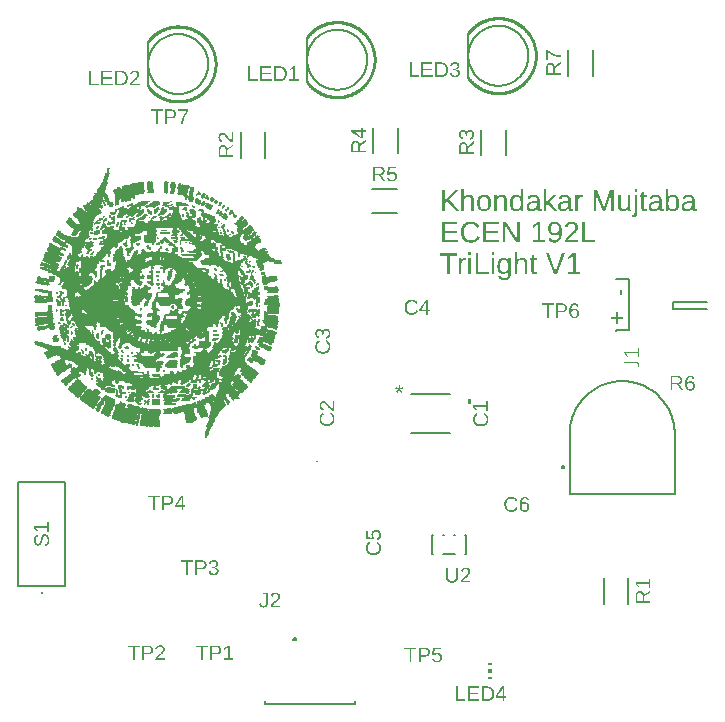
<source format=gbr>
G04 EAGLE Gerber RS-274X export*
G75*
%MOMM*%
%FSLAX34Y34*%
%LPD*%
%INSilkscreen Top*%
%IPPOS*%
%AMOC8*
5,1,8,0,0,1.08239X$1,22.5*%
G01*
G04 Define Apertures*
%ADD10R,0.076200X0.025400*%
%ADD11R,0.127000X0.025400*%
%ADD12R,0.152400X0.025400*%
%ADD13R,0.177800X0.025400*%
%ADD14R,0.203200X0.025400*%
%ADD15R,0.228600X0.025400*%
%ADD16R,0.254000X0.025400*%
%ADD17R,0.279400X0.025400*%
%ADD18R,0.304800X0.025400*%
%ADD19R,0.330200X0.025400*%
%ADD20R,0.355600X0.025400*%
%ADD21R,0.381000X0.025400*%
%ADD22R,0.406400X0.025400*%
%ADD23R,0.101600X0.025400*%
%ADD24R,0.431800X0.025400*%
%ADD25R,0.482600X0.025400*%
%ADD26R,0.558800X0.025400*%
%ADD27R,0.914400X0.025400*%
%ADD28R,1.600200X0.025400*%
%ADD29R,0.457200X0.025400*%
%ADD30R,1.625600X0.025400*%
%ADD31R,0.660400X0.025400*%
%ADD32R,0.762000X0.025400*%
%ADD33R,0.508000X0.025400*%
%ADD34R,0.863600X0.025400*%
%ADD35R,0.939800X0.025400*%
%ADD36R,0.533400X0.025400*%
%ADD37R,0.812800X0.025400*%
%ADD38R,1.041400X0.025400*%
%ADD39R,1.168400X0.025400*%
%ADD40R,1.270000X0.025400*%
%ADD41R,0.584200X0.025400*%
%ADD42R,1.295400X0.025400*%
%ADD43R,0.609600X0.025400*%
%ADD44R,1.320800X0.025400*%
%ADD45R,0.635000X0.025400*%
%ADD46R,1.346200X0.025400*%
%ADD47R,1.397000X0.025400*%
%ADD48R,0.838200X0.025400*%
%ADD49R,1.574800X0.025400*%
%ADD50R,0.889000X0.025400*%
%ADD51R,1.701800X0.025400*%
%ADD52R,1.752600X0.025400*%
%ADD53R,1.828800X0.025400*%
%ADD54R,1.930400X0.025400*%
%ADD55R,2.286000X0.025400*%
%ADD56R,2.311400X0.025400*%
%ADD57R,2.336800X0.025400*%
%ADD58R,2.362200X0.025400*%
%ADD59R,1.549400X0.025400*%
%ADD60R,2.387600X0.025400*%
%ADD61R,0.685800X0.025400*%
%ADD62R,2.133600X0.025400*%
%ADD63R,1.524000X0.025400*%
%ADD64R,0.711200X0.025400*%
%ADD65R,2.082800X0.025400*%
%ADD66R,2.057400X0.025400*%
%ADD67R,0.736600X0.025400*%
%ADD68R,2.032000X0.025400*%
%ADD69R,1.651000X0.025400*%
%ADD70R,4.064000X0.025400*%
%ADD71R,3.657600X0.025400*%
%ADD72R,3.632200X0.025400*%
%ADD73R,3.606800X0.025400*%
%ADD74R,3.581400X0.025400*%
%ADD75R,0.787400X0.025400*%
%ADD76R,3.556000X0.025400*%
%ADD77R,1.803400X0.025400*%
%ADD78R,2.159000X0.025400*%
%ADD79R,1.778000X0.025400*%
%ADD80R,3.505200X0.025400*%
%ADD81R,2.819400X0.025400*%
%ADD82R,2.184400X0.025400*%
%ADD83R,0.050800X0.025400*%
%ADD84R,2.108200X0.025400*%
%ADD85R,1.092200X0.025400*%
%ADD86R,0.990600X0.025400*%
%ADD87R,1.016000X0.025400*%
%ADD88R,1.066800X0.025400*%
%ADD89R,0.965200X0.025400*%
%ADD90R,2.260600X0.025400*%
%ADD91R,1.117600X0.025400*%
%ADD92R,2.235200X0.025400*%
%ADD93R,1.193800X0.025400*%
%ADD94R,1.143000X0.025400*%
%ADD95R,1.219200X0.025400*%
%ADD96R,0.025400X0.025400*%
%ADD97R,1.371600X0.025400*%
%ADD98R,1.498600X0.025400*%
%ADD99R,1.244600X0.025400*%
%ADD100R,1.905000X0.025400*%
%ADD101R,1.879600X0.025400*%
%ADD102R,1.854200X0.025400*%
%ADD103R,1.727200X0.025400*%
%ADD104R,1.447800X0.025400*%
%ADD105R,1.422400X0.025400*%
%ADD106R,1.473200X0.025400*%
%ADD107R,1.676400X0.025400*%
%ADD108R,2.209800X0.025400*%
%ADD109R,2.692400X0.025400*%
%ADD110R,3.124200X0.025400*%
%ADD111R,3.149600X0.025400*%
%ADD112R,3.200400X0.025400*%
%ADD113R,3.479800X0.025400*%
%ADD114R,3.530600X0.025400*%
%ADD115R,3.911600X0.025400*%
%ADD116R,3.937000X0.025400*%
%ADD117R,4.597400X0.025400*%
%ADD118R,4.622800X0.025400*%
%ADD119R,4.673600X0.025400*%
%ADD120R,4.699000X0.025400*%
%ADD121R,4.775200X0.025400*%
%ADD122R,5.435600X0.025400*%
%ADD123R,6.350000X0.025400*%
%ADD124R,7.620000X0.025400*%
%ADD125R,7.594600X0.025400*%
%ADD126R,6.858000X0.025400*%
%ADD127R,6.883400X0.025400*%
%ADD128R,2.946400X0.025400*%
%ADD129R,2.743200X0.025400*%
%ADD130R,2.921000X0.025400*%
%ADD131R,2.717800X0.025400*%
%ADD132R,2.870200X0.025400*%
%ADD133R,2.641600X0.025400*%
%ADD134R,3.962400X0.025400*%
%ADD135R,2.590800X0.025400*%
%ADD136R,2.565400X0.025400*%
%ADD137R,2.540000X0.025400*%
%ADD138R,2.616200X0.025400*%
%ADD139R,3.429000X0.025400*%
%ADD140R,3.403600X0.025400*%
%ADD141R,3.098800X0.025400*%
%ADD142R,3.073400X0.025400*%
%ADD143R,1.981200X0.025400*%
%ADD144R,1.955800X0.025400*%
%ADD145R,2.006600X0.025400*%
%ADD146R,2.667000X0.025400*%
%ADD147R,2.489200X0.025400*%
%ADD148R,2.438400X0.025400*%
%ADD149R,2.413000X0.025400*%
%ADD150R,4.368800X0.025400*%
%ADD151R,4.394200X0.025400*%
%ADD152R,2.514600X0.025400*%
%ADD153R,3.022600X0.025400*%
%ADD154R,3.048000X0.025400*%
%ADD155R,2.463800X0.025400*%
%ADD156R,3.175000X0.025400*%
%ADD157R,3.251200X0.025400*%
%ADD158R,3.276600X0.025400*%
%ADD159R,3.302000X0.025400*%
%ADD160R,3.810000X0.025400*%
%ADD161R,3.886200X0.025400*%
%ADD162R,4.800600X0.025400*%
%ADD163R,4.851400X0.025400*%
%ADD164R,4.927600X0.025400*%
%ADD165R,4.978400X0.025400*%
%ADD166R,4.445000X0.025400*%
%ADD167R,4.470400X0.025400*%
%ADD168R,4.572000X0.025400*%
%ADD169R,4.648200X0.025400*%
%ADD170R,5.791200X0.025400*%
%ADD171R,5.816600X0.025400*%
%ADD172R,6.400800X0.025400*%
%ADD173R,6.375400X0.025400*%
%ADD174R,4.013200X0.025400*%
%ADD175R,3.835400X0.025400*%
%ADD176R,3.784600X0.025400*%
%ADD177R,2.844800X0.025400*%
%ADD178R,2.794000X0.025400*%
%ADD179R,2.768600X0.025400*%
%ADD180R,2.895600X0.025400*%
%ADD181R,2.997200X0.025400*%
%ADD182R,3.352800X0.025400*%
%ADD183R,3.860800X0.025400*%
%ADD184R,4.495800X0.025400*%
%ADD185R,3.708400X0.025400*%
%ADD186R,3.733800X0.025400*%
%ADD187R,2.971800X0.025400*%
%ADD188R,5.715000X0.025400*%
%ADD189R,5.842000X0.025400*%
%ADD190R,5.943600X0.025400*%
%ADD191R,5.613400X0.025400*%
%ADD192R,5.334000X0.025400*%
%ADD193R,5.283200X0.025400*%
%ADD194R,5.257800X0.025400*%
%ADD195R,5.308600X0.025400*%
%ADD196R,5.892800X0.025400*%
%ADD197R,3.225800X0.025400*%
%ADD198R,5.918200X0.025400*%
%ADD199R,4.241800X0.025400*%
%ADD200R,4.038600X0.025400*%
%ADD201R,3.759200X0.025400*%
%ADD202R,4.114800X0.025400*%
%ADD203R,4.140200X0.025400*%
%ADD204R,4.165600X0.025400*%
%ADD205R,4.191000X0.025400*%
%ADD206R,3.987800X0.025400*%
%ADD207R,4.216400X0.025400*%
%ADD208R,4.724400X0.025400*%
%ADD209R,4.749800X0.025400*%
%ADD210R,5.029200X0.025400*%
%ADD211R,5.003800X0.025400*%
%ADD212R,5.054600X0.025400*%
%ADD213R,5.537200X0.025400*%
%ADD214R,4.343400X0.025400*%
%ADD215R,4.318000X0.025400*%
%ADD216R,4.826000X0.025400*%
%ADD217R,5.105400X0.025400*%
%ADD218R,5.080000X0.025400*%
%ADD219R,4.953000X0.025400*%
%ADD220R,4.902200X0.025400*%
%ADD221R,4.876800X0.025400*%
%ADD222R,5.232400X0.025400*%
%ADD223R,3.683000X0.025400*%
%ADD224R,4.089400X0.025400*%
%ADD225R,3.454400X0.025400*%
%ADD226R,3.327400X0.025400*%
%ADD227R,6.604000X0.025400*%
%ADD228R,6.553200X0.025400*%
%ADD229R,4.267200X0.025400*%
%ADD230R,6.502400X0.025400*%
%ADD231R,6.477000X0.025400*%
%ADD232R,6.197600X0.025400*%
%ADD233R,6.172200X0.025400*%
%ADD234R,3.378200X0.025400*%
%ADD235R,5.384800X0.025400*%
%ADD236R,5.156200X0.025400*%
%ADD237C,0.127000*%
%ADD238C,0.101600*%
%ADD239C,0.200000*%
%ADD240C,0.203200*%
%ADD241C,0.254000*%
%ADD242C,0.152400*%
%ADD243R,0.300000X0.150000*%
%ADD244R,0.300000X0.300000*%
%ADD245C,0.100000*%
G36*
X396776Y263822D02*
X396776Y259758D01*
X393982Y259758D01*
X393982Y263822D01*
X396776Y263822D01*
G37*
G36*
X567942Y423095D02*
X567573Y423103D01*
X567219Y423129D01*
X566882Y423171D01*
X566560Y423231D01*
X566254Y423308D01*
X565965Y423402D01*
X565691Y423513D01*
X565433Y423641D01*
X565189Y423787D01*
X564956Y423955D01*
X564736Y424144D01*
X564527Y424354D01*
X564329Y424584D01*
X564144Y424836D01*
X563970Y425108D01*
X563807Y425401D01*
X563783Y425401D01*
X563771Y424921D01*
X563734Y424242D01*
X563691Y423627D01*
X563660Y423340D01*
X561526Y423340D01*
X561558Y423759D01*
X561581Y424355D01*
X561599Y426076D01*
X561599Y441546D01*
X563807Y441546D01*
X563807Y436356D01*
X563795Y435488D01*
X563758Y434479D01*
X563807Y434479D01*
X563967Y434787D01*
X564139Y435072D01*
X564324Y435335D01*
X564521Y435574D01*
X564730Y435792D01*
X564952Y435986D01*
X565186Y436158D01*
X565433Y436307D01*
X565694Y436437D01*
X565969Y436549D01*
X566260Y436644D01*
X566566Y436721D01*
X566887Y436782D01*
X567224Y436825D01*
X567575Y436851D01*
X567942Y436859D01*
X568251Y436853D01*
X568550Y436833D01*
X568838Y436800D01*
X569116Y436754D01*
X569384Y436694D01*
X569641Y436621D01*
X569888Y436535D01*
X570124Y436436D01*
X570350Y436324D01*
X570566Y436198D01*
X570771Y436059D01*
X570966Y435907D01*
X571150Y435742D01*
X571324Y435563D01*
X571641Y435166D01*
X571918Y434716D01*
X572159Y434211D01*
X572362Y433652D01*
X572529Y433038D01*
X572658Y432370D01*
X572751Y431647D01*
X572806Y430870D01*
X572825Y430038D01*
X572805Y429198D01*
X572748Y428411D01*
X572653Y427679D01*
X572519Y427000D01*
X572348Y426377D01*
X572138Y425807D01*
X571890Y425292D01*
X571604Y424831D01*
X571280Y424424D01*
X570917Y424071D01*
X570722Y423915D01*
X570517Y423773D01*
X570302Y423644D01*
X570078Y423529D01*
X569844Y423427D01*
X569601Y423339D01*
X569348Y423264D01*
X569086Y423203D01*
X568814Y423156D01*
X568533Y423122D01*
X568242Y423101D01*
X567942Y423095D01*
G37*
%LPC*%
G36*
X567353Y424726D02*
X567756Y424746D01*
X568129Y424803D01*
X568474Y424900D01*
X568790Y425035D01*
X569077Y425208D01*
X569335Y425420D01*
X569564Y425670D01*
X569764Y425959D01*
X569938Y426292D01*
X570088Y426672D01*
X570216Y427100D01*
X570320Y427577D01*
X570401Y428102D01*
X570459Y428675D01*
X570494Y429296D01*
X570506Y429965D01*
X570494Y430636D01*
X570460Y431258D01*
X570402Y431831D01*
X570322Y432354D01*
X570218Y432828D01*
X570092Y433252D01*
X569942Y433627D01*
X569770Y433952D01*
X569571Y434234D01*
X569344Y434478D01*
X569088Y434685D01*
X568804Y434854D01*
X568490Y434985D01*
X568148Y435079D01*
X567777Y435135D01*
X567378Y435154D01*
X566927Y435134D01*
X566508Y435074D01*
X566121Y434975D01*
X565766Y434835D01*
X565442Y434656D01*
X565150Y434436D01*
X564889Y434177D01*
X564660Y433878D01*
X564460Y433536D01*
X564287Y433147D01*
X564141Y432711D01*
X564021Y432228D01*
X563927Y431699D01*
X563861Y431123D01*
X563821Y430500D01*
X563807Y429830D01*
X563821Y429198D01*
X563860Y428609D01*
X563925Y428062D01*
X564016Y427559D01*
X564133Y427098D01*
X564277Y426680D01*
X564446Y426304D01*
X564642Y425972D01*
X564867Y425680D01*
X565124Y425427D01*
X565414Y425213D01*
X565737Y425038D01*
X566092Y424901D01*
X566480Y424804D01*
X566900Y424746D01*
X567353Y424726D01*
G37*
%LPD*%
G36*
X434594Y423095D02*
X434285Y423101D01*
X433986Y423121D01*
X433698Y423154D01*
X433420Y423200D01*
X433152Y423260D01*
X432895Y423333D01*
X432648Y423419D01*
X432412Y423518D01*
X432186Y423630D01*
X431970Y423756D01*
X431765Y423895D01*
X431570Y424047D01*
X431386Y424212D01*
X431212Y424391D01*
X430895Y424788D01*
X430618Y425238D01*
X430377Y425743D01*
X430174Y426302D01*
X430007Y426916D01*
X429878Y427584D01*
X429785Y428307D01*
X429730Y429084D01*
X429711Y429916D01*
X429730Y430757D01*
X429788Y431543D01*
X429883Y432275D01*
X430016Y432954D01*
X430188Y433577D01*
X430398Y434147D01*
X430646Y434662D01*
X430932Y435123D01*
X431256Y435530D01*
X431619Y435883D01*
X431814Y436039D01*
X432019Y436181D01*
X432234Y436310D01*
X432458Y436425D01*
X432691Y436527D01*
X432935Y436615D01*
X433187Y436690D01*
X433450Y436751D01*
X433721Y436798D01*
X434003Y436832D01*
X434294Y436853D01*
X434594Y436859D01*
X434963Y436851D01*
X435317Y436825D01*
X435655Y436782D01*
X435977Y436721D01*
X436284Y436644D01*
X436575Y436549D01*
X436850Y436437D01*
X437109Y436307D01*
X437354Y436159D01*
X437587Y435991D01*
X437808Y435802D01*
X438017Y435593D01*
X438213Y435363D01*
X438397Y435114D01*
X438569Y434843D01*
X438728Y434553D01*
X438753Y434553D01*
X438728Y436037D01*
X438728Y441546D01*
X440937Y441546D01*
X440937Y426076D01*
X440955Y424355D01*
X440978Y423759D01*
X441010Y423340D01*
X438900Y423340D01*
X438862Y423665D01*
X438820Y424248D01*
X438788Y424910D01*
X438777Y425475D01*
X438728Y425475D01*
X438569Y425167D01*
X438397Y424882D01*
X438212Y424620D01*
X438015Y424380D01*
X437806Y424163D01*
X437584Y423968D01*
X437350Y423796D01*
X437103Y423647D01*
X436842Y423517D01*
X436566Y423405D01*
X436276Y423310D01*
X435970Y423233D01*
X435648Y423172D01*
X435312Y423129D01*
X434961Y423103D01*
X434594Y423095D01*
G37*
%LPC*%
G36*
X435158Y424800D02*
X435611Y424820D01*
X436032Y424881D01*
X436421Y424983D01*
X436778Y425125D01*
X437102Y425308D01*
X437394Y425531D01*
X437654Y425796D01*
X437854Y426064D01*
X437882Y426100D01*
X438080Y426448D01*
X438252Y426840D01*
X438398Y427277D01*
X438517Y427760D01*
X438609Y428287D01*
X438675Y428858D01*
X438715Y429475D01*
X438728Y430137D01*
X438715Y430774D01*
X438675Y431367D01*
X438609Y431916D01*
X438517Y432421D01*
X438398Y432882D01*
X438252Y433299D01*
X438080Y433672D01*
X437882Y434001D01*
X437654Y434288D01*
X437396Y434538D01*
X437105Y434749D01*
X436784Y434921D01*
X436431Y435055D01*
X436046Y435151D01*
X435630Y435209D01*
X435183Y435228D01*
X434780Y435208D01*
X434407Y435151D01*
X434062Y435054D01*
X433746Y434920D01*
X433459Y434746D01*
X433201Y434534D01*
X432972Y434284D01*
X432772Y433995D01*
X432598Y433663D01*
X432447Y433282D01*
X432320Y432854D01*
X432216Y432377D01*
X432134Y431852D01*
X432076Y431279D01*
X432042Y430658D01*
X432030Y429989D01*
X432041Y429318D01*
X432076Y428696D01*
X432133Y428123D01*
X432214Y427600D01*
X432318Y427126D01*
X432444Y426702D01*
X432594Y426327D01*
X432766Y426002D01*
X432964Y425720D01*
X433192Y425476D01*
X433448Y425270D01*
X433732Y425100D01*
X434046Y424969D01*
X434388Y424875D01*
X434759Y424819D01*
X435158Y424800D01*
G37*
%LPD*%
G36*
X467277Y396425D02*
X466783Y396438D01*
X466315Y396478D01*
X465871Y396545D01*
X465453Y396638D01*
X465060Y396758D01*
X464692Y396904D01*
X464349Y397077D01*
X464032Y397277D01*
X463737Y397507D01*
X463465Y397769D01*
X463214Y398064D01*
X462984Y398392D01*
X462777Y398753D01*
X462591Y399146D01*
X462426Y399572D01*
X462284Y400031D01*
X464394Y400363D01*
X464483Y400101D01*
X464584Y399857D01*
X464698Y399629D01*
X464825Y399418D01*
X464963Y399224D01*
X465115Y399047D01*
X465279Y398887D01*
X465455Y398743D01*
X465644Y398617D01*
X465845Y398507D01*
X466058Y398414D01*
X466284Y398338D01*
X466523Y398279D01*
X466774Y398237D01*
X467037Y398212D01*
X467313Y398204D01*
X467548Y398210D01*
X467775Y398231D01*
X467996Y398266D01*
X468211Y398314D01*
X468418Y398376D01*
X468619Y398452D01*
X469000Y398645D01*
X469355Y398894D01*
X469683Y399197D01*
X469984Y399556D01*
X470258Y399970D01*
X470503Y400435D01*
X470717Y400948D01*
X470900Y401507D01*
X471052Y402114D01*
X471173Y402768D01*
X471263Y403469D01*
X471322Y404217D01*
X471350Y405012D01*
X471216Y404743D01*
X471061Y404487D01*
X470883Y404245D01*
X470684Y404017D01*
X470463Y403802D01*
X470220Y403601D01*
X469955Y403414D01*
X469669Y403240D01*
X469368Y403083D01*
X469059Y402947D01*
X468744Y402832D01*
X468421Y402738D01*
X468090Y402665D01*
X467753Y402613D01*
X467408Y402581D01*
X467056Y402571D01*
X466768Y402577D01*
X466488Y402596D01*
X466214Y402627D01*
X465949Y402671D01*
X465439Y402795D01*
X464958Y402970D01*
X464506Y403194D01*
X464084Y403468D01*
X463691Y403792D01*
X463326Y404166D01*
X462999Y404581D01*
X462714Y405028D01*
X462474Y405509D01*
X462277Y406021D01*
X462124Y406567D01*
X462015Y407145D01*
X461950Y407755D01*
X461928Y408398D01*
X461934Y408733D01*
X461952Y409058D01*
X462023Y409681D01*
X462142Y410269D01*
X462308Y410820D01*
X462522Y411334D01*
X462783Y411813D01*
X463092Y412255D01*
X463449Y412661D01*
X463848Y413025D01*
X464284Y413340D01*
X464757Y413607D01*
X465268Y413825D01*
X465815Y413995D01*
X466400Y414116D01*
X466707Y414159D01*
X467022Y414189D01*
X467347Y414207D01*
X467681Y414213D01*
X468036Y414205D01*
X468380Y414180D01*
X468713Y414138D01*
X469036Y414080D01*
X469347Y414005D01*
X469647Y413913D01*
X469936Y413805D01*
X470215Y413680D01*
X470482Y413538D01*
X470739Y413379D01*
X470985Y413204D01*
X471219Y413013D01*
X471443Y412804D01*
X471656Y412579D01*
X471858Y412337D01*
X472049Y412079D01*
X472229Y411803D01*
X472397Y411511D01*
X472553Y411203D01*
X472698Y410877D01*
X472832Y410535D01*
X472953Y410176D01*
X473064Y409800D01*
X473162Y409407D01*
X473249Y408998D01*
X473325Y408572D01*
X473388Y408129D01*
X473441Y407669D01*
X473481Y407193D01*
X473510Y406699D01*
X473533Y405662D01*
X473527Y405114D01*
X473508Y404581D01*
X473476Y404065D01*
X473432Y403565D01*
X473375Y403080D01*
X473305Y402612D01*
X473222Y402160D01*
X473127Y401724D01*
X473019Y401305D01*
X472898Y400901D01*
X472765Y400513D01*
X472619Y400142D01*
X472460Y399786D01*
X472289Y399447D01*
X472105Y399124D01*
X471908Y398817D01*
X471699Y398527D01*
X471480Y398256D01*
X471250Y398004D01*
X471009Y397770D01*
X470757Y397555D01*
X470495Y397359D01*
X470221Y397182D01*
X469937Y397023D01*
X469642Y396883D01*
X469337Y396761D01*
X469020Y396658D01*
X468693Y396574D01*
X468355Y396509D01*
X468006Y396462D01*
X467647Y396434D01*
X467277Y396425D01*
G37*
%LPC*%
G36*
X467583Y404313D02*
X467820Y404320D01*
X468053Y404340D01*
X468282Y404374D01*
X468506Y404422D01*
X468943Y404558D01*
X469362Y404749D01*
X469751Y404989D01*
X470097Y405275D01*
X470398Y405605D01*
X470656Y405981D01*
X470767Y406184D01*
X470863Y406394D01*
X470944Y406611D01*
X471011Y406834D01*
X471062Y407065D01*
X471099Y407302D01*
X471121Y407546D01*
X471129Y407797D01*
X471114Y408306D01*
X471069Y408789D01*
X470994Y409247D01*
X470890Y409679D01*
X470755Y410085D01*
X470591Y410467D01*
X470396Y410822D01*
X470172Y411152D01*
X469922Y411450D01*
X469653Y411708D01*
X469363Y411926D01*
X469052Y412105D01*
X468722Y412244D01*
X468371Y412343D01*
X467999Y412402D01*
X467608Y412422D01*
X467220Y412405D01*
X466853Y412354D01*
X466507Y412270D01*
X466182Y412151D01*
X465878Y411998D01*
X465595Y411811D01*
X465333Y411591D01*
X465093Y411336D01*
X464877Y411053D01*
X464690Y410746D01*
X464532Y410414D01*
X464403Y410059D01*
X464302Y409680D01*
X464230Y409277D01*
X464187Y408849D01*
X464173Y408398D01*
X464187Y407938D01*
X464230Y407503D01*
X464302Y407093D01*
X464403Y406707D01*
X464532Y406346D01*
X464690Y406009D01*
X464877Y405698D01*
X465093Y405411D01*
X465333Y405154D01*
X465594Y404931D01*
X465874Y404742D01*
X466176Y404588D01*
X466497Y404467D01*
X466839Y404382D01*
X467201Y404330D01*
X467583Y404313D01*
G37*
%LPD*%
G36*
X407650Y423095D02*
X407292Y423102D01*
X406946Y423122D01*
X406610Y423157D01*
X406285Y423205D01*
X405972Y423268D01*
X405670Y423344D01*
X405379Y423434D01*
X405098Y423538D01*
X404830Y423656D01*
X404572Y423787D01*
X404325Y423933D01*
X404089Y424092D01*
X403865Y424265D01*
X403652Y424452D01*
X403449Y424653D01*
X403258Y424867D01*
X403078Y425095D01*
X402910Y425335D01*
X402754Y425588D01*
X402609Y425852D01*
X402475Y426129D01*
X402354Y426419D01*
X402243Y426720D01*
X402145Y427034D01*
X402058Y427360D01*
X401983Y427699D01*
X401867Y428413D01*
X401797Y429177D01*
X401774Y429989D01*
X401797Y430821D01*
X401826Y431217D01*
X401867Y431599D01*
X401919Y431968D01*
X401983Y432324D01*
X402059Y432666D01*
X402146Y432995D01*
X402244Y433310D01*
X402355Y433612D01*
X402477Y433901D01*
X402611Y434176D01*
X402756Y434437D01*
X402913Y434686D01*
X403081Y434920D01*
X403261Y435142D01*
X403453Y435350D01*
X403656Y435544D01*
X403871Y435726D01*
X404098Y435893D01*
X404336Y436048D01*
X404586Y436188D01*
X404848Y436316D01*
X405121Y436430D01*
X405405Y436531D01*
X405702Y436618D01*
X406010Y436692D01*
X406329Y436752D01*
X406660Y436799D01*
X407003Y436833D01*
X407358Y436853D01*
X407724Y436859D01*
X408098Y436853D01*
X408459Y436833D01*
X408808Y436801D01*
X409145Y436755D01*
X409468Y436696D01*
X409780Y436624D01*
X410078Y436539D01*
X410365Y436441D01*
X410638Y436330D01*
X410899Y436205D01*
X411148Y436068D01*
X411384Y435917D01*
X411607Y435754D01*
X411818Y435577D01*
X412016Y435388D01*
X412202Y435185D01*
X412375Y434968D01*
X412538Y434737D01*
X412689Y434492D01*
X412830Y434232D01*
X412959Y433958D01*
X413076Y433669D01*
X413183Y433366D01*
X413278Y433049D01*
X413362Y432717D01*
X413435Y432370D01*
X413547Y431634D01*
X413615Y430841D01*
X413637Y429989D01*
X413631Y429561D01*
X413613Y429146D01*
X413583Y428745D01*
X413541Y428358D01*
X413487Y427985D01*
X413421Y427626D01*
X413344Y427281D01*
X413254Y426950D01*
X413152Y426632D01*
X413038Y426329D01*
X412912Y426039D01*
X412774Y425764D01*
X412625Y425502D01*
X412463Y425254D01*
X412289Y425020D01*
X412104Y424800D01*
X411906Y424593D01*
X411698Y424400D01*
X411480Y424220D01*
X411250Y424054D01*
X411010Y423901D01*
X410758Y423761D01*
X410496Y423634D01*
X410223Y423521D01*
X409940Y423421D01*
X409645Y423334D01*
X409340Y423261D01*
X409023Y423201D01*
X408696Y423155D01*
X408358Y423121D01*
X408010Y423101D01*
X407650Y423095D01*
G37*
%LPC*%
G36*
X407626Y424726D02*
X408105Y424746D01*
X408548Y424806D01*
X408957Y424906D01*
X409329Y425045D01*
X409667Y425225D01*
X409968Y425444D01*
X410235Y425703D01*
X410466Y426002D01*
X410666Y426344D01*
X410839Y426730D01*
X410985Y427161D01*
X411105Y427637D01*
X411198Y428158D01*
X411265Y428723D01*
X411305Y429334D01*
X411318Y429989D01*
X411306Y430653D01*
X411267Y431269D01*
X411204Y431839D01*
X411114Y432362D01*
X411000Y432837D01*
X410859Y433266D01*
X410694Y433648D01*
X410503Y433983D01*
X410281Y434274D01*
X410025Y434527D01*
X409735Y434741D01*
X409409Y434916D01*
X409049Y435053D01*
X408654Y435150D01*
X408225Y435208D01*
X407761Y435228D01*
X407293Y435208D01*
X406859Y435148D01*
X406458Y435049D01*
X406091Y434910D01*
X405757Y434732D01*
X405457Y434514D01*
X405190Y434256D01*
X404957Y433958D01*
X404755Y433618D01*
X404579Y433234D01*
X404430Y432805D01*
X404309Y432331D01*
X404214Y431813D01*
X404147Y431249D01*
X404106Y430642D01*
X404092Y429989D01*
X404106Y429353D01*
X404146Y428758D01*
X404212Y428204D01*
X404306Y427691D01*
X404426Y427218D01*
X404572Y426786D01*
X404745Y426395D01*
X404945Y426045D01*
X405173Y425736D01*
X405432Y425468D01*
X405722Y425241D01*
X406042Y425056D01*
X406392Y424912D01*
X406773Y424809D01*
X407184Y424747D01*
X407626Y424726D01*
G37*
%LPD*%
G36*
X502615Y423340D02*
X500530Y423340D01*
X500530Y440626D01*
X503609Y440626D01*
X508210Y428640D01*
X508450Y427890D01*
X508682Y427088D01*
X508871Y426375D01*
X508982Y425892D01*
X509134Y426510D01*
X509393Y427382D01*
X509656Y428197D01*
X509817Y428640D01*
X514331Y440626D01*
X517337Y440626D01*
X517337Y423340D01*
X515227Y423340D01*
X515227Y434872D01*
X515234Y435820D01*
X515255Y436749D01*
X515289Y437660D01*
X515337Y438552D01*
X515044Y437514D01*
X514767Y436596D01*
X514505Y435797D01*
X514258Y435117D01*
X509792Y423340D01*
X508148Y423340D01*
X503621Y435117D01*
X502934Y437203D01*
X502529Y438552D01*
X502566Y437191D01*
X502615Y434872D01*
X502615Y423340D01*
G37*
G36*
X425803Y396670D02*
X423717Y396670D01*
X423717Y413956D01*
X426441Y413956D01*
X435789Y399136D01*
X435679Y401209D01*
X435651Y401997D01*
X435642Y402620D01*
X435642Y413956D01*
X437752Y413956D01*
X437752Y396670D01*
X434930Y396670D01*
X425680Y411392D01*
X425742Y410202D01*
X425803Y408153D01*
X425803Y396670D01*
G37*
G36*
X447704Y423095D02*
X447220Y423111D01*
X446766Y423161D01*
X446344Y423243D01*
X445953Y423358D01*
X445593Y423507D01*
X445263Y423688D01*
X444965Y423902D01*
X444698Y424150D01*
X444463Y424426D01*
X444258Y424726D01*
X444085Y425051D01*
X443944Y425401D01*
X443834Y425775D01*
X443755Y426174D01*
X443708Y426597D01*
X443692Y427045D01*
X443714Y427545D01*
X443777Y428016D01*
X443883Y428456D01*
X444031Y428867D01*
X444222Y429247D01*
X444455Y429598D01*
X444730Y429919D01*
X445048Y430210D01*
X445413Y430470D01*
X445830Y430698D01*
X446298Y430893D01*
X446819Y431057D01*
X447392Y431188D01*
X448016Y431287D01*
X448693Y431353D01*
X449422Y431388D01*
X452403Y431437D01*
X452403Y432161D01*
X452392Y432551D01*
X452360Y432913D01*
X452306Y433246D01*
X452231Y433550D01*
X452134Y433826D01*
X452016Y434072D01*
X451877Y434290D01*
X451716Y434479D01*
X451532Y434643D01*
X451323Y434785D01*
X451090Y434906D01*
X450832Y435004D01*
X450550Y435080D01*
X450243Y435135D01*
X449912Y435168D01*
X449556Y435179D01*
X449198Y435171D01*
X448865Y435147D01*
X448557Y435108D01*
X448274Y435053D01*
X448017Y434982D01*
X447785Y434896D01*
X447579Y434794D01*
X447397Y434676D01*
X447237Y434541D01*
X447094Y434387D01*
X446967Y434214D01*
X446857Y434022D01*
X446765Y433812D01*
X446689Y433583D01*
X446630Y433335D01*
X446588Y433069D01*
X444281Y433277D01*
X444368Y433711D01*
X444488Y434117D01*
X444640Y434495D01*
X444826Y434844D01*
X445044Y435166D01*
X445294Y435460D01*
X445578Y435726D01*
X445894Y435964D01*
X446244Y436174D01*
X446626Y436356D01*
X447040Y436510D01*
X447488Y436636D01*
X447968Y436733D01*
X448481Y436803D01*
X449027Y436845D01*
X449606Y436859D01*
X450212Y436841D01*
X450779Y436788D01*
X451308Y436698D01*
X451798Y436573D01*
X452250Y436411D01*
X452663Y436214D01*
X453037Y435981D01*
X453372Y435712D01*
X453668Y435410D01*
X453925Y435075D01*
X454142Y434708D01*
X454320Y434309D01*
X454458Y433878D01*
X454556Y433416D01*
X454616Y432921D01*
X454635Y432394D01*
X454635Y426677D01*
X454652Y426216D01*
X454700Y425817D01*
X454780Y425477D01*
X454893Y425199D01*
X454965Y425082D01*
X455051Y424981D01*
X455152Y424896D01*
X455267Y424826D01*
X455397Y424772D01*
X455542Y424733D01*
X455701Y424710D01*
X455875Y424702D01*
X456215Y424723D01*
X456598Y424788D01*
X456598Y423414D01*
X456179Y423328D01*
X455755Y423266D01*
X455326Y423230D01*
X454893Y423217D01*
X454597Y423227D01*
X454321Y423258D01*
X454067Y423308D01*
X453833Y423378D01*
X453621Y423469D01*
X453429Y423580D01*
X453258Y423710D01*
X453108Y423861D01*
X452976Y424034D01*
X452859Y424229D01*
X452758Y424447D01*
X452671Y424688D01*
X452600Y424952D01*
X452543Y425238D01*
X452502Y425547D01*
X452476Y425879D01*
X452403Y425879D01*
X452187Y425513D01*
X451962Y425174D01*
X451729Y424864D01*
X451487Y424581D01*
X451237Y424325D01*
X450978Y424098D01*
X450710Y423898D01*
X450434Y423726D01*
X450145Y423578D01*
X449842Y423450D01*
X449524Y423341D01*
X449190Y423253D01*
X448841Y423184D01*
X448477Y423134D01*
X448098Y423105D01*
X447704Y423095D01*
G37*
%LPC*%
G36*
X448207Y424751D02*
X448506Y424759D01*
X448797Y424785D01*
X449080Y424828D01*
X449354Y424889D01*
X449620Y424966D01*
X449877Y425061D01*
X450126Y425174D01*
X450366Y425303D01*
X450596Y425447D01*
X450814Y425605D01*
X451019Y425775D01*
X451211Y425958D01*
X451391Y426154D01*
X451559Y426362D01*
X451714Y426584D01*
X451857Y426818D01*
X451985Y427060D01*
X452096Y427303D01*
X452189Y427548D01*
X452266Y427795D01*
X452326Y428043D01*
X452369Y428294D01*
X452394Y428546D01*
X452403Y428799D01*
X452403Y429891D01*
X449986Y429842D01*
X449254Y429813D01*
X448616Y429750D01*
X448073Y429653D01*
X447837Y429592D01*
X447624Y429523D01*
X447246Y429356D01*
X446914Y429149D01*
X446629Y428902D01*
X446391Y428615D01*
X446291Y428456D01*
X446203Y428285D01*
X446130Y428102D01*
X446069Y427907D01*
X446022Y427700D01*
X445989Y427481D01*
X445969Y427251D01*
X445962Y427008D01*
X445971Y426746D01*
X445998Y426499D01*
X446044Y426267D01*
X446108Y426051D01*
X446190Y425850D01*
X446290Y425665D01*
X446408Y425495D01*
X446545Y425340D01*
X446698Y425202D01*
X446867Y425082D01*
X447052Y424981D01*
X447252Y424898D01*
X447467Y424834D01*
X447698Y424788D01*
X447945Y424760D01*
X448207Y424751D01*
G37*
%LPD*%
G36*
X474235Y423095D02*
X473751Y423111D01*
X473297Y423161D01*
X472875Y423243D01*
X472484Y423358D01*
X472124Y423507D01*
X471795Y423688D01*
X471497Y423902D01*
X471230Y424150D01*
X470994Y424426D01*
X470789Y424726D01*
X470617Y425051D01*
X470475Y425401D01*
X470365Y425775D01*
X470286Y426174D01*
X470239Y426597D01*
X470224Y427045D01*
X470245Y427545D01*
X470308Y428016D01*
X470414Y428456D01*
X470562Y428867D01*
X470753Y429247D01*
X470986Y429598D01*
X471261Y429919D01*
X471579Y430210D01*
X471944Y430470D01*
X472361Y430698D01*
X472830Y430893D01*
X473350Y431057D01*
X473923Y431188D01*
X474548Y431287D01*
X475224Y431353D01*
X475953Y431388D01*
X478934Y431437D01*
X478934Y432161D01*
X478923Y432551D01*
X478891Y432913D01*
X478837Y433246D01*
X478762Y433550D01*
X478666Y433826D01*
X478547Y434072D01*
X478408Y434290D01*
X478247Y434479D01*
X478063Y434643D01*
X477854Y434785D01*
X477621Y434906D01*
X477364Y435004D01*
X477081Y435080D01*
X476775Y435135D01*
X476443Y435168D01*
X476088Y435179D01*
X475729Y435171D01*
X475396Y435147D01*
X475088Y435108D01*
X474806Y435053D01*
X474548Y434982D01*
X474317Y434896D01*
X474110Y434794D01*
X473929Y434676D01*
X473768Y434541D01*
X473625Y434387D01*
X473498Y434214D01*
X473389Y434022D01*
X473296Y433812D01*
X473220Y433583D01*
X473161Y433335D01*
X473119Y433069D01*
X470812Y433277D01*
X470899Y433711D01*
X471019Y434117D01*
X471172Y434495D01*
X471357Y434844D01*
X471575Y435166D01*
X471826Y435460D01*
X472109Y435726D01*
X472426Y435964D01*
X472775Y436174D01*
X473157Y436356D01*
X473572Y436510D01*
X474019Y436636D01*
X474499Y436733D01*
X475012Y436803D01*
X475558Y436845D01*
X476137Y436859D01*
X476743Y436841D01*
X477311Y436788D01*
X477840Y436698D01*
X478330Y436573D01*
X478781Y436411D01*
X479194Y436214D01*
X479568Y435981D01*
X479903Y435712D01*
X480199Y435410D01*
X480456Y435075D01*
X480673Y434708D01*
X480851Y434309D01*
X480989Y433878D01*
X481088Y433416D01*
X481147Y432921D01*
X481167Y432394D01*
X481167Y426677D01*
X481183Y426216D01*
X481231Y425817D01*
X481312Y425477D01*
X481424Y425199D01*
X481496Y425082D01*
X481582Y424981D01*
X481683Y424896D01*
X481798Y424826D01*
X481928Y424772D01*
X482073Y424733D01*
X482232Y424710D01*
X482406Y424702D01*
X482746Y424723D01*
X483130Y424788D01*
X483130Y423414D01*
X482710Y423328D01*
X482286Y423266D01*
X481858Y423230D01*
X481424Y423217D01*
X481128Y423227D01*
X480853Y423258D01*
X480598Y423308D01*
X480365Y423378D01*
X480152Y423469D01*
X479960Y423580D01*
X479789Y423710D01*
X479639Y423861D01*
X479507Y424034D01*
X479391Y424229D01*
X479289Y424447D01*
X479202Y424688D01*
X479131Y424952D01*
X479075Y425238D01*
X479033Y425547D01*
X479008Y425879D01*
X478934Y425879D01*
X478718Y425513D01*
X478493Y425174D01*
X478260Y424864D01*
X478018Y424581D01*
X477768Y424325D01*
X477509Y424098D01*
X477241Y423898D01*
X476965Y423726D01*
X476677Y423578D01*
X476373Y423450D01*
X476055Y423341D01*
X475721Y423253D01*
X475372Y423184D01*
X475009Y423134D01*
X474629Y423105D01*
X474235Y423095D01*
G37*
%LPC*%
G36*
X474738Y424751D02*
X475038Y424759D01*
X475329Y424785D01*
X475611Y424828D01*
X475885Y424889D01*
X476151Y424966D01*
X476408Y425061D01*
X476657Y425174D01*
X476897Y425303D01*
X477127Y425447D01*
X477345Y425605D01*
X477550Y425775D01*
X477742Y425958D01*
X477922Y426154D01*
X478090Y426362D01*
X478245Y426584D01*
X478388Y426818D01*
X478516Y427060D01*
X478627Y427303D01*
X478721Y427548D01*
X478797Y427795D01*
X478857Y428043D01*
X478900Y428294D01*
X478925Y428546D01*
X478934Y428799D01*
X478934Y429891D01*
X476517Y429842D01*
X475785Y429813D01*
X475148Y429750D01*
X474604Y429653D01*
X474368Y429592D01*
X474155Y429523D01*
X473777Y429356D01*
X473445Y429149D01*
X473161Y428902D01*
X472923Y428615D01*
X472822Y428456D01*
X472735Y428285D01*
X472661Y428102D01*
X472601Y427907D01*
X472554Y427700D01*
X472520Y427481D01*
X472500Y427251D01*
X472493Y427008D01*
X472502Y426746D01*
X472530Y426499D01*
X472575Y426267D01*
X472639Y426051D01*
X472721Y425850D01*
X472821Y425665D01*
X472939Y425495D01*
X473076Y425340D01*
X473229Y425202D01*
X473398Y425082D01*
X473583Y424981D01*
X473783Y424898D01*
X473998Y424834D01*
X474229Y424788D01*
X474476Y424760D01*
X474738Y424751D01*
G37*
%LPD*%
G36*
X551016Y423095D02*
X550532Y423111D01*
X550079Y423161D01*
X549656Y423243D01*
X549265Y423358D01*
X548905Y423507D01*
X548576Y423688D01*
X548278Y423902D01*
X548011Y424150D01*
X547775Y424426D01*
X547571Y424726D01*
X547398Y425051D01*
X547256Y425401D01*
X547146Y425775D01*
X547068Y426174D01*
X547021Y426597D01*
X547005Y427045D01*
X547026Y427545D01*
X547090Y428016D01*
X547195Y428456D01*
X547344Y428867D01*
X547534Y429247D01*
X547767Y429598D01*
X548043Y429919D01*
X548360Y430210D01*
X548725Y430470D01*
X549142Y430698D01*
X549611Y430893D01*
X550132Y431057D01*
X550704Y431188D01*
X551329Y431287D01*
X552005Y431353D01*
X552734Y431388D01*
X555715Y431437D01*
X555715Y432161D01*
X555704Y432551D01*
X555672Y432913D01*
X555619Y433246D01*
X555543Y433550D01*
X555447Y433826D01*
X555329Y434072D01*
X555189Y434290D01*
X555028Y434479D01*
X554844Y434643D01*
X554636Y434785D01*
X554402Y434906D01*
X554145Y435004D01*
X553863Y435080D01*
X553556Y435135D01*
X553225Y435168D01*
X552869Y435179D01*
X552510Y435171D01*
X552177Y435147D01*
X551869Y435108D01*
X551587Y435053D01*
X551330Y434982D01*
X551098Y434896D01*
X550891Y434794D01*
X550710Y434676D01*
X550550Y434541D01*
X550406Y434387D01*
X550280Y434214D01*
X550170Y434022D01*
X550077Y433812D01*
X550001Y433583D01*
X549942Y433335D01*
X549900Y433069D01*
X547594Y433277D01*
X547681Y433711D01*
X547800Y434117D01*
X547953Y434495D01*
X548138Y434844D01*
X548356Y435166D01*
X548607Y435460D01*
X548891Y435726D01*
X549207Y435964D01*
X549556Y436174D01*
X549938Y436356D01*
X550353Y436510D01*
X550800Y436636D01*
X551281Y436733D01*
X551794Y436803D01*
X552339Y436845D01*
X552918Y436859D01*
X553524Y436841D01*
X554092Y436788D01*
X554621Y436698D01*
X555111Y436573D01*
X555562Y436411D01*
X555975Y436214D01*
X556349Y435981D01*
X556684Y435712D01*
X556980Y435410D01*
X557237Y435075D01*
X557454Y434708D01*
X557632Y434309D01*
X557770Y433878D01*
X557869Y433416D01*
X557928Y432921D01*
X557948Y432394D01*
X557948Y426677D01*
X557964Y426216D01*
X558012Y425817D01*
X558093Y425477D01*
X558206Y425199D01*
X558277Y425082D01*
X558364Y424981D01*
X558464Y424896D01*
X558580Y424826D01*
X558710Y424772D01*
X558854Y424733D01*
X559013Y424710D01*
X559187Y424702D01*
X559527Y424723D01*
X559911Y424788D01*
X559911Y423414D01*
X559491Y423328D01*
X559067Y423266D01*
X558639Y423230D01*
X558206Y423217D01*
X557909Y423227D01*
X557634Y423258D01*
X557379Y423308D01*
X557146Y423378D01*
X556933Y423469D01*
X556741Y423580D01*
X556571Y423710D01*
X556421Y423861D01*
X556289Y424034D01*
X556172Y424229D01*
X556070Y424447D01*
X555984Y424688D01*
X555912Y424952D01*
X555856Y425238D01*
X555815Y425547D01*
X555789Y425879D01*
X555715Y425879D01*
X555499Y425513D01*
X555275Y425174D01*
X555041Y424864D01*
X554800Y424581D01*
X554549Y424325D01*
X554290Y424098D01*
X554022Y423898D01*
X553746Y423726D01*
X553458Y423578D01*
X553155Y423450D01*
X552836Y423341D01*
X552502Y423253D01*
X552154Y423184D01*
X551790Y423134D01*
X551411Y423105D01*
X551016Y423095D01*
G37*
%LPC*%
G36*
X551519Y424751D02*
X551819Y424759D01*
X552110Y424785D01*
X552392Y424828D01*
X552667Y424889D01*
X552932Y424966D01*
X553189Y425061D01*
X553438Y425174D01*
X553679Y425303D01*
X553909Y425447D01*
X554126Y425605D01*
X554331Y425775D01*
X554524Y425958D01*
X554704Y426154D01*
X554871Y426362D01*
X555027Y426584D01*
X555169Y426818D01*
X555297Y427060D01*
X555408Y427303D01*
X555502Y427548D01*
X555579Y427795D01*
X555638Y428043D01*
X555681Y428294D01*
X555707Y428546D01*
X555715Y428799D01*
X555715Y429891D01*
X553298Y429842D01*
X552566Y429813D01*
X551929Y429750D01*
X551386Y429653D01*
X551149Y429592D01*
X550937Y429523D01*
X550558Y429356D01*
X550227Y429149D01*
X549942Y428902D01*
X549704Y428615D01*
X549603Y428456D01*
X549516Y428285D01*
X549442Y428102D01*
X549382Y427907D01*
X549335Y427700D01*
X549301Y427481D01*
X549281Y427251D01*
X549274Y427008D01*
X549284Y426746D01*
X549311Y426499D01*
X549356Y426267D01*
X549420Y426051D01*
X549502Y425850D01*
X549602Y425665D01*
X549721Y425495D01*
X549857Y425340D01*
X550011Y425202D01*
X550180Y425082D01*
X550364Y424981D01*
X550564Y424898D01*
X550780Y424834D01*
X551011Y424788D01*
X551257Y424760D01*
X551519Y424751D01*
G37*
%LPD*%
G36*
X578954Y423095D02*
X578470Y423111D01*
X578016Y423161D01*
X577594Y423243D01*
X577203Y423358D01*
X576843Y423507D01*
X576513Y423688D01*
X576215Y423902D01*
X575948Y424150D01*
X575713Y424426D01*
X575508Y424726D01*
X575335Y425051D01*
X575194Y425401D01*
X575084Y425775D01*
X575005Y426174D01*
X574958Y426597D01*
X574942Y427045D01*
X574964Y427545D01*
X575027Y428016D01*
X575133Y428456D01*
X575281Y428867D01*
X575472Y429247D01*
X575705Y429598D01*
X575980Y429919D01*
X576298Y430210D01*
X576663Y430470D01*
X577080Y430698D01*
X577548Y430893D01*
X578069Y431057D01*
X578642Y431188D01*
X579266Y431287D01*
X579943Y431353D01*
X580672Y431388D01*
X583653Y431437D01*
X583653Y432161D01*
X583642Y432551D01*
X583610Y432913D01*
X583556Y433246D01*
X583481Y433550D01*
X583384Y433826D01*
X583266Y434072D01*
X583127Y434290D01*
X582966Y434479D01*
X582782Y434643D01*
X582573Y434785D01*
X582340Y434906D01*
X582082Y435004D01*
X581800Y435080D01*
X581493Y435135D01*
X581162Y435168D01*
X580806Y435179D01*
X580448Y435171D01*
X580115Y435147D01*
X579807Y435108D01*
X579524Y435053D01*
X579267Y434982D01*
X579035Y434896D01*
X578829Y434794D01*
X578647Y434676D01*
X578487Y434541D01*
X578344Y434387D01*
X578217Y434214D01*
X578107Y434022D01*
X578015Y433812D01*
X577939Y433583D01*
X577880Y433335D01*
X577838Y433069D01*
X575531Y433277D01*
X575618Y433711D01*
X575738Y434117D01*
X575890Y434495D01*
X576076Y434844D01*
X576294Y435166D01*
X576544Y435460D01*
X576828Y435726D01*
X577144Y435964D01*
X577494Y436174D01*
X577876Y436356D01*
X578290Y436510D01*
X578738Y436636D01*
X579218Y436733D01*
X579731Y436803D01*
X580277Y436845D01*
X580856Y436859D01*
X581462Y436841D01*
X582029Y436788D01*
X582558Y436698D01*
X583048Y436573D01*
X583500Y436411D01*
X583913Y436214D01*
X584287Y435981D01*
X584622Y435712D01*
X584918Y435410D01*
X585175Y435075D01*
X585392Y434708D01*
X585570Y434309D01*
X585708Y433878D01*
X585806Y433416D01*
X585866Y432921D01*
X585885Y432394D01*
X585885Y426677D01*
X585902Y426216D01*
X585950Y425817D01*
X586030Y425477D01*
X586143Y425199D01*
X586215Y425082D01*
X586301Y424981D01*
X586402Y424896D01*
X586517Y424826D01*
X586647Y424772D01*
X586792Y424733D01*
X586951Y424710D01*
X587125Y424702D01*
X587465Y424723D01*
X587848Y424788D01*
X587848Y423414D01*
X587429Y423328D01*
X587005Y423266D01*
X586576Y423230D01*
X586143Y423217D01*
X585847Y423227D01*
X585571Y423258D01*
X585317Y423308D01*
X585083Y423378D01*
X584871Y423469D01*
X584679Y423580D01*
X584508Y423710D01*
X584358Y423861D01*
X584226Y424034D01*
X584109Y424229D01*
X584008Y424447D01*
X583921Y424688D01*
X583850Y424952D01*
X583793Y425238D01*
X583752Y425547D01*
X583726Y425879D01*
X583653Y425879D01*
X583437Y425513D01*
X583212Y425174D01*
X582979Y424864D01*
X582737Y424581D01*
X582487Y424325D01*
X582228Y424098D01*
X581960Y423898D01*
X581684Y423726D01*
X581395Y423578D01*
X581092Y423450D01*
X580774Y423341D01*
X580440Y423253D01*
X580091Y423184D01*
X579727Y423134D01*
X579348Y423105D01*
X578954Y423095D01*
G37*
%LPC*%
G36*
X579457Y424751D02*
X579756Y424759D01*
X580047Y424785D01*
X580330Y424828D01*
X580604Y424889D01*
X580870Y424966D01*
X581127Y425061D01*
X581376Y425174D01*
X581616Y425303D01*
X581846Y425447D01*
X582064Y425605D01*
X582269Y425775D01*
X582461Y425958D01*
X582641Y426154D01*
X582809Y426362D01*
X582964Y426584D01*
X583107Y426818D01*
X583235Y427060D01*
X583346Y427303D01*
X583439Y427548D01*
X583516Y427795D01*
X583576Y428043D01*
X583619Y428294D01*
X583644Y428546D01*
X583653Y428799D01*
X583653Y429891D01*
X581236Y429842D01*
X580504Y429813D01*
X579866Y429750D01*
X579323Y429653D01*
X579087Y429592D01*
X578874Y429523D01*
X578496Y429356D01*
X578164Y429149D01*
X577879Y428902D01*
X577641Y428615D01*
X577541Y428456D01*
X577453Y428285D01*
X577380Y428102D01*
X577319Y427907D01*
X577272Y427700D01*
X577239Y427481D01*
X577219Y427251D01*
X577212Y427008D01*
X577221Y426746D01*
X577248Y426499D01*
X577294Y426267D01*
X577358Y426051D01*
X577440Y425850D01*
X577540Y425665D01*
X577658Y425495D01*
X577795Y425340D01*
X577948Y425202D01*
X578117Y425082D01*
X578302Y424981D01*
X578502Y424898D01*
X578717Y424834D01*
X578948Y424788D01*
X579195Y424760D01*
X579457Y424751D01*
G37*
%LPD*%
G36*
X385679Y396670D02*
X372061Y396670D01*
X372061Y413956D01*
X385176Y413956D01*
X385176Y412042D01*
X374404Y412042D01*
X374404Y406497D01*
X384440Y406497D01*
X384440Y404607D01*
X374404Y404607D01*
X374404Y398584D01*
X385679Y398584D01*
X385679Y396670D01*
G37*
G36*
X420585Y396670D02*
X406967Y396670D01*
X406967Y413956D01*
X420082Y413956D01*
X420082Y412042D01*
X409310Y412042D01*
X409310Y406497D01*
X419346Y406497D01*
X419346Y404607D01*
X409310Y404607D01*
X409310Y398584D01*
X420585Y398584D01*
X420585Y396670D01*
G37*
G36*
X374404Y423340D02*
X372061Y423340D01*
X372061Y440626D01*
X374404Y440626D01*
X374404Y431964D01*
X382734Y440626D01*
X385495Y440626D01*
X378134Y433118D01*
X386476Y423340D01*
X383568Y423340D01*
X376662Y431682D01*
X374404Y429965D01*
X374404Y423340D01*
G37*
G36*
X396454Y396425D02*
X395812Y396442D01*
X395192Y396493D01*
X394593Y396577D01*
X394017Y396696D01*
X393463Y396849D01*
X392931Y397035D01*
X392421Y397256D01*
X391933Y397510D01*
X391471Y397796D01*
X391036Y398111D01*
X390630Y398456D01*
X390253Y398829D01*
X389903Y399232D01*
X389582Y399663D01*
X389290Y400124D01*
X389026Y400614D01*
X388791Y401130D01*
X388588Y401670D01*
X388416Y402232D01*
X388276Y402818D01*
X388166Y403427D01*
X388088Y404059D01*
X388042Y404714D01*
X388026Y405393D01*
X388035Y405902D01*
X388061Y406398D01*
X388104Y406880D01*
X388165Y407348D01*
X388244Y407802D01*
X388340Y408241D01*
X388453Y408667D01*
X388584Y409079D01*
X388732Y409477D01*
X388898Y409861D01*
X389081Y410231D01*
X389282Y410587D01*
X389500Y410928D01*
X389735Y411256D01*
X389988Y411570D01*
X390259Y411870D01*
X390544Y412154D01*
X390844Y412419D01*
X391156Y412666D01*
X391482Y412895D01*
X391822Y413106D01*
X392175Y413298D01*
X392541Y413472D01*
X392921Y413628D01*
X393314Y413765D01*
X393721Y413884D01*
X394141Y413985D01*
X394574Y414067D01*
X395021Y414131D01*
X395481Y414177D01*
X395955Y414204D01*
X396442Y414213D01*
X397118Y414196D01*
X397765Y414146D01*
X398384Y414062D01*
X398975Y413943D01*
X399538Y413792D01*
X400072Y413606D01*
X400577Y413387D01*
X401055Y413134D01*
X401502Y412848D01*
X401919Y412529D01*
X402306Y412177D01*
X402662Y411793D01*
X402987Y411377D01*
X403281Y410928D01*
X403545Y410446D01*
X403778Y409932D01*
X401558Y409196D01*
X401396Y409562D01*
X401211Y409906D01*
X401004Y410227D01*
X400774Y410527D01*
X400521Y410804D01*
X400245Y411059D01*
X399947Y411292D01*
X399625Y411502D01*
X399285Y411689D01*
X398929Y411851D01*
X398557Y411988D01*
X398170Y412100D01*
X397767Y412187D01*
X397349Y412250D01*
X396916Y412287D01*
X396466Y412300D01*
X396112Y412292D01*
X395769Y412271D01*
X395435Y412235D01*
X395111Y412184D01*
X394797Y412119D01*
X394493Y412040D01*
X394199Y411946D01*
X393915Y411838D01*
X393640Y411715D01*
X393376Y411578D01*
X393122Y411427D01*
X392878Y411261D01*
X392644Y411081D01*
X392419Y410886D01*
X392205Y410677D01*
X392001Y410453D01*
X391627Y409970D01*
X391459Y409713D01*
X391303Y409445D01*
X391160Y409166D01*
X391029Y408876D01*
X390911Y408576D01*
X390805Y408265D01*
X390711Y407943D01*
X390630Y407611D01*
X390562Y407268D01*
X390506Y406914D01*
X390462Y406550D01*
X390431Y406175D01*
X390412Y405789D01*
X390406Y405393D01*
X390412Y405000D01*
X390432Y404618D01*
X390464Y404245D01*
X390510Y403882D01*
X390568Y403528D01*
X390640Y403185D01*
X390724Y402851D01*
X390821Y402526D01*
X390932Y402212D01*
X391055Y401907D01*
X391192Y401612D01*
X391341Y401327D01*
X391503Y401051D01*
X391679Y400785D01*
X392068Y400283D01*
X392281Y400049D01*
X392502Y399830D01*
X392733Y399626D01*
X392973Y399438D01*
X393222Y399264D01*
X393480Y399105D01*
X393747Y398962D01*
X394023Y398834D01*
X394309Y398721D01*
X394604Y398622D01*
X394908Y398539D01*
X395221Y398471D01*
X395543Y398419D01*
X395874Y398381D01*
X396215Y398358D01*
X396564Y398351D01*
X397011Y398365D01*
X397444Y398407D01*
X397863Y398477D01*
X398267Y398575D01*
X398658Y398702D01*
X399034Y398856D01*
X399397Y399039D01*
X399745Y399249D01*
X400079Y399488D01*
X400399Y399755D01*
X400705Y400050D01*
X400997Y400373D01*
X401275Y400724D01*
X401539Y401103D01*
X401788Y401510D01*
X402024Y401945D01*
X403938Y400988D01*
X403657Y400447D01*
X403350Y399939D01*
X403015Y399464D01*
X402654Y399022D01*
X402266Y398614D01*
X401850Y398240D01*
X401408Y397898D01*
X400938Y397590D01*
X400445Y397317D01*
X399933Y397080D01*
X399402Y396880D01*
X398851Y396716D01*
X398281Y396589D01*
X397691Y396498D01*
X397082Y396443D01*
X396454Y396425D01*
G37*
G36*
X390700Y423340D02*
X388492Y423340D01*
X388492Y441546D01*
X390700Y441546D01*
X390700Y436810D01*
X390690Y436050D01*
X390657Y435265D01*
X390602Y434344D01*
X390639Y434344D01*
X390821Y434659D01*
X391013Y434951D01*
X391213Y435222D01*
X391423Y435472D01*
X391641Y435699D01*
X391868Y435905D01*
X392105Y436089D01*
X392350Y436252D01*
X392609Y436394D01*
X392884Y436518D01*
X393175Y436622D01*
X393484Y436708D01*
X393809Y436774D01*
X394150Y436821D01*
X394509Y436850D01*
X394884Y436859D01*
X395406Y436843D01*
X395892Y436792D01*
X396344Y436708D01*
X396759Y436591D01*
X397139Y436440D01*
X397484Y436256D01*
X397793Y436038D01*
X398067Y435786D01*
X398307Y435495D01*
X398515Y435158D01*
X398692Y434776D01*
X398836Y434349D01*
X398948Y433876D01*
X399028Y433358D01*
X399076Y432794D01*
X399092Y432185D01*
X399092Y423340D01*
X396871Y423340D01*
X396871Y431756D01*
X396855Y432410D01*
X396807Y432975D01*
X396726Y433450D01*
X396614Y433835D01*
X396464Y434153D01*
X396273Y434426D01*
X396041Y434653D01*
X395767Y434835D01*
X395444Y434975D01*
X395065Y435074D01*
X394628Y435134D01*
X394135Y435154D01*
X393756Y435137D01*
X393395Y435087D01*
X393054Y435002D01*
X392732Y434884D01*
X392430Y434732D01*
X392147Y434547D01*
X391883Y434328D01*
X391639Y434075D01*
X391419Y433793D01*
X391228Y433488D01*
X391067Y433160D01*
X390935Y432808D01*
X390832Y432433D01*
X390759Y432034D01*
X390715Y431612D01*
X390700Y431167D01*
X390700Y423340D01*
G37*
G36*
X435857Y370000D02*
X433648Y370000D01*
X433648Y388206D01*
X435857Y388206D01*
X435857Y383470D01*
X435846Y382710D01*
X435814Y381925D01*
X435758Y381004D01*
X435795Y381004D01*
X435978Y381319D01*
X436169Y381611D01*
X436369Y381882D01*
X436579Y382132D01*
X436797Y382359D01*
X437025Y382565D01*
X437261Y382749D01*
X437507Y382912D01*
X437765Y383054D01*
X438040Y383178D01*
X438332Y383282D01*
X438640Y383368D01*
X438965Y383434D01*
X439307Y383481D01*
X439665Y383510D01*
X440040Y383519D01*
X440562Y383503D01*
X441049Y383452D01*
X441500Y383368D01*
X441915Y383251D01*
X442296Y383100D01*
X442640Y382916D01*
X442950Y382698D01*
X443224Y382446D01*
X443464Y382155D01*
X443672Y381818D01*
X443848Y381436D01*
X443992Y381009D01*
X444104Y380536D01*
X444184Y380018D01*
X444232Y379454D01*
X444248Y378845D01*
X444248Y370000D01*
X442027Y370000D01*
X442027Y378416D01*
X442011Y379070D01*
X441963Y379635D01*
X441882Y380110D01*
X441770Y380495D01*
X441620Y380813D01*
X441429Y381086D01*
X441197Y381313D01*
X440923Y381495D01*
X440600Y381635D01*
X440221Y381734D01*
X439785Y381794D01*
X439292Y381814D01*
X438912Y381797D01*
X438551Y381747D01*
X438210Y381662D01*
X437888Y381544D01*
X437586Y381392D01*
X437303Y381207D01*
X437039Y380988D01*
X436795Y380735D01*
X436575Y380453D01*
X436384Y380148D01*
X436223Y379820D01*
X436091Y379468D01*
X435989Y379093D01*
X435915Y378694D01*
X435871Y378272D01*
X435857Y377827D01*
X435857Y370000D01*
G37*
G36*
X469406Y370000D02*
X466977Y370000D01*
X459923Y387286D01*
X462389Y387286D01*
X467173Y375116D01*
X468204Y372061D01*
X469234Y375116D01*
X473994Y387286D01*
X476460Y387286D01*
X469406Y370000D01*
G37*
G36*
X460495Y423340D02*
X458287Y423340D01*
X458287Y441546D01*
X460495Y441546D01*
X460495Y430173D01*
X466322Y436614D01*
X468911Y436614D01*
X463525Y430909D01*
X469193Y423340D01*
X466604Y423340D01*
X462114Y429400D01*
X460495Y428063D01*
X460495Y423340D01*
G37*
G36*
X487428Y396670D02*
X475982Y396670D01*
X475982Y398228D01*
X476312Y398925D01*
X476677Y399579D01*
X477076Y400191D01*
X477510Y400761D01*
X477966Y401297D01*
X478434Y401807D01*
X478914Y402291D01*
X479405Y402749D01*
X480394Y403606D01*
X481374Y404399D01*
X482302Y405160D01*
X483135Y405920D01*
X483508Y406305D01*
X483845Y406699D01*
X484143Y407102D01*
X484404Y407515D01*
X484518Y407727D01*
X484616Y407946D01*
X484700Y408172D01*
X484768Y408404D01*
X484821Y408644D01*
X484859Y408891D01*
X484881Y409144D01*
X484889Y409404D01*
X484876Y409750D01*
X484837Y410076D01*
X484772Y410382D01*
X484680Y410668D01*
X484563Y410934D01*
X484420Y411180D01*
X484250Y411406D01*
X484055Y411613D01*
X483836Y411797D01*
X483597Y411956D01*
X483338Y412091D01*
X483058Y412201D01*
X482758Y412287D01*
X482438Y412349D01*
X482097Y412385D01*
X481736Y412398D01*
X481391Y412386D01*
X481062Y412350D01*
X480748Y412290D01*
X480449Y412206D01*
X480167Y412098D01*
X479899Y411966D01*
X479648Y411811D01*
X479411Y411631D01*
X479195Y411430D01*
X479001Y411209D01*
X478832Y410969D01*
X478686Y410709D01*
X478564Y410430D01*
X478465Y410132D01*
X478389Y409815D01*
X478338Y409478D01*
X476081Y409686D01*
X476162Y410192D01*
X476283Y410670D01*
X476443Y411122D01*
X476643Y411548D01*
X476883Y411947D01*
X477163Y412320D01*
X477482Y412667D01*
X477841Y412987D01*
X478233Y413274D01*
X478653Y413523D01*
X479099Y413734D01*
X479572Y413907D01*
X480073Y414041D01*
X480600Y414137D01*
X481155Y414194D01*
X481736Y414213D01*
X482370Y414194D01*
X482967Y414136D01*
X483526Y414040D01*
X484047Y413905D01*
X484530Y413732D01*
X484976Y413520D01*
X485384Y413269D01*
X485754Y412980D01*
X486083Y412656D01*
X486368Y412299D01*
X486610Y411910D01*
X486807Y411488D01*
X486961Y411034D01*
X487071Y410548D01*
X487137Y410029D01*
X487159Y409478D01*
X487151Y409227D01*
X487130Y408976D01*
X487094Y408725D01*
X487044Y408475D01*
X486900Y407976D01*
X486699Y407478D01*
X486441Y406981D01*
X486127Y406484D01*
X485757Y405988D01*
X485331Y405491D01*
X484773Y404926D01*
X484009Y404224D01*
X483037Y403386D01*
X481859Y402411D01*
X481189Y401849D01*
X480592Y401315D01*
X480067Y400809D01*
X479614Y400332D01*
X479226Y399873D01*
X478896Y399423D01*
X478625Y398981D01*
X478411Y398547D01*
X487428Y398547D01*
X487428Y396670D01*
G37*
G36*
X525246Y423095D02*
X524718Y423112D01*
X524227Y423163D01*
X523773Y423247D01*
X523355Y423366D01*
X522974Y423519D01*
X522629Y423705D01*
X522321Y423926D01*
X522050Y424180D01*
X521813Y424474D01*
X521607Y424812D01*
X521433Y425194D01*
X521291Y425620D01*
X521180Y426091D01*
X521101Y426606D01*
X521054Y427165D01*
X521038Y427769D01*
X521038Y436614D01*
X523258Y436614D01*
X523258Y428198D01*
X523275Y427579D01*
X523323Y427033D01*
X523403Y426560D01*
X523516Y426162D01*
X523664Y425825D01*
X523850Y425539D01*
X524075Y425304D01*
X524338Y425119D01*
X524487Y425044D01*
X524653Y424979D01*
X525034Y424880D01*
X525481Y424820D01*
X525994Y424800D01*
X526382Y424817D01*
X526749Y424868D01*
X527095Y424953D01*
X527420Y425073D01*
X527724Y425226D01*
X528007Y425414D01*
X528269Y425636D01*
X528509Y425892D01*
X528725Y426178D01*
X528912Y426491D01*
X529070Y426830D01*
X529199Y427195D01*
X529300Y427587D01*
X529372Y428006D01*
X529415Y428451D01*
X529429Y428922D01*
X529429Y436614D01*
X531638Y436614D01*
X531638Y426174D01*
X531656Y424306D01*
X531679Y423710D01*
X531711Y423340D01*
X529626Y423340D01*
X529601Y423671D01*
X529570Y424291D01*
X529527Y425610D01*
X529491Y425610D01*
X529297Y425279D01*
X529095Y424973D01*
X528886Y424692D01*
X528670Y424436D01*
X528446Y424206D01*
X528215Y424001D01*
X527976Y423820D01*
X527730Y423665D01*
X527473Y423531D01*
X527200Y423416D01*
X526912Y423318D01*
X526609Y423237D01*
X526291Y423175D01*
X525958Y423130D01*
X525609Y423104D01*
X525246Y423095D01*
G37*
G36*
X418638Y423340D02*
X416430Y423340D01*
X416430Y433780D01*
X416411Y435648D01*
X416388Y436244D01*
X416356Y436614D01*
X418442Y436614D01*
X418466Y436283D01*
X418497Y435663D01*
X418540Y434344D01*
X418576Y434344D01*
X418770Y434675D01*
X418972Y434981D01*
X419181Y435262D01*
X419397Y435518D01*
X419621Y435748D01*
X419852Y435953D01*
X420091Y436134D01*
X420337Y436289D01*
X420594Y436423D01*
X420867Y436539D01*
X421155Y436637D01*
X421458Y436717D01*
X421776Y436779D01*
X422109Y436824D01*
X422458Y436850D01*
X422821Y436859D01*
X423349Y436842D01*
X423840Y436792D01*
X424294Y436707D01*
X424712Y436588D01*
X425093Y436435D01*
X425438Y436249D01*
X425746Y436028D01*
X426017Y435774D01*
X426254Y435480D01*
X426460Y435142D01*
X426634Y434760D01*
X426776Y434334D01*
X426887Y433863D01*
X426966Y433348D01*
X427013Y432789D01*
X427029Y432185D01*
X427029Y423340D01*
X424809Y423340D01*
X424809Y431756D01*
X424793Y432375D01*
X424744Y432921D01*
X424664Y433394D01*
X424551Y433792D01*
X424403Y434129D01*
X424217Y434415D01*
X423992Y434650D01*
X423729Y434835D01*
X423580Y434910D01*
X423414Y434975D01*
X423033Y435074D01*
X422586Y435134D01*
X422073Y435154D01*
X421685Y435137D01*
X421318Y435086D01*
X420972Y435001D01*
X420647Y434881D01*
X420343Y434728D01*
X420060Y434540D01*
X419798Y434318D01*
X419558Y434062D01*
X419342Y433776D01*
X419155Y433463D01*
X418997Y433124D01*
X418868Y432759D01*
X418767Y432367D01*
X418695Y431948D01*
X418652Y431503D01*
X418638Y431032D01*
X418638Y423340D01*
G37*
G36*
X378833Y370000D02*
X376502Y370000D01*
X376502Y385372D01*
X370564Y385372D01*
X370564Y387286D01*
X384771Y387286D01*
X384771Y385372D01*
X378833Y385372D01*
X378833Y370000D01*
G37*
G36*
X459528Y396670D02*
X448695Y396670D01*
X448695Y398547D01*
X453099Y398547D01*
X453099Y411846D01*
X449198Y409061D01*
X449198Y411146D01*
X453283Y413956D01*
X455320Y413956D01*
X455320Y398547D01*
X459528Y398547D01*
X459528Y396670D01*
G37*
G36*
X489309Y370000D02*
X478476Y370000D01*
X478476Y371877D01*
X482881Y371877D01*
X482881Y385176D01*
X478979Y382391D01*
X478979Y384476D01*
X483065Y387286D01*
X485101Y387286D01*
X485101Y371877D01*
X489309Y371877D01*
X489309Y370000D01*
G37*
G36*
X411514Y370000D02*
X400436Y370000D01*
X400436Y387286D01*
X402779Y387286D01*
X402779Y371914D01*
X411514Y371914D01*
X411514Y370000D01*
G37*
G36*
X501827Y396670D02*
X490749Y396670D01*
X490749Y413956D01*
X493092Y413956D01*
X493092Y398584D01*
X501827Y398584D01*
X501827Y396670D01*
G37*
G36*
X450439Y369804D02*
X450118Y369815D01*
X449818Y369851D01*
X449538Y369909D01*
X449279Y369992D01*
X449041Y370097D01*
X448824Y370226D01*
X448627Y370379D01*
X448451Y370555D01*
X448296Y370755D01*
X448161Y370978D01*
X448048Y371224D01*
X447954Y371494D01*
X447882Y371788D01*
X447830Y372105D01*
X447799Y372445D01*
X447789Y372809D01*
X447789Y381667D01*
X446255Y381667D01*
X446255Y383274D01*
X447875Y383274D01*
X448525Y386243D01*
X449997Y386243D01*
X449997Y383274D01*
X452451Y383274D01*
X452451Y381667D01*
X449997Y381667D01*
X449997Y373288D01*
X450017Y372845D01*
X450075Y372474D01*
X450119Y372315D01*
X450173Y372173D01*
X450237Y372050D01*
X450310Y371944D01*
X450395Y371854D01*
X450495Y371775D01*
X450609Y371709D01*
X450738Y371655D01*
X450881Y371612D01*
X451038Y371582D01*
X451210Y371564D01*
X451396Y371558D01*
X451641Y371569D01*
X451935Y371601D01*
X452672Y371730D01*
X452672Y370098D01*
X452123Y369969D01*
X451567Y369877D01*
X451006Y369822D01*
X450439Y369804D01*
G37*
G36*
X543532Y423144D02*
X543212Y423155D01*
X542911Y423191D01*
X542632Y423249D01*
X542373Y423332D01*
X542135Y423437D01*
X541918Y423566D01*
X541721Y423719D01*
X541545Y423895D01*
X541390Y424095D01*
X541255Y424318D01*
X541141Y424564D01*
X541048Y424834D01*
X540976Y425128D01*
X540924Y425445D01*
X540893Y425785D01*
X540883Y426149D01*
X540883Y435007D01*
X539349Y435007D01*
X539349Y436614D01*
X540968Y436614D01*
X541619Y439583D01*
X543091Y439583D01*
X543091Y436614D01*
X545544Y436614D01*
X545544Y435007D01*
X543091Y435007D01*
X543091Y426628D01*
X543110Y426185D01*
X543169Y425814D01*
X543213Y425655D01*
X543267Y425513D01*
X543330Y425390D01*
X543404Y425284D01*
X543489Y425194D01*
X543589Y425115D01*
X543703Y425049D01*
X543832Y424995D01*
X543974Y424952D01*
X544132Y424922D01*
X544303Y424904D01*
X544489Y424898D01*
X544735Y424909D01*
X545029Y424941D01*
X545765Y425070D01*
X545765Y423438D01*
X545216Y423309D01*
X544661Y423217D01*
X544100Y423162D01*
X543532Y423144D01*
G37*
G36*
X534320Y418126D02*
X533868Y418133D01*
X533458Y418154D01*
X533089Y418188D01*
X532762Y418237D01*
X532762Y419942D01*
X533522Y419868D01*
X533726Y419875D01*
X533914Y419896D01*
X534086Y419930D01*
X534243Y419979D01*
X534384Y420041D01*
X534509Y420117D01*
X534618Y420206D01*
X534712Y420310D01*
X534793Y420433D01*
X534863Y420583D01*
X534922Y420758D01*
X534970Y420960D01*
X535007Y421188D01*
X535034Y421442D01*
X535056Y422027D01*
X535056Y436614D01*
X537264Y436614D01*
X537264Y421696D01*
X537252Y421243D01*
X537218Y420822D01*
X537160Y420433D01*
X537080Y420077D01*
X536976Y419752D01*
X536850Y419460D01*
X536700Y419200D01*
X536528Y418973D01*
X536332Y418774D01*
X536114Y418602D01*
X535872Y418457D01*
X535608Y418338D01*
X535320Y418245D01*
X535010Y418179D01*
X534676Y418139D01*
X534320Y418126D01*
G37*
G36*
X388357Y370000D02*
X386148Y370000D01*
X386148Y380182D01*
X386130Y381655D01*
X386075Y383274D01*
X388160Y383274D01*
X388234Y381468D01*
X388258Y380563D01*
X388307Y380563D01*
X388442Y380972D01*
X388581Y381348D01*
X388726Y381690D01*
X388875Y381998D01*
X389029Y382273D01*
X389188Y382513D01*
X389353Y382720D01*
X389522Y382894D01*
X389703Y383040D01*
X389901Y383167D01*
X390117Y383275D01*
X390350Y383363D01*
X390601Y383431D01*
X390870Y383480D01*
X391156Y383510D01*
X391460Y383519D01*
X391682Y383512D01*
X391905Y383489D01*
X392130Y383450D01*
X392356Y383397D01*
X392356Y381372D01*
X392117Y381426D01*
X391841Y381465D01*
X391528Y381488D01*
X391178Y381495D01*
X390845Y381477D01*
X390532Y381421D01*
X390239Y381329D01*
X389967Y381199D01*
X389715Y381033D01*
X389483Y380829D01*
X389271Y380589D01*
X389080Y380311D01*
X388911Y379999D01*
X388764Y379655D01*
X388639Y379279D01*
X388538Y378871D01*
X388458Y378431D01*
X388402Y377959D01*
X388368Y377455D01*
X388357Y376919D01*
X388357Y370000D01*
G37*
G36*
X487075Y423340D02*
X484867Y423340D01*
X484867Y433522D01*
X484849Y434995D01*
X484793Y436614D01*
X486879Y436614D01*
X486953Y434808D01*
X486977Y433903D01*
X487026Y433903D01*
X487161Y434312D01*
X487300Y434688D01*
X487444Y435030D01*
X487594Y435338D01*
X487748Y435613D01*
X487907Y435853D01*
X488072Y436060D01*
X488241Y436234D01*
X488421Y436380D01*
X488620Y436507D01*
X488835Y436615D01*
X489069Y436703D01*
X489320Y436771D01*
X489589Y436820D01*
X489875Y436850D01*
X490179Y436859D01*
X490401Y436852D01*
X490624Y436829D01*
X490849Y436790D01*
X491075Y436737D01*
X491075Y434712D01*
X490835Y434766D01*
X490559Y434805D01*
X490247Y434828D01*
X489897Y434835D01*
X489564Y434817D01*
X489251Y434761D01*
X488958Y434669D01*
X488686Y434539D01*
X488433Y434373D01*
X488202Y434169D01*
X487990Y433929D01*
X487799Y433651D01*
X487629Y433339D01*
X487482Y432995D01*
X487358Y432619D01*
X487256Y432211D01*
X487177Y431771D01*
X487121Y431299D01*
X487087Y430795D01*
X487075Y430259D01*
X487075Y423340D01*
G37*
G36*
X396670Y370000D02*
X394462Y370000D01*
X394462Y383274D01*
X396670Y383274D01*
X396670Y370000D01*
G37*
G36*
X416233Y370000D02*
X414024Y370000D01*
X414024Y383274D01*
X416233Y383274D01*
X416233Y370000D01*
G37*
G36*
X396670Y386096D02*
X394462Y386096D01*
X394462Y388206D01*
X396670Y388206D01*
X396670Y386096D01*
G37*
G36*
X416233Y386096D02*
X414024Y386096D01*
X414024Y388206D01*
X416233Y388206D01*
X416233Y386096D01*
G37*
G36*
X537264Y439436D02*
X535056Y439436D01*
X535056Y441546D01*
X537264Y441546D01*
X537264Y439436D01*
G37*
G36*
X404803Y240781D02*
X404439Y240787D01*
X404085Y240806D01*
X403741Y240837D01*
X403407Y240881D01*
X403083Y240937D01*
X402769Y241005D01*
X402465Y241086D01*
X402171Y241179D01*
X401887Y241285D01*
X401613Y241404D01*
X401095Y241678D01*
X400616Y242001D01*
X400178Y242375D01*
X399786Y242793D01*
X399446Y243249D01*
X399296Y243491D01*
X399159Y243743D01*
X399035Y244004D01*
X398924Y244276D01*
X398826Y244556D01*
X398741Y244846D01*
X398669Y245146D01*
X398610Y245456D01*
X398564Y245775D01*
X398531Y246103D01*
X398512Y246442D01*
X398505Y246789D01*
X398517Y247272D01*
X398553Y247734D01*
X398614Y248176D01*
X398698Y248598D01*
X398806Y248999D01*
X398939Y249381D01*
X399095Y249742D01*
X399276Y250082D01*
X399480Y250402D01*
X399708Y250700D01*
X399959Y250976D01*
X400233Y251230D01*
X400530Y251462D01*
X400851Y251672D01*
X401195Y251860D01*
X401562Y252027D01*
X402088Y250442D01*
X401826Y250326D01*
X401581Y250194D01*
X401351Y250046D01*
X401137Y249882D01*
X400939Y249702D01*
X400757Y249505D01*
X400591Y249292D01*
X400441Y249062D01*
X400308Y248819D01*
X400192Y248565D01*
X400094Y248299D01*
X400014Y248023D01*
X399952Y247736D01*
X399907Y247437D01*
X399881Y247127D01*
X399872Y246807D01*
X399892Y246309D01*
X399954Y245839D01*
X400057Y245398D01*
X400201Y244985D01*
X400387Y244601D01*
X400613Y244245D01*
X400881Y243918D01*
X401190Y243619D01*
X401535Y243352D01*
X401910Y243121D01*
X402316Y242925D01*
X402752Y242765D01*
X403219Y242640D01*
X403716Y242551D01*
X404244Y242498D01*
X404803Y242480D01*
X405356Y242499D01*
X405881Y242554D01*
X406379Y242647D01*
X406849Y242777D01*
X407291Y242944D01*
X407705Y243148D01*
X408092Y243389D01*
X408451Y243667D01*
X408774Y243977D01*
X409054Y244312D01*
X409291Y244675D01*
X409485Y245063D01*
X409636Y245477D01*
X409744Y245918D01*
X409809Y246384D01*
X409830Y246877D01*
X409820Y247196D01*
X409790Y247505D01*
X409740Y247804D01*
X409670Y248093D01*
X409579Y248371D01*
X409469Y248640D01*
X409339Y248899D01*
X409189Y249147D01*
X409018Y249386D01*
X408828Y249615D01*
X408617Y249833D01*
X408387Y250041D01*
X408136Y250240D01*
X407865Y250428D01*
X407575Y250606D01*
X407264Y250774D01*
X407947Y252141D01*
X408334Y251941D01*
X408696Y251721D01*
X409035Y251482D01*
X409351Y251224D01*
X409642Y250947D01*
X409909Y250650D01*
X410153Y250334D01*
X410373Y249999D01*
X410568Y249647D01*
X410737Y249282D01*
X410880Y248902D01*
X410997Y248509D01*
X411088Y248102D01*
X411153Y247681D01*
X411192Y247247D01*
X411205Y246798D01*
X411193Y246339D01*
X411157Y245897D01*
X411096Y245470D01*
X411011Y245058D01*
X410902Y244663D01*
X410769Y244283D01*
X410612Y243919D01*
X410430Y243570D01*
X410226Y243240D01*
X410001Y242930D01*
X409755Y242640D01*
X409489Y242371D01*
X409201Y242121D01*
X408893Y241892D01*
X408564Y241683D01*
X408214Y241495D01*
X407846Y241327D01*
X407461Y241182D01*
X407059Y241060D01*
X406641Y240959D01*
X406206Y240881D01*
X405755Y240826D01*
X405287Y240792D01*
X404803Y240781D01*
G37*
G36*
X411030Y254205D02*
X409690Y254205D01*
X409690Y257349D01*
X400196Y257349D01*
X402184Y254564D01*
X400695Y254564D01*
X398689Y257481D01*
X398689Y258935D01*
X409690Y258935D01*
X409690Y261939D01*
X411030Y261939D01*
X411030Y254205D01*
G37*
G36*
X274653Y241261D02*
X274289Y241267D01*
X273935Y241286D01*
X273591Y241317D01*
X273257Y241361D01*
X272933Y241417D01*
X272619Y241485D01*
X272315Y241566D01*
X272021Y241659D01*
X271737Y241765D01*
X271463Y241884D01*
X270945Y242158D01*
X270466Y242481D01*
X270028Y242855D01*
X269636Y243273D01*
X269296Y243729D01*
X269146Y243971D01*
X269009Y244223D01*
X268885Y244484D01*
X268774Y244756D01*
X268676Y245036D01*
X268591Y245326D01*
X268519Y245626D01*
X268460Y245936D01*
X268414Y246255D01*
X268381Y246583D01*
X268362Y246922D01*
X268355Y247269D01*
X268367Y247752D01*
X268403Y248214D01*
X268464Y248656D01*
X268548Y249078D01*
X268656Y249479D01*
X268789Y249861D01*
X268945Y250222D01*
X269126Y250562D01*
X269330Y250882D01*
X269558Y251180D01*
X269809Y251456D01*
X270083Y251710D01*
X270380Y251942D01*
X270701Y252152D01*
X271045Y252340D01*
X271412Y252507D01*
X271938Y250922D01*
X271676Y250806D01*
X271431Y250674D01*
X271201Y250526D01*
X270987Y250362D01*
X270789Y250182D01*
X270607Y249985D01*
X270441Y249772D01*
X270291Y249542D01*
X270158Y249299D01*
X270042Y249045D01*
X269944Y248779D01*
X269864Y248503D01*
X269802Y248216D01*
X269757Y247917D01*
X269731Y247607D01*
X269722Y247287D01*
X269742Y246789D01*
X269804Y246319D01*
X269907Y245878D01*
X270051Y245465D01*
X270237Y245081D01*
X270463Y244725D01*
X270731Y244398D01*
X271040Y244099D01*
X271385Y243832D01*
X271760Y243601D01*
X272166Y243405D01*
X272602Y243245D01*
X273069Y243120D01*
X273566Y243031D01*
X274094Y242978D01*
X274653Y242960D01*
X275206Y242979D01*
X275731Y243034D01*
X276229Y243127D01*
X276699Y243257D01*
X277141Y243424D01*
X277555Y243628D01*
X277942Y243869D01*
X278301Y244147D01*
X278624Y244457D01*
X278904Y244792D01*
X279141Y245155D01*
X279335Y245543D01*
X279486Y245957D01*
X279594Y246398D01*
X279659Y246864D01*
X279680Y247357D01*
X279670Y247676D01*
X279640Y247985D01*
X279590Y248284D01*
X279520Y248573D01*
X279429Y248851D01*
X279319Y249120D01*
X279189Y249379D01*
X279039Y249627D01*
X278868Y249866D01*
X278678Y250095D01*
X278467Y250313D01*
X278237Y250521D01*
X277986Y250720D01*
X277715Y250908D01*
X277425Y251086D01*
X277114Y251254D01*
X277797Y252621D01*
X278184Y252421D01*
X278546Y252201D01*
X278885Y251962D01*
X279201Y251704D01*
X279492Y251427D01*
X279759Y251130D01*
X280003Y250814D01*
X280223Y250479D01*
X280418Y250127D01*
X280587Y249762D01*
X280730Y249382D01*
X280847Y248989D01*
X280938Y248582D01*
X281003Y248161D01*
X281042Y247727D01*
X281055Y247278D01*
X281043Y246819D01*
X281007Y246377D01*
X280946Y245950D01*
X280861Y245538D01*
X280752Y245143D01*
X280619Y244763D01*
X280462Y244399D01*
X280280Y244050D01*
X280076Y243720D01*
X279851Y243410D01*
X279605Y243120D01*
X279339Y242851D01*
X279051Y242601D01*
X278743Y242372D01*
X278414Y242163D01*
X278064Y241975D01*
X277696Y241807D01*
X277311Y241662D01*
X276909Y241540D01*
X276491Y241439D01*
X276056Y241361D01*
X275605Y241306D01*
X275137Y241272D01*
X274653Y241261D01*
G37*
G36*
X280880Y254221D02*
X279768Y254221D01*
X279270Y254457D01*
X278803Y254717D01*
X278366Y255002D01*
X277959Y255311D01*
X277576Y255637D01*
X277212Y255971D01*
X276867Y256314D01*
X276540Y256665D01*
X275928Y257371D01*
X275362Y258070D01*
X274819Y258733D01*
X274276Y259327D01*
X274001Y259594D01*
X273720Y259834D01*
X273432Y260047D01*
X273137Y260234D01*
X272830Y260385D01*
X272502Y260493D01*
X272155Y260558D01*
X271789Y260580D01*
X271542Y260570D01*
X271309Y260542D01*
X271091Y260496D01*
X270887Y260431D01*
X270697Y260347D01*
X270521Y260245D01*
X270359Y260124D01*
X270212Y259984D01*
X270081Y259828D01*
X269967Y259657D01*
X269871Y259472D01*
X269792Y259272D01*
X269730Y259058D01*
X269687Y258830D01*
X269660Y258586D01*
X269652Y258329D01*
X269660Y258082D01*
X269686Y257847D01*
X269729Y257623D01*
X269788Y257410D01*
X269865Y257208D01*
X269959Y257017D01*
X270071Y256838D01*
X270199Y256669D01*
X270343Y256514D01*
X270500Y256376D01*
X270672Y256255D01*
X270857Y256151D01*
X271056Y256064D01*
X271269Y255993D01*
X271496Y255939D01*
X271736Y255903D01*
X271587Y254291D01*
X271227Y254349D01*
X270885Y254435D01*
X270562Y254550D01*
X270258Y254693D01*
X269973Y254864D01*
X269707Y255064D01*
X269460Y255292D01*
X269231Y255548D01*
X269026Y255828D01*
X268848Y256127D01*
X268697Y256446D01*
X268574Y256784D01*
X268478Y257141D01*
X268410Y257518D01*
X268369Y257913D01*
X268355Y258329D01*
X268369Y258782D01*
X268410Y259208D01*
X268479Y259606D01*
X268575Y259979D01*
X268699Y260324D01*
X268850Y260642D01*
X269029Y260933D01*
X269236Y261197D01*
X269467Y261432D01*
X269722Y261636D01*
X270000Y261808D01*
X270301Y261949D01*
X270625Y262059D01*
X270972Y262137D01*
X271343Y262184D01*
X271736Y262200D01*
X272095Y262179D01*
X272452Y262118D01*
X272808Y262015D01*
X273164Y261871D01*
X273518Y261687D01*
X273873Y261463D01*
X274228Y261199D01*
X274583Y260895D01*
X274986Y260497D01*
X275487Y259951D01*
X276085Y259258D01*
X276781Y258416D01*
X277183Y257938D01*
X277564Y257512D01*
X277925Y257137D01*
X278266Y256813D01*
X278593Y256536D01*
X278915Y256301D01*
X279230Y256107D01*
X279540Y255955D01*
X279540Y262393D01*
X280880Y262393D01*
X280880Y254221D01*
G37*
G36*
X271093Y302391D02*
X270729Y302397D01*
X270375Y302416D01*
X270031Y302447D01*
X269697Y302491D01*
X269373Y302547D01*
X269059Y302615D01*
X268755Y302696D01*
X268461Y302789D01*
X268177Y302895D01*
X267903Y303014D01*
X267385Y303288D01*
X266906Y303611D01*
X266468Y303985D01*
X266076Y304403D01*
X265736Y304859D01*
X265586Y305101D01*
X265449Y305353D01*
X265325Y305614D01*
X265214Y305886D01*
X265116Y306166D01*
X265031Y306456D01*
X264959Y306756D01*
X264900Y307066D01*
X264854Y307385D01*
X264821Y307713D01*
X264802Y308052D01*
X264795Y308399D01*
X264807Y308882D01*
X264843Y309344D01*
X264904Y309786D01*
X264988Y310208D01*
X265096Y310609D01*
X265229Y310991D01*
X265385Y311352D01*
X265566Y311692D01*
X265770Y312012D01*
X265998Y312310D01*
X266249Y312586D01*
X266523Y312840D01*
X266820Y313072D01*
X267141Y313282D01*
X267485Y313470D01*
X267852Y313637D01*
X268378Y312052D01*
X268116Y311936D01*
X267871Y311804D01*
X267641Y311656D01*
X267427Y311492D01*
X267229Y311312D01*
X267047Y311115D01*
X266881Y310902D01*
X266731Y310672D01*
X266598Y310429D01*
X266482Y310175D01*
X266384Y309909D01*
X266304Y309633D01*
X266242Y309346D01*
X266197Y309047D01*
X266171Y308737D01*
X266162Y308417D01*
X266182Y307919D01*
X266244Y307449D01*
X266347Y307008D01*
X266491Y306595D01*
X266677Y306211D01*
X266903Y305855D01*
X267171Y305528D01*
X267480Y305229D01*
X267825Y304962D01*
X268200Y304731D01*
X268606Y304535D01*
X269042Y304375D01*
X269509Y304250D01*
X270006Y304161D01*
X270534Y304108D01*
X271093Y304090D01*
X271646Y304109D01*
X272171Y304164D01*
X272669Y304257D01*
X273139Y304387D01*
X273581Y304554D01*
X273995Y304758D01*
X274382Y304999D01*
X274741Y305277D01*
X275064Y305587D01*
X275344Y305922D01*
X275581Y306285D01*
X275775Y306673D01*
X275926Y307087D01*
X276034Y307528D01*
X276099Y307994D01*
X276120Y308487D01*
X276110Y308806D01*
X276080Y309115D01*
X276030Y309414D01*
X275960Y309703D01*
X275869Y309981D01*
X275759Y310250D01*
X275629Y310509D01*
X275479Y310757D01*
X275308Y310996D01*
X275118Y311225D01*
X274907Y311443D01*
X274677Y311651D01*
X274426Y311850D01*
X274155Y312038D01*
X273865Y312216D01*
X273554Y312384D01*
X274237Y313751D01*
X274624Y313551D01*
X274986Y313331D01*
X275325Y313092D01*
X275641Y312834D01*
X275932Y312557D01*
X276199Y312260D01*
X276443Y311944D01*
X276663Y311609D01*
X276858Y311257D01*
X277027Y310892D01*
X277170Y310512D01*
X277287Y310119D01*
X277378Y309712D01*
X277443Y309291D01*
X277482Y308857D01*
X277495Y308408D01*
X277483Y307949D01*
X277447Y307507D01*
X277386Y307080D01*
X277301Y306668D01*
X277192Y306273D01*
X277059Y305893D01*
X276902Y305529D01*
X276720Y305180D01*
X276516Y304850D01*
X276291Y304540D01*
X276045Y304250D01*
X275779Y303981D01*
X275491Y303731D01*
X275183Y303502D01*
X274854Y303293D01*
X274504Y303105D01*
X274136Y302937D01*
X273751Y302792D01*
X273349Y302670D01*
X272931Y302569D01*
X272496Y302491D01*
X272045Y302436D01*
X271577Y302402D01*
X271093Y302391D01*
G37*
G36*
X274149Y315132D02*
X274001Y316761D01*
X274266Y316808D01*
X274514Y316872D01*
X274745Y316952D01*
X274959Y317047D01*
X275155Y317159D01*
X275335Y317287D01*
X275497Y317431D01*
X275643Y317591D01*
X275771Y317767D01*
X275882Y317959D01*
X275976Y318167D01*
X276053Y318392D01*
X276113Y318632D01*
X276156Y318889D01*
X276182Y319161D01*
X276190Y319450D01*
X276181Y319740D01*
X276154Y320013D01*
X276108Y320271D01*
X276043Y320513D01*
X275961Y320739D01*
X275860Y320948D01*
X275741Y321142D01*
X275603Y321320D01*
X275448Y321479D01*
X275274Y321617D01*
X275083Y321733D01*
X274874Y321829D01*
X274647Y321903D01*
X274403Y321956D01*
X274141Y321988D01*
X273860Y321999D01*
X273616Y321987D01*
X273384Y321950D01*
X273167Y321890D01*
X272964Y321805D01*
X272774Y321696D01*
X272598Y321563D01*
X272436Y321405D01*
X272288Y321223D01*
X272156Y321019D01*
X272041Y320793D01*
X271944Y320545D01*
X271865Y320276D01*
X271803Y319986D01*
X271759Y319674D01*
X271732Y319341D01*
X271723Y318986D01*
X271723Y318092D01*
X270357Y318092D01*
X270357Y318951D01*
X270348Y319266D01*
X270322Y319562D01*
X270278Y319841D01*
X270216Y320101D01*
X270136Y320343D01*
X270039Y320567D01*
X269924Y320773D01*
X269792Y320961D01*
X269644Y321128D01*
X269483Y321273D01*
X269307Y321396D01*
X269119Y321496D01*
X268917Y321574D01*
X268701Y321630D01*
X268472Y321663D01*
X268229Y321675D01*
X267988Y321665D01*
X267760Y321638D01*
X267545Y321593D01*
X267343Y321529D01*
X267154Y321447D01*
X266978Y321347D01*
X266815Y321229D01*
X266665Y321092D01*
X266531Y320938D01*
X266414Y320766D01*
X266316Y320576D01*
X266235Y320368D01*
X266172Y320143D01*
X266127Y319901D01*
X266101Y319640D01*
X266092Y319362D01*
X266100Y319108D01*
X266125Y318866D01*
X266167Y318637D01*
X266225Y318420D01*
X266300Y318215D01*
X266392Y318023D01*
X266501Y317843D01*
X266626Y317676D01*
X266766Y317524D01*
X266920Y317388D01*
X267088Y317269D01*
X267270Y317167D01*
X267465Y317082D01*
X267674Y317014D01*
X267896Y316962D01*
X268132Y316927D01*
X268010Y315342D01*
X267641Y315400D01*
X267294Y315486D01*
X266967Y315601D01*
X266661Y315744D01*
X266376Y315915D01*
X266111Y316115D01*
X265868Y316343D01*
X265645Y316599D01*
X265446Y316879D01*
X265273Y317178D01*
X265127Y317497D01*
X265008Y317835D01*
X264915Y318192D01*
X264848Y318569D01*
X264809Y318965D01*
X264795Y319380D01*
X264809Y319831D01*
X264849Y320256D01*
X264917Y320656D01*
X265011Y321030D01*
X265132Y321378D01*
X265281Y321699D01*
X265456Y321996D01*
X265658Y322266D01*
X265884Y322507D01*
X266132Y322716D01*
X266401Y322893D01*
X266690Y323038D01*
X267002Y323150D01*
X267334Y323231D01*
X267687Y323279D01*
X268062Y323295D01*
X268351Y323285D01*
X268626Y323254D01*
X268887Y323202D01*
X269134Y323130D01*
X269367Y323037D01*
X269587Y322923D01*
X269793Y322789D01*
X269985Y322634D01*
X270162Y322459D01*
X270325Y322265D01*
X270473Y322053D01*
X270606Y321822D01*
X270723Y321573D01*
X270826Y321304D01*
X270914Y321017D01*
X270988Y320711D01*
X271023Y320711D01*
X271070Y321047D01*
X271136Y321365D01*
X271223Y321663D01*
X271329Y321942D01*
X271455Y322201D01*
X271601Y322442D01*
X271766Y322663D01*
X271951Y322866D01*
X272152Y323046D01*
X272366Y323203D01*
X272592Y323335D01*
X272831Y323444D01*
X273083Y323528D01*
X273347Y323588D01*
X273624Y323624D01*
X273913Y323636D01*
X274328Y323619D01*
X274719Y323569D01*
X275086Y323484D01*
X275428Y323365D01*
X275747Y323212D01*
X276041Y323026D01*
X276312Y322805D01*
X276558Y322550D01*
X276778Y322264D01*
X276968Y321949D01*
X277129Y321605D01*
X277261Y321232D01*
X277363Y320830D01*
X277437Y320399D01*
X277481Y319939D01*
X277495Y319450D01*
X277482Y318993D01*
X277442Y318560D01*
X277376Y318151D01*
X277284Y317765D01*
X277165Y317403D01*
X277020Y317065D01*
X276848Y316750D01*
X276650Y316459D01*
X276426Y316194D01*
X276177Y315957D01*
X275902Y315749D01*
X275602Y315569D01*
X275277Y315417D01*
X274926Y315294D01*
X274551Y315199D01*
X274149Y315132D01*
G37*
G36*
X360165Y335520D02*
X358676Y335520D01*
X358676Y338314D01*
X352860Y338314D01*
X352860Y339540D01*
X358510Y347861D01*
X360165Y347861D01*
X360165Y339558D01*
X361899Y339558D01*
X361899Y338314D01*
X360165Y338314D01*
X360165Y335520D01*
G37*
%LPC*%
G36*
X358676Y339558D02*
X358676Y346083D01*
X358431Y345619D01*
X358089Y345041D01*
X354927Y340381D01*
X354454Y339733D01*
X354314Y339558D01*
X358676Y339558D01*
G37*
%LPD*%
G36*
X346408Y335345D02*
X345949Y335357D01*
X345507Y335393D01*
X345080Y335454D01*
X344668Y335539D01*
X344273Y335648D01*
X343893Y335781D01*
X343529Y335938D01*
X343180Y336120D01*
X342850Y336324D01*
X342540Y336549D01*
X342250Y336795D01*
X341981Y337062D01*
X341731Y337349D01*
X341502Y337657D01*
X341293Y337986D01*
X341105Y338336D01*
X340937Y338704D01*
X340792Y339089D01*
X340670Y339491D01*
X340569Y339909D01*
X340491Y340344D01*
X340436Y340795D01*
X340402Y341263D01*
X340391Y341747D01*
X340397Y342111D01*
X340416Y342465D01*
X340447Y342809D01*
X340491Y343143D01*
X340547Y343467D01*
X340615Y343781D01*
X340696Y344085D01*
X340789Y344379D01*
X340895Y344663D01*
X341014Y344937D01*
X341288Y345455D01*
X341611Y345934D01*
X341985Y346372D01*
X342403Y346764D01*
X342859Y347104D01*
X343101Y347254D01*
X343353Y347391D01*
X343614Y347515D01*
X343886Y347626D01*
X344166Y347725D01*
X344456Y347809D01*
X344756Y347881D01*
X345066Y347940D01*
X345385Y347986D01*
X345713Y348019D01*
X346052Y348038D01*
X346399Y348045D01*
X346882Y348033D01*
X347344Y347997D01*
X347786Y347936D01*
X348208Y347852D01*
X348609Y347744D01*
X348991Y347611D01*
X349352Y347455D01*
X349692Y347274D01*
X350012Y347070D01*
X350310Y346842D01*
X350586Y346591D01*
X350840Y346317D01*
X351072Y346020D01*
X351282Y345699D01*
X351470Y345355D01*
X351637Y344988D01*
X350052Y344462D01*
X349936Y344724D01*
X349804Y344969D01*
X349656Y345199D01*
X349492Y345413D01*
X349312Y345611D01*
X349115Y345793D01*
X348902Y345959D01*
X348672Y346109D01*
X348429Y346243D01*
X348175Y346358D01*
X347909Y346456D01*
X347633Y346536D01*
X347346Y346598D01*
X347047Y346643D01*
X346737Y346669D01*
X346417Y346678D01*
X345919Y346658D01*
X345449Y346596D01*
X345008Y346493D01*
X344595Y346349D01*
X344211Y346163D01*
X343855Y345937D01*
X343528Y345669D01*
X343229Y345360D01*
X342962Y345015D01*
X342731Y344640D01*
X342535Y344234D01*
X342375Y343798D01*
X342250Y343331D01*
X342161Y342834D01*
X342108Y342306D01*
X342090Y341747D01*
X342109Y341194D01*
X342164Y340669D01*
X342257Y340171D01*
X342387Y339701D01*
X342554Y339259D01*
X342758Y338845D01*
X342999Y338458D01*
X343277Y338099D01*
X343587Y337776D01*
X343922Y337496D01*
X344285Y337259D01*
X344673Y337065D01*
X345087Y336914D01*
X345528Y336806D01*
X345994Y336741D01*
X346487Y336720D01*
X346806Y336730D01*
X347115Y336760D01*
X347414Y336810D01*
X347703Y336880D01*
X347981Y336971D01*
X348250Y337081D01*
X348509Y337211D01*
X348757Y337361D01*
X348996Y337532D01*
X349225Y337722D01*
X349443Y337933D01*
X349651Y338163D01*
X349850Y338414D01*
X350038Y338685D01*
X350216Y338975D01*
X350384Y339286D01*
X351751Y338603D01*
X351551Y338216D01*
X351331Y337854D01*
X351092Y337515D01*
X350834Y337199D01*
X350557Y336908D01*
X350260Y336641D01*
X349944Y336397D01*
X349609Y336177D01*
X349257Y335982D01*
X348892Y335813D01*
X348512Y335670D01*
X348119Y335553D01*
X347712Y335462D01*
X347291Y335397D01*
X346857Y335358D01*
X346408Y335345D01*
G37*
G36*
X313983Y131983D02*
X313619Y131990D01*
X313265Y132008D01*
X312921Y132039D01*
X312587Y132083D01*
X312263Y132139D01*
X311949Y132208D01*
X311645Y132289D01*
X311351Y132382D01*
X311067Y132488D01*
X310793Y132606D01*
X310275Y132880D01*
X309796Y133204D01*
X309358Y133577D01*
X308966Y133995D01*
X308626Y134451D01*
X308476Y134693D01*
X308339Y134945D01*
X308215Y135207D01*
X308104Y135478D01*
X308006Y135759D01*
X307921Y136049D01*
X307849Y136349D01*
X307790Y136658D01*
X307744Y136977D01*
X307711Y137306D01*
X307692Y137644D01*
X307685Y137992D01*
X307697Y138474D01*
X307733Y138937D01*
X307794Y139379D01*
X307878Y139800D01*
X307986Y140202D01*
X308119Y140583D01*
X308275Y140944D01*
X308456Y141285D01*
X308660Y141605D01*
X308888Y141902D01*
X309139Y142178D01*
X309413Y142432D01*
X309710Y142664D01*
X310031Y142875D01*
X310375Y143063D01*
X310742Y143229D01*
X311268Y141644D01*
X311006Y141529D01*
X310761Y141397D01*
X310531Y141249D01*
X310317Y141085D01*
X310119Y140904D01*
X309937Y140707D01*
X309771Y140494D01*
X309621Y140265D01*
X309488Y140021D01*
X309372Y139767D01*
X309274Y139502D01*
X309194Y139226D01*
X309132Y138938D01*
X309087Y138640D01*
X309061Y138330D01*
X309052Y138009D01*
X309072Y137511D01*
X309134Y137041D01*
X309237Y136600D01*
X309381Y136187D01*
X309567Y135803D01*
X309793Y135447D01*
X310061Y135120D01*
X310370Y134821D01*
X310715Y134554D01*
X311090Y134323D01*
X311496Y134127D01*
X311932Y133967D01*
X312399Y133843D01*
X312896Y133754D01*
X313424Y133700D01*
X313983Y133683D01*
X314536Y133701D01*
X315061Y133757D01*
X315559Y133849D01*
X316029Y133979D01*
X316471Y134146D01*
X316885Y134350D01*
X317272Y134591D01*
X317631Y134869D01*
X317954Y135179D01*
X318234Y135515D01*
X318471Y135877D01*
X318665Y136265D01*
X318816Y136680D01*
X318924Y137120D01*
X318989Y137587D01*
X319010Y138079D01*
X319000Y138398D01*
X318970Y138707D01*
X318920Y139006D01*
X318850Y139295D01*
X318759Y139574D01*
X318649Y139843D01*
X318519Y140101D01*
X318369Y140350D01*
X318198Y140589D01*
X318008Y140817D01*
X317797Y141036D01*
X317567Y141244D01*
X317316Y141442D01*
X317045Y141631D01*
X316755Y141809D01*
X316444Y141977D01*
X317127Y143343D01*
X317514Y143143D01*
X317876Y142924D01*
X318215Y142685D01*
X318531Y142427D01*
X318822Y142150D01*
X319089Y141853D01*
X319333Y141537D01*
X319553Y141202D01*
X319748Y140850D01*
X319917Y140484D01*
X320060Y140105D01*
X320177Y139712D01*
X320268Y139305D01*
X320333Y138884D01*
X320372Y138449D01*
X320385Y138001D01*
X320373Y137542D01*
X320337Y137099D01*
X320276Y136672D01*
X320191Y136261D01*
X320082Y135865D01*
X319949Y135485D01*
X319792Y135121D01*
X319610Y134773D01*
X319406Y134443D01*
X319181Y134133D01*
X318935Y133843D01*
X318669Y133573D01*
X318381Y133324D01*
X318073Y133095D01*
X317744Y132886D01*
X317394Y132697D01*
X317026Y132530D01*
X316641Y132385D01*
X316239Y132262D01*
X315821Y132162D01*
X315386Y132084D01*
X314935Y132028D01*
X314467Y131995D01*
X313983Y131983D01*
G37*
G36*
X317451Y144759D02*
X317267Y146354D01*
X317489Y146422D01*
X317696Y146503D01*
X317889Y146596D01*
X318068Y146701D01*
X318232Y146819D01*
X318383Y146948D01*
X318519Y147090D01*
X318640Y147245D01*
X318747Y147411D01*
X318840Y147590D01*
X318919Y147781D01*
X318983Y147984D01*
X319033Y148200D01*
X319069Y148428D01*
X319091Y148668D01*
X319098Y148920D01*
X319086Y149229D01*
X319050Y149520D01*
X318990Y149795D01*
X318906Y150052D01*
X318798Y150292D01*
X318667Y150514D01*
X318511Y150720D01*
X318331Y150908D01*
X318131Y151076D01*
X317912Y151222D01*
X317676Y151346D01*
X317422Y151447D01*
X317149Y151525D01*
X316859Y151581D01*
X316551Y151615D01*
X316225Y151626D01*
X315941Y151615D01*
X315670Y151581D01*
X315414Y151525D01*
X315172Y151446D01*
X314943Y151344D01*
X314729Y151220D01*
X314528Y151073D01*
X314342Y150904D01*
X314173Y150715D01*
X314028Y150511D01*
X313904Y150291D01*
X313803Y150055D01*
X313725Y149804D01*
X313668Y149536D01*
X313635Y149253D01*
X313624Y148955D01*
X313636Y148641D01*
X313674Y148337D01*
X313737Y148045D01*
X313825Y147764D01*
X313943Y147488D01*
X314097Y147212D01*
X314285Y146936D01*
X314508Y146660D01*
X314508Y145119D01*
X307869Y145530D01*
X307869Y152546D01*
X309209Y152546D01*
X309209Y146967D01*
X313124Y146730D01*
X312940Y146994D01*
X312780Y147274D01*
X312644Y147569D01*
X312533Y147880D01*
X312447Y148206D01*
X312385Y148548D01*
X312348Y148906D01*
X312336Y149279D01*
X312353Y149723D01*
X312403Y150143D01*
X312486Y150541D01*
X312603Y150916D01*
X312753Y151267D01*
X312937Y151595D01*
X313154Y151900D01*
X313405Y152182D01*
X313682Y152436D01*
X313979Y152656D01*
X314297Y152841D01*
X314635Y152994D01*
X314993Y153112D01*
X315372Y153196D01*
X315771Y153247D01*
X316190Y153264D01*
X316665Y153246D01*
X317114Y153191D01*
X317538Y153101D01*
X317935Y152974D01*
X318306Y152811D01*
X318652Y152611D01*
X318971Y152375D01*
X319264Y152103D01*
X319527Y151799D01*
X319755Y151467D01*
X319947Y151107D01*
X320105Y150719D01*
X320228Y150302D01*
X320315Y149858D01*
X320368Y149385D01*
X320385Y148885D01*
X320373Y148464D01*
X320338Y148064D01*
X320279Y147684D01*
X320197Y147326D01*
X320091Y146988D01*
X319962Y146671D01*
X319809Y146375D01*
X319632Y146100D01*
X319433Y145847D01*
X319213Y145618D01*
X318972Y145414D01*
X318710Y145235D01*
X318427Y145079D01*
X318123Y144948D01*
X317797Y144842D01*
X317451Y144759D01*
G37*
G36*
X442080Y168479D02*
X441823Y168485D01*
X441574Y168503D01*
X441099Y168576D01*
X440654Y168697D01*
X440241Y168866D01*
X439857Y169084D01*
X439505Y169351D01*
X439183Y169666D01*
X438892Y170029D01*
X438633Y170439D01*
X438409Y170892D01*
X438219Y171390D01*
X438064Y171932D01*
X437943Y172518D01*
X437857Y173148D01*
X437805Y173822D01*
X437788Y174540D01*
X437806Y175318D01*
X437860Y176049D01*
X437949Y176735D01*
X438075Y177373D01*
X438236Y177965D01*
X438434Y178511D01*
X438667Y179010D01*
X438936Y179462D01*
X439238Y179864D01*
X439570Y180213D01*
X439933Y180508D01*
X440326Y180750D01*
X440749Y180937D01*
X440973Y181011D01*
X441203Y181071D01*
X441442Y181118D01*
X441688Y181152D01*
X441941Y181172D01*
X442202Y181179D01*
X442544Y181169D01*
X442869Y181139D01*
X443178Y181090D01*
X443470Y181022D01*
X443747Y180933D01*
X444007Y180825D01*
X444252Y180698D01*
X444480Y180550D01*
X444692Y180383D01*
X444887Y180197D01*
X445067Y179991D01*
X445231Y179765D01*
X445378Y179519D01*
X445509Y179254D01*
X445624Y178969D01*
X445723Y178665D01*
X444217Y178394D01*
X444084Y178747D01*
X443916Y179053D01*
X443714Y179312D01*
X443477Y179523D01*
X443206Y179688D01*
X442900Y179806D01*
X442560Y179876D01*
X442185Y179900D01*
X441857Y179880D01*
X441549Y179821D01*
X441259Y179723D01*
X440988Y179586D01*
X440737Y179409D01*
X440504Y179193D01*
X440291Y178938D01*
X440096Y178643D01*
X439923Y178311D01*
X439772Y177944D01*
X439645Y177542D01*
X439541Y177105D01*
X439460Y176632D01*
X439402Y176125D01*
X439367Y175582D01*
X439356Y175004D01*
X439592Y175379D01*
X439873Y175706D01*
X440197Y175985D01*
X440565Y176217D01*
X440969Y176399D01*
X441401Y176529D01*
X441628Y176575D01*
X441862Y176607D01*
X442103Y176627D01*
X442351Y176633D01*
X442767Y176616D01*
X443161Y176566D01*
X443533Y176483D01*
X443883Y176366D01*
X444211Y176216D01*
X444517Y176032D01*
X444800Y175815D01*
X445062Y175564D01*
X445297Y175286D01*
X445501Y174984D01*
X445673Y174660D01*
X445814Y174312D01*
X445924Y173941D01*
X446002Y173548D01*
X446049Y173131D01*
X446065Y172692D01*
X446048Y172216D01*
X445999Y171767D01*
X445916Y171343D01*
X445800Y170944D01*
X445651Y170572D01*
X445469Y170225D01*
X445254Y169904D01*
X445005Y169609D01*
X444728Y169344D01*
X444425Y169114D01*
X444097Y168920D01*
X443744Y168761D01*
X443366Y168638D01*
X442962Y168549D01*
X442534Y168497D01*
X442080Y168479D01*
G37*
%LPC*%
G36*
X442027Y169749D02*
X442304Y169761D01*
X442566Y169797D01*
X442812Y169857D01*
X443043Y169940D01*
X443259Y170048D01*
X443459Y170180D01*
X443644Y170336D01*
X443814Y170515D01*
X443966Y170716D01*
X444098Y170934D01*
X444209Y171171D01*
X444300Y171425D01*
X444371Y171697D01*
X444422Y171987D01*
X444452Y172296D01*
X444462Y172622D01*
X444452Y172947D01*
X444421Y173253D01*
X444370Y173540D01*
X444298Y173808D01*
X444206Y174057D01*
X444093Y174287D01*
X443959Y174497D01*
X443805Y174689D01*
X443633Y174859D01*
X443445Y175007D01*
X443240Y175132D01*
X443019Y175234D01*
X442782Y175313D01*
X442529Y175370D01*
X442260Y175404D01*
X441975Y175416D01*
X441705Y175406D01*
X441449Y175375D01*
X441207Y175325D01*
X440977Y175255D01*
X440761Y175164D01*
X440558Y175053D01*
X440369Y174923D01*
X440192Y174772D01*
X440033Y174603D01*
X439895Y174420D01*
X439779Y174221D01*
X439683Y174007D01*
X439609Y173777D01*
X439556Y173533D01*
X439524Y173273D01*
X439514Y172998D01*
X439525Y172649D01*
X439558Y172317D01*
X439613Y172000D01*
X439690Y171700D01*
X439789Y171416D01*
X439910Y171147D01*
X440053Y170896D01*
X440219Y170660D01*
X440401Y170446D01*
X440596Y170261D01*
X440803Y170105D01*
X441023Y169977D01*
X441256Y169877D01*
X441500Y169806D01*
X441758Y169763D01*
X442027Y169749D01*
G37*
%LPD*%
G36*
X430837Y168479D02*
X430378Y168491D01*
X429935Y168527D01*
X429508Y168588D01*
X429097Y168673D01*
X428701Y168782D01*
X428321Y168915D01*
X427957Y169072D01*
X427609Y169254D01*
X427279Y169458D01*
X426969Y169683D01*
X426679Y169929D01*
X426409Y170196D01*
X426160Y170483D01*
X425931Y170791D01*
X425722Y171120D01*
X425533Y171470D01*
X425366Y171838D01*
X425221Y172223D01*
X425098Y172625D01*
X424998Y173043D01*
X424920Y173478D01*
X424864Y173929D01*
X424831Y174397D01*
X424819Y174881D01*
X424826Y175245D01*
X424844Y175599D01*
X424875Y175943D01*
X424919Y176277D01*
X424975Y176601D01*
X425044Y176915D01*
X425125Y177219D01*
X425218Y177513D01*
X425324Y177797D01*
X425442Y178071D01*
X425716Y178589D01*
X426040Y179068D01*
X426413Y179506D01*
X426831Y179898D01*
X427287Y180238D01*
X427529Y180388D01*
X427781Y180525D01*
X428043Y180649D01*
X428314Y180760D01*
X428595Y180859D01*
X428885Y180943D01*
X429185Y181015D01*
X429494Y181074D01*
X429813Y181120D01*
X430142Y181153D01*
X430480Y181172D01*
X430828Y181179D01*
X431310Y181167D01*
X431773Y181131D01*
X432215Y181070D01*
X432636Y180986D01*
X433038Y180878D01*
X433419Y180745D01*
X433780Y180589D01*
X434121Y180408D01*
X434441Y180204D01*
X434738Y179976D01*
X435014Y179725D01*
X435268Y179451D01*
X435500Y179154D01*
X435711Y178833D01*
X435899Y178489D01*
X436065Y178122D01*
X434480Y177596D01*
X434365Y177858D01*
X434233Y178103D01*
X434085Y178333D01*
X433921Y178547D01*
X433740Y178745D01*
X433543Y178927D01*
X433330Y179093D01*
X433101Y179243D01*
X432857Y179377D01*
X432603Y179492D01*
X432338Y179590D01*
X432062Y179670D01*
X431774Y179732D01*
X431476Y179777D01*
X431166Y179803D01*
X430845Y179812D01*
X430347Y179792D01*
X429877Y179730D01*
X429436Y179627D01*
X429023Y179483D01*
X428639Y179297D01*
X428283Y179071D01*
X427956Y178803D01*
X427657Y178494D01*
X427390Y178149D01*
X427159Y177774D01*
X426963Y177368D01*
X426803Y176932D01*
X426679Y176465D01*
X426590Y175968D01*
X426536Y175440D01*
X426519Y174881D01*
X426537Y174328D01*
X426593Y173803D01*
X426685Y173305D01*
X426815Y172835D01*
X426982Y172393D01*
X427186Y171979D01*
X427427Y171592D01*
X427705Y171233D01*
X428015Y170910D01*
X428351Y170630D01*
X428713Y170393D01*
X429101Y170199D01*
X429516Y170048D01*
X429956Y169940D01*
X430423Y169875D01*
X430915Y169854D01*
X431234Y169864D01*
X431543Y169894D01*
X431842Y169944D01*
X432131Y170014D01*
X432410Y170105D01*
X432679Y170215D01*
X432937Y170345D01*
X433186Y170495D01*
X433425Y170666D01*
X433653Y170856D01*
X433872Y171067D01*
X434080Y171297D01*
X434278Y171548D01*
X434467Y171819D01*
X434645Y172109D01*
X434813Y172420D01*
X436179Y171737D01*
X435979Y171350D01*
X435760Y170988D01*
X435521Y170649D01*
X435263Y170333D01*
X434986Y170042D01*
X434689Y169775D01*
X434373Y169531D01*
X434038Y169311D01*
X433686Y169116D01*
X433320Y168947D01*
X432941Y168804D01*
X432548Y168687D01*
X432141Y168596D01*
X431720Y168531D01*
X431285Y168492D01*
X430837Y168479D01*
G37*
G36*
X520739Y327681D02*
X519306Y327681D01*
X519306Y331841D01*
X515107Y331841D01*
X515107Y333283D01*
X519306Y333283D01*
X519306Y337443D01*
X520739Y337443D01*
X520739Y333283D01*
X524938Y333283D01*
X524938Y331841D01*
X520739Y331841D01*
X520739Y327681D01*
G37*
G36*
X524152Y351805D02*
X522582Y351805D01*
X522582Y356711D01*
X524152Y356711D01*
X524152Y351805D01*
G37*
G36*
X235078Y87640D02*
X226906Y87640D01*
X226906Y88752D01*
X227142Y89250D01*
X227402Y89717D01*
X227687Y90154D01*
X227996Y90561D01*
X228322Y90944D01*
X228657Y91308D01*
X228999Y91653D01*
X229350Y91980D01*
X230056Y92592D01*
X230755Y93158D01*
X231418Y93701D01*
X232012Y94244D01*
X232279Y94519D01*
X232519Y94800D01*
X232732Y95088D01*
X232919Y95383D01*
X233070Y95690D01*
X233178Y96018D01*
X233243Y96365D01*
X233265Y96731D01*
X233255Y96978D01*
X233227Y97211D01*
X233181Y97429D01*
X233116Y97633D01*
X233032Y97823D01*
X232930Y97999D01*
X232809Y98161D01*
X232669Y98308D01*
X232513Y98439D01*
X232342Y98553D01*
X232157Y98649D01*
X231957Y98728D01*
X231743Y98790D01*
X231515Y98833D01*
X231271Y98860D01*
X231014Y98868D01*
X230767Y98860D01*
X230532Y98834D01*
X230308Y98791D01*
X230095Y98732D01*
X229893Y98655D01*
X229702Y98561D01*
X229523Y98449D01*
X229354Y98321D01*
X229199Y98177D01*
X229061Y98020D01*
X228940Y97848D01*
X228836Y97663D01*
X228749Y97464D01*
X228678Y97251D01*
X228625Y97024D01*
X228588Y96784D01*
X226976Y96933D01*
X227034Y97293D01*
X227120Y97635D01*
X227235Y97958D01*
X227378Y98262D01*
X227549Y98547D01*
X227749Y98813D01*
X227977Y99060D01*
X228233Y99289D01*
X228513Y99494D01*
X228812Y99672D01*
X229131Y99823D01*
X229469Y99946D01*
X229826Y100042D01*
X230203Y100110D01*
X230599Y100151D01*
X231014Y100165D01*
X231467Y100151D01*
X231893Y100110D01*
X232292Y100041D01*
X232664Y99945D01*
X233009Y99821D01*
X233327Y99670D01*
X233618Y99491D01*
X233882Y99284D01*
X234117Y99053D01*
X234321Y98798D01*
X234493Y98520D01*
X234634Y98219D01*
X234744Y97895D01*
X234822Y97548D01*
X234869Y97177D01*
X234885Y96784D01*
X234865Y96425D01*
X234803Y96068D01*
X234700Y95712D01*
X234557Y95356D01*
X234372Y95002D01*
X234148Y94647D01*
X233884Y94292D01*
X233580Y93937D01*
X233182Y93534D01*
X232636Y93033D01*
X231943Y92435D01*
X231101Y91739D01*
X230623Y91337D01*
X230197Y90956D01*
X229822Y90595D01*
X229499Y90254D01*
X229222Y89927D01*
X228986Y89605D01*
X228792Y89290D01*
X228640Y88980D01*
X235078Y88980D01*
X235078Y87640D01*
G37*
G36*
X221038Y87465D02*
X220656Y87478D01*
X220294Y87515D01*
X219952Y87579D01*
X219629Y87667D01*
X219327Y87781D01*
X219045Y87921D01*
X218782Y88085D01*
X218539Y88275D01*
X218317Y88490D01*
X218114Y88731D01*
X217931Y88997D01*
X217768Y89288D01*
X217625Y89604D01*
X217502Y89946D01*
X217399Y90313D01*
X217315Y90705D01*
X218953Y90977D01*
X218999Y90730D01*
X219057Y90497D01*
X219127Y90278D01*
X219209Y90073D01*
X219304Y89882D01*
X219411Y89704D01*
X219531Y89541D01*
X219663Y89392D01*
X219805Y89258D01*
X219956Y89143D01*
X220116Y89045D01*
X220285Y88965D01*
X220462Y88902D01*
X220648Y88858D01*
X220843Y88831D01*
X221047Y88822D01*
X221268Y88832D01*
X221478Y88862D01*
X221676Y88910D01*
X221861Y88979D01*
X222035Y89067D01*
X222196Y89175D01*
X222346Y89302D01*
X222483Y89449D01*
X222606Y89614D01*
X222713Y89798D01*
X222803Y90000D01*
X222877Y90220D01*
X222935Y90459D01*
X222976Y90716D01*
X223000Y90990D01*
X223008Y91284D01*
X223008Y98614D01*
X220635Y98614D01*
X220635Y99981D01*
X224673Y99981D01*
X224673Y91319D01*
X224657Y90882D01*
X224612Y90469D01*
X224536Y90080D01*
X224430Y89715D01*
X224293Y89374D01*
X224126Y89056D01*
X223928Y88763D01*
X223700Y88494D01*
X223446Y88253D01*
X223169Y88044D01*
X222870Y87867D01*
X222549Y87722D01*
X222205Y87610D01*
X221838Y87529D01*
X221449Y87481D01*
X221038Y87465D01*
G37*
G36*
X234660Y533306D02*
X230044Y533306D01*
X230044Y545647D01*
X234125Y545647D01*
X234512Y545641D01*
X234887Y545622D01*
X235251Y545592D01*
X235604Y545549D01*
X235945Y545493D01*
X236276Y545426D01*
X236595Y545346D01*
X236903Y545254D01*
X237200Y545149D01*
X237485Y545033D01*
X237760Y544904D01*
X238023Y544762D01*
X238275Y544609D01*
X238516Y544443D01*
X238746Y544265D01*
X238965Y544075D01*
X239171Y543873D01*
X239364Y543661D01*
X239543Y543438D01*
X239710Y543206D01*
X239863Y542962D01*
X240003Y542709D01*
X240129Y542445D01*
X240242Y542171D01*
X240342Y541886D01*
X240428Y541591D01*
X240502Y541286D01*
X240562Y540970D01*
X240608Y540644D01*
X240641Y540307D01*
X240661Y539961D01*
X240668Y539603D01*
X240656Y539134D01*
X240622Y538679D01*
X240563Y538238D01*
X240482Y537813D01*
X240377Y537403D01*
X240249Y537008D01*
X240098Y536627D01*
X239924Y536262D01*
X239728Y535914D01*
X239512Y535588D01*
X239278Y535282D01*
X239024Y534997D01*
X238750Y534734D01*
X238457Y534491D01*
X238145Y534269D01*
X237813Y534068D01*
X237465Y533889D01*
X237103Y533735D01*
X236729Y533604D01*
X236341Y533496D01*
X235941Y533413D01*
X235527Y533354D01*
X235100Y533318D01*
X234660Y533306D01*
G37*
%LPC*%
G36*
X234467Y534646D02*
X234801Y534655D01*
X235125Y534683D01*
X235439Y534730D01*
X235742Y534795D01*
X236036Y534879D01*
X236319Y534981D01*
X236591Y535102D01*
X236854Y535242D01*
X237104Y535399D01*
X237338Y535572D01*
X237558Y535762D01*
X237763Y535969D01*
X237954Y536191D01*
X238129Y536431D01*
X238289Y536686D01*
X238435Y536958D01*
X238564Y537245D01*
X238676Y537544D01*
X238771Y537856D01*
X238848Y538180D01*
X238909Y538517D01*
X238952Y538867D01*
X238978Y539229D01*
X238986Y539603D01*
X238967Y540160D01*
X238908Y540683D01*
X238810Y541171D01*
X238672Y541626D01*
X238495Y542046D01*
X238279Y542432D01*
X238024Y542784D01*
X237730Y543102D01*
X237398Y543385D01*
X237031Y543629D01*
X236629Y543836D01*
X236191Y544006D01*
X235719Y544137D01*
X235211Y544231D01*
X234668Y544288D01*
X234090Y544307D01*
X231717Y544307D01*
X231717Y534646D01*
X234467Y534646D01*
G37*
%LPD*%
G36*
X227797Y533306D02*
X218075Y533306D01*
X218075Y545647D01*
X227438Y545647D01*
X227438Y544280D01*
X219748Y544280D01*
X219748Y540322D01*
X226913Y540322D01*
X226913Y538973D01*
X219748Y538973D01*
X219748Y534672D01*
X227797Y534672D01*
X227797Y533306D01*
G37*
G36*
X250641Y533306D02*
X242908Y533306D01*
X242908Y534646D01*
X246052Y534646D01*
X246052Y544140D01*
X243267Y542152D01*
X243267Y543641D01*
X246183Y545647D01*
X247637Y545647D01*
X247637Y534646D01*
X250641Y534646D01*
X250641Y533306D01*
G37*
G36*
X216015Y533306D02*
X208106Y533306D01*
X208106Y545647D01*
X209779Y545647D01*
X209779Y534672D01*
X216015Y534672D01*
X216015Y533306D01*
G37*
G36*
X100010Y529617D02*
X95394Y529617D01*
X95394Y541958D01*
X99475Y541958D01*
X99862Y541952D01*
X100237Y541933D01*
X100601Y541902D01*
X100954Y541859D01*
X101295Y541804D01*
X101626Y541737D01*
X101945Y541657D01*
X102253Y541565D01*
X102550Y541460D01*
X102835Y541344D01*
X103110Y541215D01*
X103373Y541073D01*
X103625Y540920D01*
X103866Y540754D01*
X104096Y540576D01*
X104315Y540386D01*
X104521Y540184D01*
X104714Y539972D01*
X104893Y539749D01*
X105060Y539517D01*
X105213Y539273D01*
X105353Y539020D01*
X105479Y538756D01*
X105592Y538482D01*
X105692Y538197D01*
X105778Y537902D01*
X105852Y537597D01*
X105912Y537281D01*
X105958Y536955D01*
X105991Y536618D01*
X106011Y536272D01*
X106018Y535914D01*
X106006Y535444D01*
X105972Y534989D01*
X105913Y534549D01*
X105832Y534124D01*
X105727Y533714D01*
X105599Y533319D01*
X105448Y532938D01*
X105274Y532573D01*
X105078Y532225D01*
X104862Y531899D01*
X104628Y531593D01*
X104374Y531308D01*
X104100Y531045D01*
X103807Y530802D01*
X103495Y530580D01*
X103163Y530379D01*
X102815Y530200D01*
X102453Y530046D01*
X102079Y529915D01*
X101691Y529807D01*
X101291Y529724D01*
X100877Y529665D01*
X100450Y529629D01*
X100010Y529617D01*
G37*
%LPC*%
G36*
X99817Y530957D02*
X100151Y530966D01*
X100475Y530994D01*
X100789Y531041D01*
X101092Y531106D01*
X101386Y531190D01*
X101669Y531292D01*
X101941Y531413D01*
X102204Y531553D01*
X102454Y531710D01*
X102688Y531883D01*
X102908Y532073D01*
X103113Y532280D01*
X103304Y532502D01*
X103479Y532742D01*
X103639Y532997D01*
X103785Y533269D01*
X103914Y533556D01*
X104026Y533855D01*
X104121Y534167D01*
X104198Y534491D01*
X104259Y534828D01*
X104302Y535178D01*
X104328Y535540D01*
X104336Y535914D01*
X104317Y536471D01*
X104258Y536994D01*
X104160Y537482D01*
X104022Y537936D01*
X103845Y538357D01*
X103629Y538743D01*
X103374Y539095D01*
X103080Y539413D01*
X102748Y539696D01*
X102381Y539940D01*
X101979Y540147D01*
X101541Y540317D01*
X101069Y540448D01*
X100561Y540542D01*
X100018Y540599D01*
X99440Y540618D01*
X97067Y540618D01*
X97067Y530957D01*
X99817Y530957D01*
G37*
%LPD*%
G36*
X93147Y529617D02*
X83425Y529617D01*
X83425Y541958D01*
X92788Y541958D01*
X92788Y540591D01*
X85098Y540591D01*
X85098Y536633D01*
X92263Y536633D01*
X92263Y535284D01*
X85098Y535284D01*
X85098Y530983D01*
X93147Y530983D01*
X93147Y529617D01*
G37*
G36*
X115965Y529617D02*
X107793Y529617D01*
X107793Y530729D01*
X108029Y531227D01*
X108289Y531694D01*
X108574Y532131D01*
X108884Y532538D01*
X109210Y532921D01*
X109544Y533285D01*
X109886Y533630D01*
X110237Y533957D01*
X110943Y534569D01*
X111643Y535135D01*
X112305Y535678D01*
X112900Y536221D01*
X113166Y536496D01*
X113407Y536777D01*
X113620Y537065D01*
X113806Y537359D01*
X113957Y537667D01*
X114066Y537994D01*
X114130Y538342D01*
X114152Y538708D01*
X114143Y538955D01*
X114115Y539188D01*
X114068Y539406D01*
X114003Y539610D01*
X113919Y539800D01*
X113817Y539976D01*
X113696Y540138D01*
X113557Y540285D01*
X113400Y540416D01*
X113230Y540530D01*
X113045Y540626D01*
X112845Y540705D01*
X112631Y540767D01*
X112402Y540810D01*
X112159Y540837D01*
X111901Y540845D01*
X111655Y540837D01*
X111420Y540811D01*
X111196Y540768D01*
X110983Y540709D01*
X110781Y540632D01*
X110590Y540537D01*
X110410Y540426D01*
X110241Y540298D01*
X110087Y540154D01*
X109949Y539997D01*
X109828Y539825D01*
X109724Y539640D01*
X109636Y539441D01*
X109566Y539228D01*
X109512Y539001D01*
X109475Y538761D01*
X107863Y538910D01*
X107921Y539270D01*
X108008Y539612D01*
X108122Y539935D01*
X108265Y540239D01*
X108437Y540524D01*
X108636Y540790D01*
X108864Y541037D01*
X109120Y541266D01*
X109400Y541471D01*
X109700Y541649D01*
X110018Y541800D01*
X110356Y541923D01*
X110714Y542018D01*
X111090Y542087D01*
X111486Y542128D01*
X111901Y542142D01*
X112354Y542128D01*
X112780Y542087D01*
X113179Y542018D01*
X113551Y541922D01*
X113896Y541798D01*
X114214Y541647D01*
X114505Y541468D01*
X114770Y541261D01*
X115005Y541030D01*
X115208Y540775D01*
X115381Y540497D01*
X115522Y540196D01*
X115631Y539872D01*
X115710Y539525D01*
X115757Y539154D01*
X115772Y538761D01*
X115752Y538402D01*
X115690Y538045D01*
X115588Y537688D01*
X115444Y537333D01*
X115260Y536978D01*
X115036Y536624D01*
X114771Y536269D01*
X114467Y535914D01*
X114069Y535511D01*
X113524Y535010D01*
X112830Y534412D01*
X111989Y533716D01*
X111511Y533314D01*
X111084Y532933D01*
X110709Y532572D01*
X110386Y532231D01*
X110109Y531904D01*
X109874Y531582D01*
X109680Y531267D01*
X109528Y530957D01*
X115965Y530957D01*
X115965Y529617D01*
G37*
G36*
X81365Y529617D02*
X73456Y529617D01*
X73456Y541958D01*
X75129Y541958D01*
X75129Y530983D01*
X81365Y530983D01*
X81365Y529617D01*
G37*
G36*
X371130Y536676D02*
X366514Y536676D01*
X366514Y549017D01*
X370595Y549017D01*
X370982Y549011D01*
X371357Y548992D01*
X371721Y548962D01*
X372074Y548919D01*
X372415Y548863D01*
X372746Y548796D01*
X373065Y548716D01*
X373373Y548624D01*
X373670Y548519D01*
X373955Y548403D01*
X374230Y548274D01*
X374493Y548132D01*
X374745Y547979D01*
X374986Y547813D01*
X375216Y547635D01*
X375435Y547445D01*
X375641Y547243D01*
X375834Y547031D01*
X376013Y546808D01*
X376180Y546576D01*
X376333Y546332D01*
X376473Y546079D01*
X376599Y545815D01*
X376712Y545541D01*
X376812Y545256D01*
X376898Y544961D01*
X376972Y544656D01*
X377032Y544340D01*
X377078Y544014D01*
X377111Y543677D01*
X377131Y543331D01*
X377138Y542973D01*
X377126Y542504D01*
X377092Y542049D01*
X377033Y541608D01*
X376952Y541183D01*
X376847Y540773D01*
X376719Y540378D01*
X376568Y539997D01*
X376394Y539632D01*
X376198Y539284D01*
X375982Y538958D01*
X375748Y538652D01*
X375494Y538367D01*
X375220Y538104D01*
X374927Y537861D01*
X374615Y537639D01*
X374283Y537438D01*
X373935Y537259D01*
X373573Y537105D01*
X373199Y536974D01*
X372811Y536866D01*
X372411Y536783D01*
X371997Y536724D01*
X371570Y536688D01*
X371130Y536676D01*
G37*
%LPC*%
G36*
X370937Y538016D02*
X371271Y538025D01*
X371595Y538053D01*
X371909Y538100D01*
X372212Y538165D01*
X372506Y538249D01*
X372789Y538351D01*
X373061Y538472D01*
X373324Y538612D01*
X373574Y538769D01*
X373808Y538942D01*
X374028Y539132D01*
X374233Y539339D01*
X374424Y539561D01*
X374599Y539801D01*
X374759Y540056D01*
X374905Y540328D01*
X375034Y540615D01*
X375146Y540914D01*
X375241Y541226D01*
X375318Y541550D01*
X375379Y541887D01*
X375422Y542237D01*
X375448Y542599D01*
X375456Y542973D01*
X375437Y543530D01*
X375378Y544053D01*
X375280Y544541D01*
X375142Y544996D01*
X374965Y545416D01*
X374749Y545802D01*
X374494Y546154D01*
X374200Y546472D01*
X373868Y546755D01*
X373501Y546999D01*
X373099Y547206D01*
X372661Y547376D01*
X372189Y547507D01*
X371681Y547601D01*
X371138Y547658D01*
X370560Y547677D01*
X368187Y547677D01*
X368187Y538016D01*
X370937Y538016D01*
G37*
%LPD*%
G36*
X364267Y536676D02*
X354545Y536676D01*
X354545Y549017D01*
X363908Y549017D01*
X363908Y547650D01*
X356218Y547650D01*
X356218Y543692D01*
X363383Y543692D01*
X363383Y542343D01*
X356218Y542343D01*
X356218Y538042D01*
X364267Y538042D01*
X364267Y536676D01*
G37*
G36*
X383012Y536501D02*
X382556Y536514D01*
X382123Y536554D01*
X381713Y536620D01*
X381327Y536712D01*
X380965Y536831D01*
X380627Y536976D01*
X380312Y537148D01*
X380021Y537346D01*
X379756Y537570D01*
X379520Y537819D01*
X379311Y538094D01*
X379131Y538394D01*
X378980Y538719D01*
X378856Y539070D01*
X378761Y539445D01*
X378694Y539847D01*
X380324Y539995D01*
X380371Y539730D01*
X380434Y539482D01*
X380514Y539251D01*
X380610Y539038D01*
X380722Y538841D01*
X380849Y538661D01*
X380993Y538499D01*
X381153Y538353D01*
X381329Y538225D01*
X381522Y538114D01*
X381730Y538020D01*
X381954Y537943D01*
X382195Y537883D01*
X382451Y537840D01*
X382724Y537814D01*
X383012Y537806D01*
X383302Y537815D01*
X383576Y537843D01*
X383834Y537888D01*
X384075Y537953D01*
X384301Y538035D01*
X384511Y538136D01*
X384705Y538255D01*
X384882Y538393D01*
X385041Y538548D01*
X385179Y538722D01*
X385296Y538913D01*
X385391Y539122D01*
X385466Y539349D01*
X385519Y539593D01*
X385551Y539855D01*
X385561Y540136D01*
X385549Y540381D01*
X385513Y540612D01*
X385452Y540829D01*
X385367Y541032D01*
X385258Y541222D01*
X385125Y541398D01*
X384968Y541560D01*
X384786Y541708D01*
X384581Y541840D01*
X384355Y541955D01*
X384108Y542052D01*
X383839Y542131D01*
X383548Y542193D01*
X383237Y542237D01*
X382903Y542264D01*
X382548Y542273D01*
X381655Y542273D01*
X381655Y543639D01*
X382513Y543639D01*
X382828Y543648D01*
X383125Y543674D01*
X383403Y543718D01*
X383664Y543780D01*
X383906Y543860D01*
X384130Y543957D01*
X384336Y544072D01*
X384523Y544204D01*
X384691Y544352D01*
X384836Y544514D01*
X384958Y544689D01*
X385059Y544877D01*
X385137Y545079D01*
X385192Y545295D01*
X385226Y545525D01*
X385237Y545767D01*
X385228Y546008D01*
X385201Y546236D01*
X385155Y546451D01*
X385091Y546653D01*
X385010Y546842D01*
X384909Y547018D01*
X384791Y547181D01*
X384655Y547331D01*
X384500Y547465D01*
X384328Y547582D01*
X384138Y547680D01*
X383931Y547761D01*
X383706Y547824D01*
X383463Y547869D01*
X383203Y547895D01*
X382925Y547904D01*
X382670Y547896D01*
X382429Y547871D01*
X382199Y547829D01*
X381982Y547771D01*
X381778Y547696D01*
X381586Y547604D01*
X381406Y547495D01*
X381239Y547370D01*
X381086Y547230D01*
X380951Y547076D01*
X380832Y546908D01*
X380730Y546726D01*
X380644Y546531D01*
X380576Y546322D01*
X380525Y546100D01*
X380490Y545864D01*
X378905Y545986D01*
X378963Y546355D01*
X379049Y546702D01*
X379163Y547029D01*
X379306Y547335D01*
X379478Y547620D01*
X379677Y547885D01*
X379905Y548128D01*
X380161Y548351D01*
X380442Y548550D01*
X380741Y548723D01*
X381060Y548869D01*
X381398Y548988D01*
X381755Y549081D01*
X382131Y549148D01*
X382527Y549187D01*
X382942Y549201D01*
X383394Y549187D01*
X383819Y549147D01*
X384219Y549079D01*
X384592Y548985D01*
X384940Y548864D01*
X385262Y548715D01*
X385558Y548540D01*
X385828Y548338D01*
X386069Y548112D01*
X386278Y547864D01*
X386455Y547596D01*
X386600Y547306D01*
X386713Y546994D01*
X386793Y546662D01*
X386841Y546309D01*
X386857Y545934D01*
X386847Y545645D01*
X386816Y545370D01*
X386764Y545109D01*
X386692Y544862D01*
X386599Y544629D01*
X386485Y544409D01*
X386351Y544203D01*
X386196Y544011D01*
X386021Y543834D01*
X385828Y543671D01*
X385616Y543523D01*
X385385Y543391D01*
X385135Y543273D01*
X384867Y543170D01*
X384580Y543082D01*
X384274Y543008D01*
X384274Y542973D01*
X384610Y542926D01*
X384927Y542860D01*
X385225Y542773D01*
X385504Y542667D01*
X385764Y542541D01*
X386005Y542395D01*
X386226Y542230D01*
X386428Y542045D01*
X386609Y541844D01*
X386765Y541630D01*
X386898Y541404D01*
X387006Y541165D01*
X387091Y540913D01*
X387151Y540649D01*
X387187Y540372D01*
X387199Y540083D01*
X387182Y539668D01*
X387131Y539277D01*
X387046Y538911D01*
X386927Y538568D01*
X386775Y538249D01*
X386588Y537955D01*
X386367Y537684D01*
X386113Y537438D01*
X385827Y537218D01*
X385512Y537028D01*
X385168Y536867D01*
X384795Y536735D01*
X384393Y536633D01*
X383962Y536559D01*
X383501Y536516D01*
X383012Y536501D01*
G37*
G36*
X352485Y536676D02*
X344576Y536676D01*
X344576Y549017D01*
X346249Y549017D01*
X346249Y538042D01*
X352485Y538042D01*
X352485Y536676D01*
G37*
G36*
X410320Y8310D02*
X405704Y8310D01*
X405704Y20651D01*
X409785Y20651D01*
X410172Y20645D01*
X410547Y20626D01*
X410911Y20596D01*
X411264Y20553D01*
X411605Y20497D01*
X411936Y20430D01*
X412255Y20350D01*
X412563Y20258D01*
X412860Y20153D01*
X413145Y20037D01*
X413420Y19908D01*
X413683Y19766D01*
X413935Y19613D01*
X414176Y19447D01*
X414406Y19269D01*
X414625Y19079D01*
X414831Y18877D01*
X415024Y18665D01*
X415203Y18442D01*
X415370Y18210D01*
X415523Y17966D01*
X415663Y17713D01*
X415789Y17449D01*
X415902Y17175D01*
X416002Y16890D01*
X416088Y16595D01*
X416162Y16290D01*
X416222Y15974D01*
X416268Y15648D01*
X416301Y15311D01*
X416321Y14965D01*
X416328Y14607D01*
X416316Y14138D01*
X416282Y13683D01*
X416223Y13242D01*
X416142Y12817D01*
X416037Y12407D01*
X415909Y12012D01*
X415758Y11631D01*
X415584Y11266D01*
X415388Y10918D01*
X415172Y10592D01*
X414938Y10286D01*
X414684Y10001D01*
X414410Y9738D01*
X414117Y9495D01*
X413805Y9273D01*
X413473Y9072D01*
X413125Y8893D01*
X412763Y8739D01*
X412389Y8608D01*
X412001Y8500D01*
X411601Y8417D01*
X411187Y8358D01*
X410760Y8322D01*
X410320Y8310D01*
G37*
%LPC*%
G36*
X410127Y9650D02*
X410461Y9659D01*
X410785Y9687D01*
X411099Y9734D01*
X411402Y9799D01*
X411696Y9883D01*
X411979Y9985D01*
X412251Y10106D01*
X412514Y10246D01*
X412764Y10403D01*
X412998Y10576D01*
X413218Y10766D01*
X413423Y10973D01*
X413614Y11195D01*
X413789Y11435D01*
X413949Y11690D01*
X414095Y11962D01*
X414224Y12249D01*
X414336Y12548D01*
X414431Y12860D01*
X414508Y13184D01*
X414569Y13521D01*
X414612Y13871D01*
X414638Y14233D01*
X414646Y14607D01*
X414627Y15164D01*
X414568Y15687D01*
X414470Y16175D01*
X414332Y16630D01*
X414155Y17050D01*
X413939Y17436D01*
X413684Y17788D01*
X413390Y18106D01*
X413058Y18389D01*
X412691Y18633D01*
X412289Y18840D01*
X411851Y19010D01*
X411379Y19141D01*
X410871Y19235D01*
X410328Y19292D01*
X409750Y19311D01*
X407377Y19311D01*
X407377Y9650D01*
X410127Y9650D01*
G37*
%LPD*%
G36*
X424918Y8310D02*
X423429Y8310D01*
X423429Y11104D01*
X417613Y11104D01*
X417613Y12330D01*
X423262Y20651D01*
X424918Y20651D01*
X424918Y12348D01*
X426652Y12348D01*
X426652Y11104D01*
X424918Y11104D01*
X424918Y8310D01*
G37*
%LPC*%
G36*
X423429Y12348D02*
X423429Y18873D01*
X423183Y18409D01*
X422842Y17831D01*
X419680Y13171D01*
X419207Y12523D01*
X419067Y12348D01*
X423429Y12348D01*
G37*
%LPD*%
G36*
X403457Y8310D02*
X393735Y8310D01*
X393735Y20651D01*
X403098Y20651D01*
X403098Y19284D01*
X395408Y19284D01*
X395408Y15326D01*
X402573Y15326D01*
X402573Y13977D01*
X395408Y13977D01*
X395408Y9676D01*
X403457Y9676D01*
X403457Y8310D01*
G37*
G36*
X391675Y8310D02*
X383766Y8310D01*
X383766Y20651D01*
X385439Y20651D01*
X385439Y9676D01*
X391675Y9676D01*
X391675Y8310D01*
G37*
G36*
X548341Y91393D02*
X536000Y91393D01*
X536000Y97200D01*
X536015Y97706D01*
X536059Y98182D01*
X536131Y98629D01*
X536233Y99047D01*
X536365Y99434D01*
X536525Y99792D01*
X536714Y100120D01*
X536933Y100418D01*
X537178Y100684D01*
X537445Y100915D01*
X537735Y101110D01*
X538049Y101269D01*
X538385Y101393D01*
X538744Y101482D01*
X539125Y101535D01*
X539530Y101553D01*
X539867Y101540D01*
X540190Y101503D01*
X540500Y101440D01*
X540796Y101352D01*
X541078Y101240D01*
X541346Y101102D01*
X541601Y100939D01*
X541842Y100751D01*
X542066Y100541D01*
X542268Y100312D01*
X542448Y100065D01*
X542514Y99954D01*
X542606Y99798D01*
X542743Y99512D01*
X542859Y99207D01*
X542952Y98883D01*
X543025Y98540D01*
X545288Y100031D01*
X548341Y102043D01*
X548341Y100116D01*
X543217Y96911D01*
X543217Y93066D01*
X548341Y93066D01*
X548341Y91393D01*
G37*
%LPC*%
G36*
X541895Y93066D02*
X541895Y97103D01*
X541885Y97425D01*
X541856Y97727D01*
X541808Y98011D01*
X541740Y98276D01*
X541654Y98522D01*
X541547Y98750D01*
X541422Y98958D01*
X541277Y99148D01*
X541115Y99318D01*
X540938Y99465D01*
X540745Y99589D01*
X540536Y99690D01*
X540312Y99769D01*
X540073Y99826D01*
X539818Y99860D01*
X539547Y99871D01*
X539286Y99860D01*
X539041Y99825D01*
X538812Y99768D01*
X538598Y99688D01*
X538401Y99585D01*
X538220Y99460D01*
X538054Y99311D01*
X537905Y99140D01*
X537773Y98947D01*
X537658Y98734D01*
X537561Y98501D01*
X537482Y98247D01*
X537420Y97974D01*
X537376Y97680D01*
X537349Y97367D01*
X537340Y97033D01*
X537340Y93066D01*
X541895Y93066D01*
G37*
%LPD*%
G36*
X548341Y104256D02*
X547001Y104256D01*
X547001Y107401D01*
X537507Y107401D01*
X539495Y104615D01*
X538006Y104615D01*
X536000Y107532D01*
X536000Y108986D01*
X547001Y108986D01*
X547001Y111990D01*
X548341Y111990D01*
X548341Y104256D01*
G37*
G36*
X195329Y469103D02*
X182988Y469103D01*
X182988Y474910D01*
X183003Y475416D01*
X183047Y475892D01*
X183119Y476339D01*
X183221Y476757D01*
X183353Y477144D01*
X183513Y477502D01*
X183702Y477830D01*
X183921Y478128D01*
X184166Y478394D01*
X184433Y478625D01*
X184723Y478820D01*
X185037Y478979D01*
X185373Y479103D01*
X185732Y479192D01*
X186113Y479245D01*
X186518Y479263D01*
X186855Y479250D01*
X187178Y479213D01*
X187488Y479150D01*
X187784Y479062D01*
X188066Y478950D01*
X188334Y478812D01*
X188589Y478649D01*
X188830Y478461D01*
X189054Y478251D01*
X189256Y478022D01*
X189436Y477775D01*
X189502Y477664D01*
X189594Y477508D01*
X189731Y477222D01*
X189847Y476917D01*
X189940Y476593D01*
X190013Y476250D01*
X192276Y477741D01*
X195329Y479753D01*
X195329Y477826D01*
X190205Y474621D01*
X190205Y470776D01*
X195329Y470776D01*
X195329Y469103D01*
G37*
%LPC*%
G36*
X188883Y470776D02*
X188883Y474813D01*
X188873Y475135D01*
X188844Y475437D01*
X188796Y475721D01*
X188728Y475986D01*
X188642Y476232D01*
X188535Y476460D01*
X188410Y476668D01*
X188265Y476858D01*
X188103Y477028D01*
X187926Y477175D01*
X187733Y477299D01*
X187524Y477400D01*
X187300Y477479D01*
X187061Y477536D01*
X186806Y477570D01*
X186535Y477581D01*
X186274Y477570D01*
X186029Y477535D01*
X185800Y477478D01*
X185586Y477398D01*
X185389Y477295D01*
X185208Y477170D01*
X185042Y477021D01*
X184893Y476850D01*
X184761Y476657D01*
X184646Y476444D01*
X184549Y476211D01*
X184470Y475957D01*
X184408Y475684D01*
X184364Y475390D01*
X184337Y475077D01*
X184328Y474743D01*
X184328Y470776D01*
X188883Y470776D01*
G37*
%LPD*%
G36*
X195329Y481502D02*
X194217Y481502D01*
X193719Y481738D01*
X193252Y481998D01*
X192815Y482283D01*
X192408Y482593D01*
X192025Y482919D01*
X191661Y483253D01*
X191316Y483595D01*
X190989Y483946D01*
X190377Y484652D01*
X189811Y485352D01*
X189268Y486014D01*
X188725Y486608D01*
X188450Y486875D01*
X188169Y487115D01*
X187881Y487328D01*
X187586Y487515D01*
X187279Y487666D01*
X186951Y487774D01*
X186604Y487839D01*
X186238Y487861D01*
X185991Y487852D01*
X185758Y487824D01*
X185540Y487777D01*
X185336Y487712D01*
X185146Y487628D01*
X184970Y487526D01*
X184808Y487405D01*
X184661Y487265D01*
X184530Y487109D01*
X184416Y486938D01*
X184320Y486753D01*
X184241Y486554D01*
X184179Y486339D01*
X184136Y486111D01*
X184109Y485868D01*
X184101Y485610D01*
X184109Y485364D01*
X184135Y485128D01*
X184178Y484904D01*
X184237Y484691D01*
X184314Y484489D01*
X184408Y484299D01*
X184520Y484119D01*
X184648Y483950D01*
X184792Y483795D01*
X184949Y483658D01*
X185121Y483537D01*
X185306Y483432D01*
X185505Y483345D01*
X185718Y483274D01*
X185945Y483221D01*
X186185Y483184D01*
X186036Y481572D01*
X185676Y481630D01*
X185334Y481716D01*
X185011Y481831D01*
X184707Y481974D01*
X184422Y482145D01*
X184156Y482345D01*
X183909Y482573D01*
X183680Y482829D01*
X183475Y483109D01*
X183297Y483408D01*
X183146Y483727D01*
X183023Y484065D01*
X182927Y484422D01*
X182859Y484799D01*
X182818Y485195D01*
X182804Y485610D01*
X182818Y486063D01*
X182859Y486489D01*
X182928Y486888D01*
X183024Y487260D01*
X183148Y487605D01*
X183299Y487923D01*
X183478Y488214D01*
X183685Y488478D01*
X183916Y488713D01*
X184171Y488917D01*
X184449Y489089D01*
X184750Y489230D01*
X185074Y489340D01*
X185421Y489418D01*
X185792Y489465D01*
X186185Y489481D01*
X186544Y489461D01*
X186901Y489399D01*
X187257Y489296D01*
X187613Y489153D01*
X187967Y488969D01*
X188322Y488744D01*
X188677Y488480D01*
X189032Y488176D01*
X189435Y487778D01*
X189936Y487232D01*
X190534Y486539D01*
X191230Y485697D01*
X191632Y485220D01*
X192013Y484793D01*
X192374Y484418D01*
X192715Y484095D01*
X193042Y483818D01*
X193364Y483582D01*
X193679Y483389D01*
X193989Y483236D01*
X193989Y489674D01*
X195329Y489674D01*
X195329Y481502D01*
G37*
G36*
X399005Y471401D02*
X386664Y471401D01*
X386664Y477208D01*
X386679Y477714D01*
X386723Y478190D01*
X386795Y478637D01*
X386897Y479055D01*
X387029Y479442D01*
X387189Y479800D01*
X387378Y480128D01*
X387597Y480426D01*
X387842Y480692D01*
X388109Y480923D01*
X388399Y481118D01*
X388713Y481277D01*
X389049Y481401D01*
X389408Y481490D01*
X389789Y481543D01*
X390194Y481561D01*
X390531Y481548D01*
X390854Y481511D01*
X391164Y481448D01*
X391460Y481360D01*
X391742Y481248D01*
X392010Y481110D01*
X392265Y480947D01*
X392506Y480759D01*
X392730Y480549D01*
X392932Y480320D01*
X393112Y480073D01*
X393178Y479962D01*
X393270Y479806D01*
X393407Y479520D01*
X393523Y479215D01*
X393616Y478891D01*
X393689Y478548D01*
X395952Y480039D01*
X399005Y482051D01*
X399005Y480124D01*
X393881Y476919D01*
X393881Y473074D01*
X399005Y473074D01*
X399005Y471401D01*
G37*
%LPC*%
G36*
X392559Y473074D02*
X392559Y477111D01*
X392549Y477433D01*
X392520Y477735D01*
X392472Y478019D01*
X392404Y478284D01*
X392318Y478530D01*
X392211Y478758D01*
X392086Y478966D01*
X391941Y479156D01*
X391779Y479326D01*
X391602Y479473D01*
X391409Y479597D01*
X391200Y479698D01*
X390976Y479777D01*
X390737Y479834D01*
X390482Y479868D01*
X390211Y479879D01*
X389950Y479868D01*
X389705Y479833D01*
X389476Y479776D01*
X389262Y479696D01*
X389065Y479593D01*
X388884Y479468D01*
X388718Y479319D01*
X388569Y479148D01*
X388437Y478955D01*
X388322Y478742D01*
X388225Y478509D01*
X388146Y478255D01*
X388084Y477982D01*
X388040Y477688D01*
X388013Y477375D01*
X388004Y477041D01*
X388004Y473074D01*
X392559Y473074D01*
G37*
%LPD*%
G36*
X395834Y483581D02*
X395686Y485210D01*
X395951Y485258D01*
X396199Y485321D01*
X396430Y485401D01*
X396644Y485497D01*
X396840Y485608D01*
X397020Y485736D01*
X397182Y485880D01*
X397328Y486040D01*
X397456Y486216D01*
X397567Y486408D01*
X397661Y486617D01*
X397738Y486841D01*
X397798Y487081D01*
X397841Y487338D01*
X397867Y487610D01*
X397875Y487899D01*
X397866Y488189D01*
X397839Y488463D01*
X397793Y488720D01*
X397728Y488962D01*
X397646Y489188D01*
X397545Y489398D01*
X397426Y489591D01*
X397288Y489769D01*
X397133Y489928D01*
X396959Y490066D01*
X396768Y490183D01*
X396559Y490278D01*
X396332Y490352D01*
X396088Y490405D01*
X395826Y490437D01*
X395545Y490448D01*
X395301Y490436D01*
X395069Y490399D01*
X394852Y490339D01*
X394649Y490254D01*
X394459Y490145D01*
X394283Y490012D01*
X394121Y489854D01*
X393973Y489673D01*
X393841Y489468D01*
X393726Y489242D01*
X393629Y488995D01*
X393550Y488726D01*
X393488Y488435D01*
X393444Y488123D01*
X393417Y487790D01*
X393408Y487435D01*
X393408Y486542D01*
X392042Y486542D01*
X392042Y487400D01*
X392033Y487715D01*
X392007Y488012D01*
X391963Y488290D01*
X391901Y488551D01*
X391821Y488793D01*
X391724Y489017D01*
X391609Y489222D01*
X391477Y489410D01*
X391329Y489577D01*
X391168Y489722D01*
X390992Y489845D01*
X390804Y489945D01*
X390602Y490023D01*
X390386Y490079D01*
X390157Y490113D01*
X389914Y490124D01*
X389673Y490115D01*
X389445Y490087D01*
X389230Y490042D01*
X389028Y489978D01*
X388839Y489896D01*
X388663Y489796D01*
X388500Y489678D01*
X388350Y489541D01*
X388216Y489387D01*
X388099Y489215D01*
X388001Y489025D01*
X387920Y488818D01*
X387857Y488593D01*
X387812Y488350D01*
X387786Y488090D01*
X387777Y487812D01*
X387785Y487557D01*
X387810Y487315D01*
X387852Y487086D01*
X387910Y486869D01*
X387985Y486664D01*
X388077Y486472D01*
X388186Y486293D01*
X388311Y486126D01*
X388451Y485973D01*
X388605Y485837D01*
X388773Y485718D01*
X388955Y485616D01*
X389150Y485531D01*
X389359Y485463D01*
X389581Y485411D01*
X389817Y485377D01*
X389695Y483791D01*
X389326Y483849D01*
X388979Y483936D01*
X388652Y484050D01*
X388346Y484193D01*
X388061Y484364D01*
X387796Y484564D01*
X387553Y484792D01*
X387330Y485048D01*
X387131Y485328D01*
X386958Y485628D01*
X386812Y485946D01*
X386693Y486284D01*
X386600Y486642D01*
X386533Y487018D01*
X386494Y487414D01*
X386480Y487829D01*
X386494Y488280D01*
X386534Y488706D01*
X386602Y489105D01*
X386696Y489479D01*
X386817Y489827D01*
X386966Y490149D01*
X387141Y490445D01*
X387343Y490715D01*
X387569Y490956D01*
X387817Y491165D01*
X388086Y491342D01*
X388375Y491487D01*
X388687Y491599D01*
X389019Y491680D01*
X389372Y491728D01*
X389747Y491744D01*
X390036Y491734D01*
X390311Y491703D01*
X390572Y491651D01*
X390819Y491579D01*
X391052Y491486D01*
X391272Y491372D01*
X391478Y491238D01*
X391670Y491083D01*
X391847Y490908D01*
X392010Y490715D01*
X392158Y490503D01*
X392291Y490272D01*
X392408Y490022D01*
X392511Y489753D01*
X392599Y489466D01*
X392673Y489160D01*
X392708Y489160D01*
X392755Y489497D01*
X392821Y489814D01*
X392908Y490112D01*
X393014Y490391D01*
X393140Y490651D01*
X393286Y490891D01*
X393451Y491113D01*
X393636Y491315D01*
X393837Y491496D01*
X394051Y491652D01*
X394277Y491785D01*
X394516Y491893D01*
X394768Y491977D01*
X395032Y492038D01*
X395309Y492074D01*
X395598Y492086D01*
X396013Y492069D01*
X396404Y492018D01*
X396771Y491933D01*
X397113Y491814D01*
X397432Y491661D01*
X397726Y491475D01*
X397997Y491254D01*
X398243Y491000D01*
X398463Y490714D01*
X398653Y490399D01*
X398814Y490055D01*
X398946Y489681D01*
X399048Y489279D01*
X399122Y488848D01*
X399166Y488388D01*
X399180Y487899D01*
X399167Y487442D01*
X399127Y487009D01*
X399061Y486600D01*
X398969Y486214D01*
X398850Y485852D01*
X398705Y485514D01*
X398533Y485199D01*
X398335Y484908D01*
X398111Y484643D01*
X397862Y484406D01*
X397587Y484198D01*
X397287Y484018D01*
X396962Y483866D01*
X396611Y483743D01*
X396236Y483648D01*
X395834Y483581D01*
G37*
G36*
X307707Y472719D02*
X295366Y472719D01*
X295366Y478526D01*
X295381Y479032D01*
X295425Y479508D01*
X295497Y479955D01*
X295599Y480373D01*
X295731Y480760D01*
X295891Y481118D01*
X296080Y481446D01*
X296299Y481744D01*
X296544Y482010D01*
X296811Y482241D01*
X297101Y482436D01*
X297415Y482595D01*
X297751Y482719D01*
X298110Y482808D01*
X298491Y482861D01*
X298896Y482879D01*
X299233Y482866D01*
X299556Y482829D01*
X299866Y482766D01*
X300162Y482678D01*
X300444Y482566D01*
X300712Y482428D01*
X300967Y482265D01*
X301208Y482077D01*
X301432Y481867D01*
X301634Y481638D01*
X301814Y481391D01*
X301880Y481280D01*
X301972Y481124D01*
X302109Y480838D01*
X302225Y480533D01*
X302318Y480209D01*
X302391Y479866D01*
X304654Y481357D01*
X307707Y483369D01*
X307707Y481442D01*
X302583Y478237D01*
X302583Y474392D01*
X307707Y474392D01*
X307707Y472719D01*
G37*
%LPC*%
G36*
X301261Y474392D02*
X301261Y478429D01*
X301251Y478751D01*
X301222Y479053D01*
X301174Y479337D01*
X301106Y479602D01*
X301020Y479848D01*
X300913Y480076D01*
X300788Y480284D01*
X300643Y480474D01*
X300481Y480644D01*
X300304Y480791D01*
X300111Y480915D01*
X299902Y481016D01*
X299678Y481095D01*
X299439Y481152D01*
X299184Y481186D01*
X298913Y481197D01*
X298652Y481186D01*
X298407Y481151D01*
X298178Y481094D01*
X297964Y481014D01*
X297767Y480911D01*
X297586Y480786D01*
X297420Y480637D01*
X297271Y480466D01*
X297139Y480273D01*
X297024Y480060D01*
X296927Y479827D01*
X296848Y479573D01*
X296786Y479300D01*
X296742Y479006D01*
X296715Y478693D01*
X296706Y478359D01*
X296706Y474392D01*
X301261Y474392D01*
G37*
%LPD*%
G36*
X304913Y484628D02*
X303687Y484628D01*
X295366Y490277D01*
X295366Y491932D01*
X303669Y491932D01*
X303669Y493666D01*
X304913Y493666D01*
X304913Y491932D01*
X307707Y491932D01*
X307707Y490443D01*
X304913Y490443D01*
X304913Y484628D01*
G37*
%LPC*%
G36*
X303669Y486082D02*
X303669Y490443D01*
X297144Y490443D01*
X297608Y490198D01*
X298186Y489857D01*
X302846Y486695D01*
X303494Y486222D01*
X303669Y486082D01*
G37*
%LPD*%
G36*
X314966Y448361D02*
X313293Y448361D01*
X313293Y460702D01*
X319100Y460702D01*
X319606Y460687D01*
X320082Y460643D01*
X320529Y460571D01*
X320947Y460469D01*
X321334Y460337D01*
X321692Y460177D01*
X322020Y459988D01*
X322318Y459769D01*
X322584Y459524D01*
X322815Y459257D01*
X323010Y458967D01*
X323169Y458653D01*
X323293Y458317D01*
X323382Y457958D01*
X323435Y457577D01*
X323453Y457172D01*
X323440Y456835D01*
X323403Y456512D01*
X323340Y456202D01*
X323252Y455906D01*
X323140Y455624D01*
X323002Y455356D01*
X322839Y455101D01*
X322651Y454860D01*
X322441Y454636D01*
X322212Y454435D01*
X321965Y454254D01*
X321854Y454188D01*
X321698Y454096D01*
X321412Y453959D01*
X321107Y453843D01*
X320783Y453750D01*
X320440Y453677D01*
X321931Y451414D01*
X323943Y448361D01*
X322016Y448361D01*
X318811Y453485D01*
X314966Y453485D01*
X314966Y448361D01*
G37*
%LPC*%
G36*
X319003Y454807D02*
X319325Y454817D01*
X319627Y454846D01*
X319911Y454894D01*
X320176Y454962D01*
X320422Y455048D01*
X320650Y455155D01*
X320858Y455280D01*
X321048Y455425D01*
X321218Y455587D01*
X321365Y455764D01*
X321489Y455957D01*
X321590Y456166D01*
X321669Y456390D01*
X321726Y456629D01*
X321760Y456884D01*
X321771Y457155D01*
X321760Y457416D01*
X321725Y457661D01*
X321668Y457891D01*
X321588Y458104D01*
X321485Y458301D01*
X321360Y458482D01*
X321211Y458648D01*
X321040Y458797D01*
X320847Y458929D01*
X320634Y459044D01*
X320401Y459141D01*
X320147Y459221D01*
X319874Y459282D01*
X319580Y459326D01*
X319267Y459353D01*
X318933Y459362D01*
X314966Y459362D01*
X314966Y454807D01*
X319003Y454807D01*
G37*
%LPD*%
G36*
X329633Y448186D02*
X329213Y448198D01*
X328812Y448233D01*
X328433Y448292D01*
X328074Y448374D01*
X327737Y448480D01*
X327420Y448610D01*
X327124Y448763D01*
X326848Y448939D01*
X326595Y449138D01*
X326367Y449358D01*
X326163Y449599D01*
X325983Y449861D01*
X325828Y450144D01*
X325697Y450448D01*
X325590Y450774D01*
X325508Y451120D01*
X327102Y451304D01*
X327171Y451082D01*
X327252Y450875D01*
X327345Y450682D01*
X327450Y450503D01*
X327567Y450339D01*
X327697Y450188D01*
X327839Y450053D01*
X327993Y449931D01*
X328160Y449824D01*
X328339Y449731D01*
X328530Y449652D01*
X328733Y449588D01*
X328948Y449538D01*
X329176Y449502D01*
X329416Y449480D01*
X329669Y449473D01*
X329977Y449485D01*
X330269Y449521D01*
X330543Y449581D01*
X330801Y449665D01*
X331040Y449773D01*
X331263Y449904D01*
X331469Y450060D01*
X331657Y450240D01*
X331825Y450440D01*
X331971Y450659D01*
X332094Y450895D01*
X332195Y451150D01*
X332274Y451422D01*
X332330Y451712D01*
X332364Y452020D01*
X332375Y452346D01*
X332364Y452630D01*
X332330Y452901D01*
X332273Y453157D01*
X332194Y453399D01*
X332093Y453628D01*
X331968Y453842D01*
X331822Y454043D01*
X331652Y454229D01*
X331464Y454398D01*
X331260Y454543D01*
X331040Y454667D01*
X330804Y454768D01*
X330552Y454846D01*
X330285Y454903D01*
X330002Y454936D01*
X329704Y454947D01*
X329389Y454935D01*
X329086Y454897D01*
X328794Y454834D01*
X328512Y454746D01*
X328236Y454628D01*
X327961Y454474D01*
X327685Y454286D01*
X327409Y454063D01*
X325867Y454063D01*
X326279Y460702D01*
X333295Y460702D01*
X333295Y459362D01*
X327715Y459362D01*
X327479Y455447D01*
X327743Y455631D01*
X328022Y455792D01*
X328318Y455927D01*
X328628Y456038D01*
X328955Y456124D01*
X329297Y456186D01*
X329654Y456223D01*
X330028Y456235D01*
X330471Y456218D01*
X330892Y456168D01*
X331290Y456085D01*
X331664Y455968D01*
X332016Y455818D01*
X332344Y455634D01*
X332649Y455417D01*
X332931Y455166D01*
X333185Y454889D01*
X333404Y454592D01*
X333590Y454274D01*
X333742Y453936D01*
X333861Y453578D01*
X333945Y453199D01*
X333996Y452800D01*
X334013Y452381D01*
X333995Y451906D01*
X333940Y451457D01*
X333850Y451033D01*
X333723Y450636D01*
X333559Y450265D01*
X333360Y449919D01*
X333124Y449600D01*
X332852Y449307D01*
X332548Y449044D01*
X332216Y448816D01*
X331856Y448624D01*
X331467Y448466D01*
X331051Y448344D01*
X330606Y448256D01*
X330134Y448203D01*
X329633Y448186D01*
G37*
G36*
X567204Y271250D02*
X565531Y271250D01*
X565531Y283591D01*
X571338Y283591D01*
X571845Y283576D01*
X572321Y283532D01*
X572768Y283460D01*
X573185Y283358D01*
X573573Y283226D01*
X573931Y283066D01*
X574259Y282877D01*
X574557Y282658D01*
X574823Y282413D01*
X575053Y282146D01*
X575248Y281856D01*
X575408Y281542D01*
X575532Y281206D01*
X575620Y280847D01*
X575674Y280466D01*
X575691Y280061D01*
X575679Y279724D01*
X575641Y279401D01*
X575579Y279091D01*
X575491Y278795D01*
X575378Y278513D01*
X575241Y278245D01*
X575078Y277990D01*
X574890Y277749D01*
X574680Y277525D01*
X574451Y277324D01*
X574203Y277143D01*
X574092Y277077D01*
X573936Y276985D01*
X573650Y276848D01*
X573345Y276732D01*
X573021Y276639D01*
X572678Y276566D01*
X574170Y274303D01*
X576182Y271250D01*
X574255Y271250D01*
X571049Y276374D01*
X567204Y276374D01*
X567204Y271250D01*
G37*
%LPC*%
G36*
X571242Y277696D02*
X571563Y277706D01*
X571866Y277735D01*
X572150Y277783D01*
X572415Y277851D01*
X572661Y277937D01*
X572888Y278044D01*
X573097Y278169D01*
X573287Y278314D01*
X573456Y278476D01*
X573603Y278653D01*
X573727Y278846D01*
X573829Y279055D01*
X573908Y279279D01*
X573965Y279518D01*
X573998Y279773D01*
X574010Y280044D01*
X573998Y280305D01*
X573964Y280550D01*
X573907Y280780D01*
X573827Y280993D01*
X573724Y281190D01*
X573598Y281371D01*
X573450Y281537D01*
X573278Y281686D01*
X573085Y281818D01*
X572872Y281933D01*
X572639Y282030D01*
X572386Y282110D01*
X572113Y282171D01*
X571819Y282215D01*
X571506Y282242D01*
X571172Y282251D01*
X567204Y282251D01*
X567204Y277696D01*
X571242Y277696D01*
G37*
%LPD*%
G36*
X582231Y271075D02*
X581975Y271081D01*
X581726Y271099D01*
X581250Y271172D01*
X580806Y271293D01*
X580392Y271462D01*
X580009Y271680D01*
X579656Y271947D01*
X579334Y272262D01*
X579043Y272625D01*
X578785Y273035D01*
X578560Y273488D01*
X578371Y273986D01*
X578216Y274528D01*
X578095Y275114D01*
X578009Y275744D01*
X577957Y276418D01*
X577940Y277136D01*
X577958Y277914D01*
X578011Y278645D01*
X578101Y279331D01*
X578226Y279969D01*
X578388Y280561D01*
X578585Y281107D01*
X578818Y281606D01*
X579087Y282058D01*
X579389Y282460D01*
X579721Y282809D01*
X580084Y283104D01*
X580477Y283346D01*
X580901Y283533D01*
X581124Y283607D01*
X581355Y283667D01*
X581593Y283714D01*
X581839Y283748D01*
X582093Y283768D01*
X582354Y283775D01*
X582695Y283765D01*
X583020Y283735D01*
X583329Y283686D01*
X583622Y283618D01*
X583898Y283529D01*
X584159Y283421D01*
X584403Y283294D01*
X584631Y283146D01*
X584843Y282979D01*
X585039Y282793D01*
X585219Y282587D01*
X585382Y282361D01*
X585530Y282115D01*
X585661Y281850D01*
X585776Y281565D01*
X585875Y281261D01*
X584368Y280990D01*
X584235Y281343D01*
X584067Y281649D01*
X583865Y281908D01*
X583628Y282119D01*
X583357Y282284D01*
X583051Y282402D01*
X582711Y282472D01*
X582336Y282496D01*
X582009Y282476D01*
X581700Y282417D01*
X581410Y282319D01*
X581140Y282182D01*
X580888Y282005D01*
X580656Y281789D01*
X580442Y281534D01*
X580248Y281239D01*
X580074Y280907D01*
X579924Y280540D01*
X579797Y280138D01*
X579692Y279701D01*
X579611Y279228D01*
X579554Y278721D01*
X579519Y278178D01*
X579507Y277600D01*
X579744Y277975D01*
X580024Y278302D01*
X580348Y278581D01*
X580716Y278813D01*
X581120Y278995D01*
X581553Y279125D01*
X581779Y279171D01*
X582013Y279203D01*
X582255Y279223D01*
X582503Y279229D01*
X582919Y279212D01*
X583313Y279162D01*
X583685Y279079D01*
X584034Y278962D01*
X584362Y278812D01*
X584668Y278628D01*
X584952Y278411D01*
X585214Y278160D01*
X585449Y277882D01*
X585652Y277580D01*
X585825Y277256D01*
X585966Y276908D01*
X586075Y276537D01*
X586154Y276144D01*
X586201Y275727D01*
X586216Y275288D01*
X586200Y274812D01*
X586150Y274363D01*
X586067Y273939D01*
X585952Y273540D01*
X585802Y273168D01*
X585620Y272821D01*
X585405Y272500D01*
X585157Y272205D01*
X584879Y271940D01*
X584576Y271710D01*
X584249Y271516D01*
X583895Y271357D01*
X583517Y271234D01*
X583114Y271145D01*
X582685Y271093D01*
X582231Y271075D01*
G37*
%LPC*%
G36*
X582179Y272345D02*
X582456Y272357D01*
X582717Y272393D01*
X582964Y272453D01*
X583195Y272536D01*
X583410Y272644D01*
X583611Y272776D01*
X583796Y272932D01*
X583966Y273111D01*
X584117Y273312D01*
X584249Y273530D01*
X584360Y273767D01*
X584452Y274021D01*
X584523Y274293D01*
X584573Y274583D01*
X584604Y274892D01*
X584614Y275218D01*
X584603Y275543D01*
X584573Y275849D01*
X584521Y276136D01*
X584449Y276404D01*
X584357Y276653D01*
X584244Y276883D01*
X584111Y277093D01*
X583957Y277285D01*
X583784Y277455D01*
X583596Y277603D01*
X583391Y277728D01*
X583171Y277830D01*
X582934Y277909D01*
X582681Y277966D01*
X582412Y278000D01*
X582126Y278012D01*
X581857Y278002D01*
X581601Y277971D01*
X581358Y277921D01*
X581129Y277851D01*
X580913Y277760D01*
X580710Y277649D01*
X580520Y277519D01*
X580344Y277368D01*
X580185Y277199D01*
X580047Y277016D01*
X579930Y276817D01*
X579835Y276603D01*
X579761Y276373D01*
X579707Y276129D01*
X579676Y275869D01*
X579665Y275594D01*
X579676Y275245D01*
X579709Y274913D01*
X579764Y274596D01*
X579841Y274296D01*
X579940Y274012D01*
X580062Y273743D01*
X580205Y273492D01*
X580370Y273256D01*
X580553Y273042D01*
X580748Y272857D01*
X580955Y272701D01*
X581175Y272573D01*
X581407Y272473D01*
X581652Y272402D01*
X581909Y272359D01*
X582179Y272345D01*
G37*
%LPD*%
G36*
X472663Y538633D02*
X460322Y538633D01*
X460322Y544440D01*
X460337Y544946D01*
X460381Y545422D01*
X460453Y545869D01*
X460555Y546287D01*
X460687Y546674D01*
X460847Y547032D01*
X461036Y547360D01*
X461255Y547658D01*
X461500Y547924D01*
X461767Y548155D01*
X462057Y548350D01*
X462371Y548509D01*
X462707Y548633D01*
X463066Y548722D01*
X463447Y548775D01*
X463852Y548793D01*
X464189Y548780D01*
X464512Y548743D01*
X464822Y548680D01*
X465118Y548592D01*
X465400Y548480D01*
X465668Y548342D01*
X465923Y548179D01*
X466164Y547991D01*
X466388Y547781D01*
X466590Y547552D01*
X466770Y547305D01*
X466836Y547194D01*
X466928Y547038D01*
X467065Y546752D01*
X467181Y546447D01*
X467274Y546123D01*
X467347Y545780D01*
X469610Y547271D01*
X472663Y549283D01*
X472663Y547356D01*
X467539Y544151D01*
X467539Y540306D01*
X472663Y540306D01*
X472663Y538633D01*
G37*
%LPC*%
G36*
X466217Y540306D02*
X466217Y544343D01*
X466207Y544665D01*
X466178Y544967D01*
X466130Y545251D01*
X466062Y545516D01*
X465976Y545762D01*
X465869Y545990D01*
X465744Y546198D01*
X465599Y546388D01*
X465437Y546558D01*
X465260Y546705D01*
X465067Y546829D01*
X464858Y546930D01*
X464634Y547009D01*
X464395Y547066D01*
X464140Y547100D01*
X463869Y547111D01*
X463608Y547100D01*
X463363Y547065D01*
X463134Y547008D01*
X462920Y546928D01*
X462723Y546825D01*
X462542Y546700D01*
X462376Y546551D01*
X462227Y546380D01*
X462095Y546187D01*
X461980Y545974D01*
X461883Y545741D01*
X461804Y545487D01*
X461742Y545214D01*
X461698Y544920D01*
X461671Y544607D01*
X461662Y544273D01*
X461662Y540306D01*
X466217Y540306D01*
G37*
%LPD*%
G36*
X461662Y551050D02*
X460322Y551050D01*
X460322Y559204D01*
X461601Y559204D01*
X462968Y558327D01*
X464178Y557590D01*
X465232Y556992D01*
X466129Y556532D01*
X466945Y556167D01*
X467756Y555850D01*
X468561Y555582D01*
X469361Y555363D01*
X470165Y555193D01*
X470984Y555071D01*
X471816Y554998D01*
X472238Y554980D01*
X472663Y554973D01*
X472663Y553327D01*
X472068Y553343D01*
X471465Y553390D01*
X470854Y553468D01*
X470236Y553578D01*
X469610Y553719D01*
X468975Y553891D01*
X468334Y554095D01*
X467684Y554330D01*
X467018Y554601D01*
X466327Y554915D01*
X465612Y555271D01*
X464871Y555669D01*
X464106Y556108D01*
X463316Y556590D01*
X462502Y557114D01*
X461662Y557680D01*
X461662Y551050D01*
G37*
G36*
X36350Y139266D02*
X36026Y140886D01*
X36294Y140966D01*
X36545Y141066D01*
X36777Y141185D01*
X36990Y141324D01*
X37185Y141483D01*
X37362Y141661D01*
X37520Y141859D01*
X37659Y142077D01*
X37781Y142315D01*
X37887Y142574D01*
X37977Y142853D01*
X38050Y143152D01*
X38107Y143472D01*
X38148Y143813D01*
X38172Y144174D01*
X38180Y144556D01*
X38171Y144949D01*
X38145Y145320D01*
X38102Y145667D01*
X38041Y145991D01*
X37963Y146292D01*
X37867Y146570D01*
X37754Y146825D01*
X37624Y147057D01*
X37477Y147263D01*
X37313Y147442D01*
X37134Y147593D01*
X36938Y147717D01*
X36725Y147813D01*
X36497Y147882D01*
X36252Y147923D01*
X35991Y147937D01*
X35703Y147920D01*
X35443Y147868D01*
X35212Y147782D01*
X35010Y147661D01*
X34829Y147509D01*
X34666Y147329D01*
X34519Y147121D01*
X34388Y146886D01*
X34270Y146624D01*
X34162Y146338D01*
X34064Y146028D01*
X33976Y145695D01*
X33617Y144162D01*
X33455Y143475D01*
X33293Y142875D01*
X33131Y142364D01*
X32969Y141942D01*
X32802Y141583D01*
X32626Y141264D01*
X32441Y140985D01*
X32246Y140746D01*
X32039Y140540D01*
X31814Y140360D01*
X31572Y140205D01*
X31313Y140076D01*
X31036Y139974D01*
X30740Y139902D01*
X30423Y139858D01*
X30087Y139844D01*
X29702Y139863D01*
X29340Y139920D01*
X29001Y140014D01*
X28684Y140147D01*
X28390Y140318D01*
X28118Y140526D01*
X27870Y140773D01*
X27644Y141057D01*
X27442Y141377D01*
X27268Y141729D01*
X27121Y142114D01*
X27000Y142532D01*
X26906Y142982D01*
X26839Y143465D01*
X26799Y143981D01*
X26785Y144530D01*
X26795Y145040D01*
X26826Y145519D01*
X26876Y145967D01*
X26946Y146384D01*
X27037Y146771D01*
X27147Y147126D01*
X27278Y147451D01*
X27429Y147744D01*
X27604Y148012D01*
X27808Y148259D01*
X28039Y148485D01*
X28299Y148690D01*
X28588Y148874D01*
X28905Y149038D01*
X29250Y149181D01*
X29623Y149303D01*
X29912Y147656D01*
X29675Y147581D01*
X29455Y147490D01*
X29252Y147384D01*
X29066Y147262D01*
X28896Y147125D01*
X28744Y146973D01*
X28608Y146806D01*
X28489Y146623D01*
X28385Y146423D01*
X28295Y146205D01*
X28219Y145969D01*
X28157Y145714D01*
X28109Y145441D01*
X28074Y145150D01*
X28053Y144840D01*
X28047Y144512D01*
X28054Y144153D01*
X28077Y143816D01*
X28116Y143501D01*
X28169Y143207D01*
X28238Y142936D01*
X28322Y142686D01*
X28422Y142458D01*
X28537Y142252D01*
X28667Y142070D01*
X28812Y141911D01*
X28973Y141777D01*
X29148Y141668D01*
X29338Y141583D01*
X29544Y141522D01*
X29764Y141485D01*
X30000Y141473D01*
X30272Y141492D01*
X30520Y141548D01*
X30743Y141643D01*
X30941Y141775D01*
X31120Y141943D01*
X31285Y142144D01*
X31436Y142379D01*
X31572Y142647D01*
X31708Y143002D01*
X31860Y143498D01*
X32026Y144136D01*
X32207Y144915D01*
X32474Y146049D01*
X32623Y146602D01*
X32798Y147131D01*
X33003Y147631D01*
X33240Y148099D01*
X33374Y148317D01*
X33523Y148520D01*
X33685Y148709D01*
X33862Y148883D01*
X34054Y149040D01*
X34263Y149179D01*
X34488Y149301D01*
X34729Y149404D01*
X34990Y149486D01*
X35272Y149545D01*
X35577Y149580D01*
X35903Y149592D01*
X36318Y149571D01*
X36709Y149509D01*
X37076Y149404D01*
X37418Y149258D01*
X37737Y149070D01*
X38031Y148841D01*
X38302Y148569D01*
X38548Y148256D01*
X38768Y147905D01*
X38958Y147520D01*
X39119Y147101D01*
X39251Y146648D01*
X39353Y146161D01*
X39427Y145640D01*
X39471Y145084D01*
X39485Y144495D01*
X39473Y143946D01*
X39436Y143426D01*
X39375Y142936D01*
X39289Y142476D01*
X39179Y142046D01*
X39044Y141645D01*
X38885Y141274D01*
X38701Y140932D01*
X38493Y140620D01*
X38260Y140338D01*
X38003Y140085D01*
X37721Y139862D01*
X37415Y139668D01*
X37085Y139505D01*
X36729Y139370D01*
X36350Y139266D01*
G37*
G36*
X39310Y151786D02*
X37970Y151786D01*
X37970Y154931D01*
X28476Y154931D01*
X30464Y152145D01*
X28975Y152145D01*
X26969Y155062D01*
X26969Y156516D01*
X37970Y156516D01*
X37970Y159520D01*
X39310Y159520D01*
X39310Y151786D01*
G37*
G36*
X177253Y42960D02*
X175580Y42960D01*
X175580Y55301D01*
X180774Y55301D01*
X181278Y55286D01*
X181753Y55240D01*
X182199Y55164D01*
X182615Y55058D01*
X183003Y54921D01*
X183361Y54754D01*
X183689Y54556D01*
X183988Y54329D01*
X184255Y54073D01*
X184487Y53793D01*
X184682Y53487D01*
X184842Y53157D01*
X184967Y52802D01*
X185056Y52422D01*
X185109Y52017D01*
X185127Y51587D01*
X185109Y51160D01*
X185056Y50756D01*
X184966Y50374D01*
X184841Y50015D01*
X184681Y49678D01*
X184484Y49364D01*
X184252Y49072D01*
X183984Y48802D01*
X183685Y48560D01*
X183361Y48350D01*
X183012Y48172D01*
X182636Y48027D01*
X182235Y47914D01*
X181809Y47833D01*
X181357Y47785D01*
X180879Y47768D01*
X177253Y47768D01*
X177253Y42960D01*
G37*
%LPC*%
G36*
X180643Y49091D02*
X180982Y49101D01*
X181300Y49130D01*
X181595Y49178D01*
X181869Y49246D01*
X182121Y49333D01*
X182351Y49440D01*
X182559Y49565D01*
X182745Y49711D01*
X182909Y49875D01*
X183051Y50059D01*
X183172Y50263D01*
X183270Y50485D01*
X183347Y50727D01*
X183402Y50989D01*
X183434Y51269D01*
X183445Y51570D01*
X183434Y51859D01*
X183400Y52130D01*
X183344Y52382D01*
X183266Y52616D01*
X183165Y52831D01*
X183041Y53027D01*
X182895Y53204D01*
X182727Y53363D01*
X182536Y53503D01*
X182323Y53624D01*
X182088Y53727D01*
X181829Y53811D01*
X181549Y53877D01*
X181246Y53923D01*
X180920Y53951D01*
X180573Y53961D01*
X177253Y53961D01*
X177253Y49091D01*
X180643Y49091D01*
G37*
%LPD*%
G36*
X169446Y42960D02*
X167782Y42960D01*
X167782Y53934D01*
X163543Y53934D01*
X163543Y55301D01*
X173685Y55301D01*
X173685Y53934D01*
X169446Y53934D01*
X169446Y42960D01*
G37*
G36*
X195178Y42960D02*
X187444Y42960D01*
X187444Y44300D01*
X190588Y44300D01*
X190588Y53794D01*
X187803Y51806D01*
X187803Y53295D01*
X190720Y55301D01*
X192173Y55301D01*
X192173Y44300D01*
X195178Y44300D01*
X195178Y42960D01*
G37*
G36*
X119553Y42960D02*
X117880Y42960D01*
X117880Y55301D01*
X123074Y55301D01*
X123578Y55286D01*
X124053Y55240D01*
X124499Y55164D01*
X124915Y55058D01*
X125303Y54921D01*
X125661Y54754D01*
X125989Y54556D01*
X126288Y54329D01*
X126555Y54073D01*
X126787Y53793D01*
X126982Y53487D01*
X127142Y53157D01*
X127267Y52802D01*
X127356Y52422D01*
X127409Y52017D01*
X127427Y51587D01*
X127409Y51160D01*
X127356Y50756D01*
X127266Y50374D01*
X127141Y50015D01*
X126981Y49678D01*
X126784Y49364D01*
X126552Y49072D01*
X126284Y48802D01*
X125985Y48560D01*
X125661Y48350D01*
X125312Y48172D01*
X124936Y48027D01*
X124535Y47914D01*
X124109Y47833D01*
X123657Y47785D01*
X123179Y47768D01*
X119553Y47768D01*
X119553Y42960D01*
G37*
%LPC*%
G36*
X122943Y49091D02*
X123282Y49101D01*
X123600Y49130D01*
X123895Y49178D01*
X124169Y49246D01*
X124421Y49333D01*
X124651Y49440D01*
X124859Y49565D01*
X125045Y49711D01*
X125209Y49875D01*
X125351Y50059D01*
X125472Y50263D01*
X125570Y50485D01*
X125647Y50727D01*
X125702Y50989D01*
X125734Y51269D01*
X125745Y51570D01*
X125734Y51859D01*
X125700Y52130D01*
X125644Y52382D01*
X125566Y52616D01*
X125465Y52831D01*
X125341Y53027D01*
X125195Y53204D01*
X125027Y53363D01*
X124836Y53503D01*
X124623Y53624D01*
X124388Y53727D01*
X124129Y53811D01*
X123849Y53877D01*
X123546Y53923D01*
X123220Y53951D01*
X122873Y53961D01*
X119553Y53961D01*
X119553Y49091D01*
X122943Y49091D01*
G37*
%LPD*%
G36*
X137451Y42960D02*
X129280Y42960D01*
X129280Y44072D01*
X129515Y44570D01*
X129776Y45037D01*
X130061Y45474D01*
X130370Y45881D01*
X130696Y46264D01*
X131030Y46628D01*
X131373Y46973D01*
X131723Y47300D01*
X132429Y47912D01*
X133129Y48478D01*
X133791Y49021D01*
X134386Y49564D01*
X134653Y49839D01*
X134893Y50120D01*
X135106Y50408D01*
X135292Y50703D01*
X135444Y51010D01*
X135552Y51338D01*
X135617Y51685D01*
X135638Y52051D01*
X135629Y52298D01*
X135601Y52531D01*
X135555Y52749D01*
X135489Y52953D01*
X135406Y53143D01*
X135303Y53319D01*
X135182Y53481D01*
X135043Y53628D01*
X134887Y53759D01*
X134716Y53873D01*
X134531Y53969D01*
X134331Y54048D01*
X134117Y54110D01*
X133888Y54153D01*
X133645Y54180D01*
X133387Y54188D01*
X133141Y54180D01*
X132906Y54154D01*
X132682Y54111D01*
X132469Y54052D01*
X132267Y53975D01*
X132076Y53881D01*
X131896Y53769D01*
X131728Y53641D01*
X131573Y53497D01*
X131435Y53340D01*
X131314Y53168D01*
X131210Y52983D01*
X131122Y52784D01*
X131052Y52571D01*
X130998Y52344D01*
X130961Y52104D01*
X129350Y52253D01*
X129408Y52613D01*
X129494Y52955D01*
X129609Y53278D01*
X129751Y53582D01*
X129923Y53867D01*
X130122Y54133D01*
X130350Y54380D01*
X130607Y54609D01*
X130887Y54814D01*
X131186Y54992D01*
X131505Y55143D01*
X131843Y55266D01*
X132200Y55362D01*
X132576Y55430D01*
X132972Y55471D01*
X133387Y55485D01*
X133840Y55471D01*
X134266Y55430D01*
X134665Y55361D01*
X135037Y55265D01*
X135382Y55141D01*
X135700Y54990D01*
X135992Y54811D01*
X136256Y54604D01*
X136491Y54373D01*
X136695Y54118D01*
X136867Y53840D01*
X137008Y53539D01*
X137118Y53215D01*
X137196Y52868D01*
X137243Y52497D01*
X137259Y52104D01*
X137238Y51745D01*
X137177Y51388D01*
X137074Y51032D01*
X136930Y50676D01*
X136746Y50322D01*
X136522Y49967D01*
X136258Y49612D01*
X135954Y49257D01*
X135556Y48854D01*
X135010Y48353D01*
X134316Y47755D01*
X133475Y47059D01*
X132997Y46657D01*
X132571Y46276D01*
X132196Y45915D01*
X131872Y45574D01*
X131595Y45247D01*
X131360Y44925D01*
X131166Y44610D01*
X131014Y44300D01*
X137451Y44300D01*
X137451Y42960D01*
G37*
G36*
X111746Y42960D02*
X110082Y42960D01*
X110082Y53934D01*
X105843Y53934D01*
X105843Y55301D01*
X115985Y55301D01*
X115985Y53934D01*
X111746Y53934D01*
X111746Y42960D01*
G37*
G36*
X164923Y115060D02*
X163250Y115060D01*
X163250Y127401D01*
X168444Y127401D01*
X168948Y127386D01*
X169423Y127340D01*
X169869Y127264D01*
X170285Y127158D01*
X170673Y127021D01*
X171031Y126854D01*
X171359Y126656D01*
X171658Y126429D01*
X171925Y126173D01*
X172157Y125893D01*
X172352Y125587D01*
X172512Y125257D01*
X172637Y124902D01*
X172726Y124522D01*
X172779Y124117D01*
X172797Y123687D01*
X172779Y123260D01*
X172726Y122856D01*
X172636Y122474D01*
X172511Y122115D01*
X172351Y121778D01*
X172154Y121464D01*
X171922Y121172D01*
X171654Y120902D01*
X171355Y120660D01*
X171031Y120450D01*
X170682Y120272D01*
X170306Y120127D01*
X169905Y120014D01*
X169479Y119933D01*
X169027Y119885D01*
X168549Y119868D01*
X164923Y119868D01*
X164923Y115060D01*
G37*
%LPC*%
G36*
X168313Y121191D02*
X168652Y121201D01*
X168970Y121230D01*
X169265Y121278D01*
X169539Y121346D01*
X169791Y121433D01*
X170021Y121540D01*
X170229Y121665D01*
X170415Y121811D01*
X170579Y121975D01*
X170721Y122159D01*
X170842Y122363D01*
X170940Y122585D01*
X171017Y122827D01*
X171072Y123089D01*
X171104Y123369D01*
X171115Y123670D01*
X171104Y123959D01*
X171070Y124230D01*
X171014Y124482D01*
X170936Y124716D01*
X170835Y124931D01*
X170711Y125127D01*
X170565Y125304D01*
X170397Y125463D01*
X170206Y125603D01*
X169993Y125724D01*
X169758Y125827D01*
X169499Y125911D01*
X169219Y125977D01*
X168916Y126023D01*
X168590Y126051D01*
X168243Y126061D01*
X164923Y126061D01*
X164923Y121191D01*
X168313Y121191D01*
G37*
%LPD*%
G36*
X178749Y114885D02*
X178292Y114898D01*
X177859Y114938D01*
X177449Y115004D01*
X177064Y115096D01*
X176702Y115215D01*
X176363Y115360D01*
X176049Y115532D01*
X175758Y115730D01*
X175493Y115954D01*
X175256Y116203D01*
X175048Y116478D01*
X174867Y116778D01*
X174716Y117103D01*
X174592Y117454D01*
X174497Y117829D01*
X174431Y118231D01*
X176060Y118379D01*
X176107Y118114D01*
X176171Y117866D01*
X176250Y117635D01*
X176346Y117422D01*
X176458Y117225D01*
X176586Y117045D01*
X176730Y116883D01*
X176890Y116737D01*
X177066Y116609D01*
X177258Y116498D01*
X177466Y116404D01*
X177690Y116327D01*
X177931Y116267D01*
X178187Y116224D01*
X178460Y116198D01*
X178749Y116190D01*
X179038Y116199D01*
X179312Y116227D01*
X179570Y116272D01*
X179812Y116337D01*
X180037Y116419D01*
X180247Y116520D01*
X180441Y116639D01*
X180619Y116777D01*
X180778Y116932D01*
X180916Y117106D01*
X181032Y117297D01*
X181128Y117506D01*
X181202Y117733D01*
X181255Y117977D01*
X181287Y118239D01*
X181297Y118520D01*
X181285Y118765D01*
X181249Y118996D01*
X181188Y119213D01*
X181104Y119416D01*
X180995Y119606D01*
X180861Y119782D01*
X180704Y119944D01*
X180522Y120092D01*
X180318Y120224D01*
X180092Y120339D01*
X179844Y120436D01*
X179575Y120515D01*
X179285Y120577D01*
X178973Y120621D01*
X178639Y120648D01*
X178284Y120657D01*
X177391Y120657D01*
X177391Y122023D01*
X178249Y122023D01*
X178564Y122032D01*
X178861Y122058D01*
X179140Y122102D01*
X179400Y122164D01*
X179642Y122244D01*
X179866Y122341D01*
X180072Y122456D01*
X180259Y122588D01*
X180427Y122736D01*
X180572Y122898D01*
X180694Y123073D01*
X180795Y123261D01*
X180873Y123463D01*
X180929Y123679D01*
X180962Y123909D01*
X180973Y124151D01*
X180964Y124392D01*
X180937Y124620D01*
X180891Y124835D01*
X180828Y125037D01*
X180746Y125226D01*
X180646Y125402D01*
X180527Y125565D01*
X180391Y125715D01*
X180236Y125849D01*
X180064Y125966D01*
X179875Y126064D01*
X179667Y126145D01*
X179442Y126208D01*
X179199Y126253D01*
X178939Y126279D01*
X178661Y126288D01*
X178407Y126280D01*
X178165Y126255D01*
X177935Y126213D01*
X177718Y126155D01*
X177514Y126080D01*
X177322Y125988D01*
X177142Y125879D01*
X176975Y125754D01*
X176823Y125614D01*
X176687Y125460D01*
X176568Y125292D01*
X176466Y125110D01*
X176381Y124915D01*
X176312Y124706D01*
X176261Y124484D01*
X176226Y124248D01*
X174641Y124370D01*
X174699Y124739D01*
X174785Y125086D01*
X174900Y125413D01*
X175043Y125719D01*
X175214Y126004D01*
X175414Y126269D01*
X175641Y126512D01*
X175898Y126735D01*
X176178Y126934D01*
X176477Y127107D01*
X176796Y127253D01*
X177134Y127372D01*
X177491Y127465D01*
X177868Y127532D01*
X178263Y127571D01*
X178679Y127585D01*
X179130Y127571D01*
X179555Y127531D01*
X179955Y127463D01*
X180328Y127369D01*
X180676Y127248D01*
X180998Y127099D01*
X181294Y126924D01*
X181565Y126722D01*
X181806Y126496D01*
X182015Y126248D01*
X182192Y125980D01*
X182336Y125690D01*
X182449Y125378D01*
X182529Y125046D01*
X182578Y124693D01*
X182594Y124318D01*
X182583Y124029D01*
X182552Y123754D01*
X182501Y123493D01*
X182428Y123246D01*
X182335Y123013D01*
X182222Y122793D01*
X182087Y122587D01*
X181932Y122395D01*
X181758Y122218D01*
X181564Y122055D01*
X181352Y121907D01*
X181121Y121775D01*
X180871Y121657D01*
X180603Y121554D01*
X180316Y121466D01*
X180010Y121392D01*
X180010Y121357D01*
X180346Y121310D01*
X180663Y121244D01*
X180962Y121157D01*
X181240Y121051D01*
X181500Y120925D01*
X181741Y120779D01*
X181962Y120614D01*
X182164Y120429D01*
X182345Y120228D01*
X182502Y120014D01*
X182634Y119788D01*
X182743Y119549D01*
X182827Y119297D01*
X182887Y119033D01*
X182923Y118756D01*
X182935Y118467D01*
X182918Y118052D01*
X182867Y117661D01*
X182782Y117295D01*
X182664Y116952D01*
X182511Y116633D01*
X182324Y116339D01*
X182104Y116068D01*
X181849Y115822D01*
X181563Y115602D01*
X181248Y115412D01*
X180904Y115251D01*
X180531Y115119D01*
X180129Y115017D01*
X179698Y114943D01*
X179238Y114900D01*
X178749Y114885D01*
G37*
G36*
X157116Y115060D02*
X155452Y115060D01*
X155452Y126034D01*
X151213Y126034D01*
X151213Y127401D01*
X161355Y127401D01*
X161355Y126034D01*
X157116Y126034D01*
X157116Y115060D01*
G37*
G36*
X136589Y169810D02*
X134916Y169810D01*
X134916Y182151D01*
X140110Y182151D01*
X140614Y182136D01*
X141089Y182090D01*
X141535Y182014D01*
X141951Y181908D01*
X142339Y181771D01*
X142697Y181604D01*
X143025Y181406D01*
X143324Y181179D01*
X143591Y180923D01*
X143823Y180643D01*
X144018Y180337D01*
X144178Y180007D01*
X144303Y179652D01*
X144392Y179272D01*
X144445Y178867D01*
X144463Y178437D01*
X144445Y178010D01*
X144392Y177606D01*
X144302Y177224D01*
X144177Y176865D01*
X144017Y176528D01*
X143820Y176214D01*
X143588Y175922D01*
X143320Y175652D01*
X143021Y175410D01*
X142697Y175200D01*
X142348Y175022D01*
X141972Y174877D01*
X141571Y174764D01*
X141145Y174683D01*
X140693Y174635D01*
X140215Y174618D01*
X136589Y174618D01*
X136589Y169810D01*
G37*
%LPC*%
G36*
X139979Y175941D02*
X140318Y175951D01*
X140636Y175980D01*
X140931Y176028D01*
X141205Y176096D01*
X141457Y176183D01*
X141687Y176290D01*
X141895Y176415D01*
X142081Y176561D01*
X142245Y176725D01*
X142387Y176909D01*
X142508Y177113D01*
X142606Y177335D01*
X142683Y177577D01*
X142738Y177839D01*
X142770Y178119D01*
X142781Y178420D01*
X142770Y178709D01*
X142736Y178980D01*
X142680Y179232D01*
X142602Y179466D01*
X142501Y179681D01*
X142377Y179877D01*
X142231Y180054D01*
X142063Y180213D01*
X141872Y180353D01*
X141659Y180474D01*
X141424Y180577D01*
X141165Y180661D01*
X140885Y180727D01*
X140582Y180773D01*
X140256Y180801D01*
X139909Y180811D01*
X136589Y180811D01*
X136589Y175941D01*
X139979Y175941D01*
G37*
%LPD*%
G36*
X153130Y169810D02*
X151641Y169810D01*
X151641Y172604D01*
X145825Y172604D01*
X145825Y173830D01*
X151474Y182151D01*
X153130Y182151D01*
X153130Y173848D01*
X154864Y173848D01*
X154864Y172604D01*
X153130Y172604D01*
X153130Y169810D01*
G37*
%LPC*%
G36*
X151641Y173848D02*
X151641Y180373D01*
X151396Y179909D01*
X151054Y179331D01*
X147892Y174671D01*
X147419Y174023D01*
X147279Y173848D01*
X151641Y173848D01*
G37*
%LPD*%
G36*
X128782Y169810D02*
X127118Y169810D01*
X127118Y180784D01*
X122879Y180784D01*
X122879Y182151D01*
X133021Y182151D01*
X133021Y180784D01*
X128782Y180784D01*
X128782Y169810D01*
G37*
G36*
X354023Y41180D02*
X352350Y41180D01*
X352350Y53521D01*
X357544Y53521D01*
X358048Y53506D01*
X358523Y53460D01*
X358969Y53384D01*
X359385Y53278D01*
X359773Y53141D01*
X360131Y52974D01*
X360459Y52776D01*
X360758Y52549D01*
X361025Y52293D01*
X361257Y52013D01*
X361452Y51707D01*
X361612Y51377D01*
X361737Y51022D01*
X361826Y50642D01*
X361879Y50237D01*
X361897Y49807D01*
X361879Y49380D01*
X361826Y48976D01*
X361736Y48594D01*
X361611Y48235D01*
X361451Y47898D01*
X361254Y47584D01*
X361022Y47292D01*
X360754Y47022D01*
X360455Y46780D01*
X360131Y46570D01*
X359782Y46392D01*
X359406Y46247D01*
X359005Y46134D01*
X358579Y46053D01*
X358127Y46005D01*
X357649Y45988D01*
X354023Y45988D01*
X354023Y41180D01*
G37*
%LPC*%
G36*
X357413Y47311D02*
X357752Y47321D01*
X358070Y47350D01*
X358365Y47398D01*
X358639Y47466D01*
X358891Y47553D01*
X359121Y47660D01*
X359329Y47785D01*
X359515Y47931D01*
X359679Y48095D01*
X359821Y48279D01*
X359942Y48483D01*
X360040Y48705D01*
X360117Y48947D01*
X360172Y49209D01*
X360204Y49489D01*
X360215Y49790D01*
X360204Y50079D01*
X360170Y50350D01*
X360114Y50602D01*
X360036Y50836D01*
X359935Y51051D01*
X359811Y51247D01*
X359665Y51424D01*
X359497Y51583D01*
X359306Y51723D01*
X359093Y51844D01*
X358858Y51947D01*
X358599Y52031D01*
X358319Y52097D01*
X358016Y52143D01*
X357690Y52171D01*
X357343Y52181D01*
X354023Y52181D01*
X354023Y47311D01*
X357413Y47311D01*
G37*
%LPD*%
G36*
X367691Y41005D02*
X367270Y41017D01*
X366870Y41052D01*
X366491Y41111D01*
X366132Y41193D01*
X365794Y41299D01*
X365477Y41429D01*
X365181Y41582D01*
X364906Y41758D01*
X364653Y41957D01*
X364425Y42177D01*
X364221Y42418D01*
X364041Y42680D01*
X363886Y42963D01*
X363755Y43267D01*
X363648Y43593D01*
X363566Y43939D01*
X365160Y44123D01*
X365228Y43901D01*
X365309Y43694D01*
X365402Y43501D01*
X365507Y43322D01*
X365625Y43158D01*
X365755Y43007D01*
X365897Y42872D01*
X366051Y42750D01*
X366217Y42643D01*
X366396Y42550D01*
X366587Y42471D01*
X366790Y42407D01*
X367006Y42357D01*
X367234Y42321D01*
X367474Y42299D01*
X367726Y42292D01*
X368035Y42304D01*
X368327Y42340D01*
X368601Y42400D01*
X368858Y42484D01*
X369098Y42592D01*
X369321Y42723D01*
X369526Y42879D01*
X369714Y43059D01*
X369883Y43259D01*
X370028Y43478D01*
X370152Y43714D01*
X370253Y43969D01*
X370331Y44241D01*
X370388Y44531D01*
X370421Y44839D01*
X370432Y45165D01*
X370421Y45449D01*
X370387Y45720D01*
X370331Y45976D01*
X370252Y46218D01*
X370150Y46447D01*
X370026Y46661D01*
X369879Y46862D01*
X369710Y47048D01*
X369521Y47217D01*
X369317Y47362D01*
X369097Y47486D01*
X368861Y47587D01*
X368610Y47665D01*
X368343Y47722D01*
X368060Y47755D01*
X367761Y47766D01*
X367447Y47754D01*
X367144Y47716D01*
X366851Y47653D01*
X366570Y47565D01*
X366294Y47447D01*
X366018Y47293D01*
X365742Y47105D01*
X365466Y46882D01*
X363925Y46882D01*
X364336Y53521D01*
X371352Y53521D01*
X371352Y52181D01*
X365773Y52181D01*
X365536Y48266D01*
X365800Y48450D01*
X366080Y48611D01*
X366375Y48746D01*
X366686Y48857D01*
X367012Y48943D01*
X367354Y49005D01*
X367712Y49042D01*
X368085Y49054D01*
X368529Y49037D01*
X368950Y48987D01*
X369347Y48904D01*
X369722Y48787D01*
X370073Y48637D01*
X370401Y48453D01*
X370707Y48236D01*
X370989Y47985D01*
X371242Y47708D01*
X371462Y47411D01*
X371648Y47093D01*
X371800Y46755D01*
X371918Y46397D01*
X372003Y46018D01*
X372053Y45619D01*
X372070Y45200D01*
X372052Y44725D01*
X371998Y44276D01*
X371907Y43852D01*
X371780Y43455D01*
X371617Y43084D01*
X371417Y42738D01*
X371182Y42419D01*
X370910Y42126D01*
X370606Y41863D01*
X370273Y41635D01*
X369913Y41443D01*
X369525Y41285D01*
X369108Y41163D01*
X368664Y41075D01*
X368192Y41022D01*
X367691Y41005D01*
G37*
G36*
X346216Y41180D02*
X344552Y41180D01*
X344552Y52154D01*
X340313Y52154D01*
X340313Y53521D01*
X350455Y53521D01*
X350455Y52154D01*
X346216Y52154D01*
X346216Y41180D01*
G37*
G36*
X470113Y332580D02*
X468440Y332580D01*
X468440Y344921D01*
X473634Y344921D01*
X474138Y344906D01*
X474613Y344860D01*
X475059Y344784D01*
X475475Y344678D01*
X475863Y344541D01*
X476221Y344374D01*
X476549Y344176D01*
X476848Y343949D01*
X477115Y343693D01*
X477347Y343413D01*
X477542Y343107D01*
X477702Y342777D01*
X477827Y342422D01*
X477916Y342042D01*
X477969Y341637D01*
X477987Y341207D01*
X477969Y340780D01*
X477916Y340376D01*
X477826Y339994D01*
X477701Y339635D01*
X477541Y339298D01*
X477344Y338984D01*
X477112Y338692D01*
X476844Y338422D01*
X476545Y338180D01*
X476221Y337970D01*
X475872Y337792D01*
X475496Y337647D01*
X475095Y337534D01*
X474669Y337453D01*
X474217Y337405D01*
X473739Y337388D01*
X470113Y337388D01*
X470113Y332580D01*
G37*
%LPC*%
G36*
X473503Y338711D02*
X473842Y338721D01*
X474160Y338750D01*
X474455Y338798D01*
X474729Y338866D01*
X474981Y338953D01*
X475211Y339060D01*
X475419Y339185D01*
X475605Y339331D01*
X475769Y339495D01*
X475911Y339679D01*
X476032Y339883D01*
X476130Y340105D01*
X476207Y340347D01*
X476262Y340609D01*
X476294Y340889D01*
X476305Y341190D01*
X476294Y341479D01*
X476260Y341750D01*
X476204Y342002D01*
X476126Y342236D01*
X476025Y342451D01*
X475901Y342647D01*
X475755Y342824D01*
X475587Y342983D01*
X475396Y343123D01*
X475183Y343244D01*
X474948Y343347D01*
X474689Y343431D01*
X474409Y343497D01*
X474106Y343543D01*
X473780Y343571D01*
X473433Y343581D01*
X470113Y343581D01*
X470113Y338711D01*
X473503Y338711D01*
G37*
%LPD*%
G36*
X484140Y332405D02*
X483883Y332411D01*
X483634Y332429D01*
X483159Y332502D01*
X482715Y332623D01*
X482301Y332792D01*
X481918Y333010D01*
X481565Y333277D01*
X481243Y333592D01*
X480952Y333955D01*
X480693Y334365D01*
X480469Y334818D01*
X480279Y335316D01*
X480124Y335858D01*
X480004Y336444D01*
X479917Y337074D01*
X479866Y337748D01*
X479848Y338466D01*
X479866Y339244D01*
X479920Y339975D01*
X480010Y340661D01*
X480135Y341299D01*
X480297Y341891D01*
X480494Y342437D01*
X480727Y342936D01*
X480996Y343388D01*
X481298Y343790D01*
X481630Y344139D01*
X481993Y344434D01*
X482386Y344676D01*
X482810Y344863D01*
X483033Y344937D01*
X483264Y344997D01*
X483502Y345044D01*
X483748Y345078D01*
X484002Y345098D01*
X484263Y345105D01*
X484604Y345095D01*
X484929Y345065D01*
X485238Y345016D01*
X485530Y344948D01*
X485807Y344859D01*
X486068Y344751D01*
X486312Y344624D01*
X486540Y344476D01*
X486752Y344309D01*
X486948Y344123D01*
X487127Y343917D01*
X487291Y343691D01*
X487438Y343445D01*
X487570Y343180D01*
X487685Y342895D01*
X487784Y342591D01*
X486277Y342320D01*
X486144Y342673D01*
X485976Y342979D01*
X485774Y343238D01*
X485537Y343449D01*
X485266Y343614D01*
X484960Y343732D01*
X484620Y343802D01*
X484245Y343826D01*
X483917Y343806D01*
X483609Y343747D01*
X483319Y343649D01*
X483049Y343512D01*
X482797Y343335D01*
X482564Y343119D01*
X482351Y342864D01*
X482156Y342569D01*
X481983Y342237D01*
X481832Y341870D01*
X481705Y341468D01*
X481601Y341031D01*
X481520Y340558D01*
X481462Y340051D01*
X481428Y339508D01*
X481416Y338930D01*
X481653Y339305D01*
X481933Y339632D01*
X482257Y339911D01*
X482625Y340143D01*
X483029Y340325D01*
X483461Y340455D01*
X483688Y340501D01*
X483922Y340533D01*
X484163Y340553D01*
X484412Y340559D01*
X484828Y340542D01*
X485221Y340492D01*
X485593Y340409D01*
X485943Y340292D01*
X486271Y340142D01*
X486577Y339958D01*
X486861Y339741D01*
X487122Y339490D01*
X487357Y339212D01*
X487561Y338910D01*
X487733Y338586D01*
X487875Y338238D01*
X487984Y337867D01*
X488063Y337474D01*
X488110Y337057D01*
X488125Y336618D01*
X488109Y336142D01*
X488059Y335693D01*
X487976Y335269D01*
X487860Y334870D01*
X487711Y334498D01*
X487529Y334151D01*
X487314Y333830D01*
X487065Y333535D01*
X486788Y333270D01*
X486485Y333040D01*
X486157Y332846D01*
X485804Y332687D01*
X485426Y332564D01*
X485022Y332475D01*
X484594Y332423D01*
X484140Y332405D01*
G37*
%LPC*%
G36*
X484088Y333675D02*
X484365Y333687D01*
X484626Y333723D01*
X484873Y333783D01*
X485104Y333866D01*
X485319Y333974D01*
X485520Y334106D01*
X485705Y334262D01*
X485874Y334441D01*
X486026Y334642D01*
X486158Y334860D01*
X486269Y335097D01*
X486360Y335351D01*
X486431Y335623D01*
X486482Y335913D01*
X486512Y336222D01*
X486522Y336548D01*
X486512Y336873D01*
X486481Y337179D01*
X486430Y337466D01*
X486358Y337734D01*
X486266Y337983D01*
X486153Y338213D01*
X486019Y338423D01*
X485866Y338615D01*
X485693Y338785D01*
X485505Y338933D01*
X485300Y339058D01*
X485079Y339160D01*
X484843Y339239D01*
X484589Y339296D01*
X484320Y339330D01*
X484035Y339342D01*
X483766Y339332D01*
X483510Y339301D01*
X483267Y339251D01*
X483038Y339181D01*
X482821Y339090D01*
X482619Y338979D01*
X482429Y338849D01*
X482253Y338698D01*
X482094Y338529D01*
X481956Y338346D01*
X481839Y338147D01*
X481744Y337933D01*
X481669Y337703D01*
X481616Y337459D01*
X481584Y337199D01*
X481574Y336924D01*
X481585Y336575D01*
X481618Y336243D01*
X481673Y335926D01*
X481750Y335626D01*
X481849Y335342D01*
X481970Y335073D01*
X482114Y334822D01*
X482279Y334586D01*
X482461Y334372D01*
X482656Y334187D01*
X482864Y334031D01*
X483084Y333903D01*
X483316Y333803D01*
X483561Y333732D01*
X483818Y333689D01*
X484088Y333675D01*
G37*
%LPD*%
G36*
X462306Y332580D02*
X460642Y332580D01*
X460642Y343554D01*
X456403Y343554D01*
X456403Y344921D01*
X466545Y344921D01*
X466545Y343554D01*
X462306Y343554D01*
X462306Y332580D01*
G37*
G36*
X139163Y496838D02*
X137490Y496838D01*
X137490Y509179D01*
X142684Y509179D01*
X143188Y509164D01*
X143663Y509118D01*
X144109Y509042D01*
X144525Y508936D01*
X144913Y508799D01*
X145270Y508632D01*
X145599Y508434D01*
X145898Y508207D01*
X146165Y507951D01*
X146396Y507671D01*
X146592Y507365D01*
X146752Y507035D01*
X146877Y506680D01*
X146966Y506300D01*
X147019Y505895D01*
X147037Y505465D01*
X147019Y505038D01*
X146966Y504634D01*
X146876Y504252D01*
X146751Y503893D01*
X146590Y503556D01*
X146394Y503242D01*
X146162Y502950D01*
X145894Y502680D01*
X145595Y502438D01*
X145271Y502228D01*
X144922Y502050D01*
X144546Y501905D01*
X144145Y501792D01*
X143719Y501711D01*
X143267Y501663D01*
X142789Y501646D01*
X139163Y501646D01*
X139163Y496838D01*
G37*
%LPC*%
G36*
X142553Y502969D02*
X142892Y502979D01*
X143209Y503008D01*
X143505Y503056D01*
X143779Y503124D01*
X144031Y503211D01*
X144260Y503318D01*
X144468Y503443D01*
X144655Y503589D01*
X144819Y503753D01*
X144961Y503937D01*
X145082Y504141D01*
X145180Y504363D01*
X145257Y504605D01*
X145312Y504867D01*
X145344Y505147D01*
X145355Y505448D01*
X145344Y505737D01*
X145310Y506008D01*
X145254Y506260D01*
X145176Y506494D01*
X145075Y506709D01*
X144951Y506905D01*
X144805Y507082D01*
X144637Y507241D01*
X144446Y507381D01*
X144233Y507502D01*
X143997Y507605D01*
X143739Y507689D01*
X143459Y507755D01*
X143156Y507801D01*
X142830Y507829D01*
X142482Y507839D01*
X139163Y507839D01*
X139163Y502969D01*
X142553Y502969D01*
G37*
%LPD*%
G36*
X131356Y496838D02*
X129692Y496838D01*
X129692Y507812D01*
X125453Y507812D01*
X125453Y509179D01*
X135595Y509179D01*
X135595Y507812D01*
X131356Y507812D01*
X131356Y496838D01*
G37*
G36*
X152831Y496838D02*
X151184Y496838D01*
X151200Y497433D01*
X151247Y498036D01*
X151325Y498647D01*
X151435Y499265D01*
X151576Y499892D01*
X151748Y500526D01*
X151952Y501168D01*
X152187Y501817D01*
X152459Y502483D01*
X152773Y503174D01*
X153128Y503890D01*
X153526Y504630D01*
X153966Y505395D01*
X154448Y506185D01*
X154971Y506999D01*
X155537Y507839D01*
X148907Y507839D01*
X148907Y509179D01*
X157061Y509179D01*
X157061Y507900D01*
X156185Y506533D01*
X155448Y505323D01*
X154849Y504269D01*
X154390Y503372D01*
X154025Y502556D01*
X153708Y501745D01*
X153440Y500940D01*
X153221Y500140D01*
X153050Y499336D01*
X152928Y498517D01*
X152855Y497685D01*
X152837Y497263D01*
X152831Y496838D01*
G37*
G36*
X424660Y364786D02*
X424131Y364799D01*
X423630Y364839D01*
X423156Y364906D01*
X422710Y364999D01*
X422291Y365119D01*
X421900Y365266D01*
X421537Y365439D01*
X421201Y365639D01*
X420893Y365863D01*
X420614Y366110D01*
X420364Y366379D01*
X420143Y366671D01*
X419950Y366985D01*
X419786Y367321D01*
X419651Y367680D01*
X419545Y368062D01*
X421765Y368381D01*
X421829Y368157D01*
X421909Y367947D01*
X422006Y367750D01*
X422119Y367566D01*
X422250Y367396D01*
X422397Y367239D01*
X422560Y367095D01*
X422740Y366964D01*
X422936Y366847D01*
X423147Y366746D01*
X423373Y366661D01*
X423613Y366591D01*
X423868Y366537D01*
X424138Y366498D01*
X424422Y366475D01*
X424722Y366467D01*
X425121Y366482D01*
X425142Y366484D01*
X425495Y366527D01*
X425843Y366603D01*
X426166Y366708D01*
X426462Y366844D01*
X426733Y367010D01*
X426978Y367207D01*
X427197Y367433D01*
X427390Y367690D01*
X427558Y367976D01*
X427700Y368293D01*
X427816Y368641D01*
X427906Y369018D01*
X427970Y369426D01*
X428009Y369863D01*
X428022Y370331D01*
X428022Y372466D01*
X427997Y372466D01*
X427834Y372157D01*
X427655Y371867D01*
X427463Y371598D01*
X427255Y371348D01*
X427033Y371118D01*
X426797Y370907D01*
X426545Y370717D01*
X426297Y370557D01*
X426280Y370546D01*
X426001Y370395D01*
X425711Y370264D01*
X425409Y370153D01*
X425096Y370063D01*
X424771Y369992D01*
X424435Y369942D01*
X424087Y369912D01*
X423728Y369902D01*
X423428Y369908D01*
X423138Y369927D01*
X422858Y369959D01*
X422588Y370003D01*
X422329Y370060D01*
X422079Y370130D01*
X421840Y370212D01*
X421610Y370307D01*
X421391Y370414D01*
X421182Y370534D01*
X420794Y370813D01*
X420447Y371142D01*
X420140Y371521D01*
X419871Y371955D01*
X419638Y372447D01*
X419441Y372996D01*
X419279Y373604D01*
X419154Y374269D01*
X419064Y374992D01*
X419010Y375773D01*
X418993Y376612D01*
X419012Y377464D01*
X419070Y378258D01*
X419166Y378994D01*
X419301Y379672D01*
X419474Y380292D01*
X419686Y380855D01*
X419937Y381361D01*
X420225Y381808D01*
X420554Y382200D01*
X420922Y382541D01*
X421121Y382691D01*
X421330Y382828D01*
X421550Y382953D01*
X421779Y383064D01*
X422018Y383162D01*
X422267Y383247D01*
X422527Y383319D01*
X422796Y383378D01*
X423075Y383424D01*
X423365Y383456D01*
X423664Y383476D01*
X423973Y383483D01*
X424320Y383473D01*
X424655Y383442D01*
X424979Y383392D01*
X425291Y383322D01*
X425591Y383231D01*
X425879Y383120D01*
X426156Y382989D01*
X426421Y382839D01*
X426673Y382669D01*
X426910Y382482D01*
X427132Y382279D01*
X427339Y382058D01*
X427532Y381820D01*
X427710Y381565D01*
X427873Y381293D01*
X428022Y381004D01*
X428046Y381004D01*
X428059Y381507D01*
X428095Y382280D01*
X428145Y382983D01*
X428169Y383180D01*
X428194Y383274D01*
X430291Y383274D01*
X430259Y382854D01*
X430236Y382256D01*
X430218Y380526D01*
X430218Y370380D01*
X430196Y369703D01*
X430131Y369069D01*
X430022Y368479D01*
X429870Y367933D01*
X429675Y367430D01*
X429436Y366971D01*
X429154Y366556D01*
X428828Y366185D01*
X428459Y365857D01*
X428047Y365573D01*
X427591Y365332D01*
X427092Y365136D01*
X426549Y364983D01*
X425963Y364874D01*
X425333Y364808D01*
X424660Y364786D01*
G37*
%LPC*%
G36*
X424476Y371534D02*
X424733Y371543D01*
X424983Y371572D01*
X425226Y371620D01*
X425461Y371687D01*
X425689Y371773D01*
X425909Y371879D01*
X426123Y372003D01*
X426329Y372147D01*
X426526Y372309D01*
X426711Y372487D01*
X426884Y372682D01*
X426909Y372715D01*
X427047Y372894D01*
X427197Y373122D01*
X427336Y373367D01*
X427464Y373629D01*
X427580Y373907D01*
X427684Y374201D01*
X427773Y374508D01*
X427849Y374829D01*
X427911Y375163D01*
X427960Y375511D01*
X427994Y375873D01*
X428015Y376248D01*
X428022Y376637D01*
X428015Y377035D01*
X427994Y377419D01*
X427960Y377789D01*
X427911Y378144D01*
X427849Y378486D01*
X427773Y378814D01*
X427684Y379128D01*
X427580Y379428D01*
X427464Y379712D01*
X427337Y379979D01*
X427198Y380229D01*
X427048Y380462D01*
X426887Y380677D01*
X426714Y380875D01*
X426530Y381056D01*
X426335Y381219D01*
X426131Y381364D01*
X425920Y381490D01*
X425702Y381597D01*
X425478Y381684D01*
X425247Y381752D01*
X425009Y381800D01*
X424764Y381829D01*
X424513Y381839D01*
X424104Y381820D01*
X423724Y381762D01*
X423373Y381666D01*
X423050Y381532D01*
X422756Y381359D01*
X422491Y381149D01*
X422255Y380899D01*
X422047Y380612D01*
X421866Y380281D01*
X421709Y379903D01*
X421576Y379478D01*
X421468Y379005D01*
X421383Y378484D01*
X421323Y377916D01*
X421286Y377300D01*
X421274Y376637D01*
X421286Y375980D01*
X421320Y375371D01*
X421376Y374810D01*
X421455Y374297D01*
X421557Y373832D01*
X421682Y373414D01*
X421829Y373045D01*
X421998Y372724D01*
X422195Y372445D01*
X422425Y372203D01*
X422686Y371998D01*
X422980Y371831D01*
X423306Y371701D01*
X423664Y371608D01*
X424054Y371552D01*
X424476Y371534D01*
G37*
%LPD*%
G36*
X337211Y269357D02*
X335898Y271617D01*
X334531Y269375D01*
X333489Y270006D01*
X335144Y272178D01*
X332692Y272817D01*
X333086Y273991D01*
X335425Y273054D01*
X335320Y275655D01*
X336511Y275655D01*
X336397Y273071D01*
X338709Y273973D01*
X339103Y272817D01*
X336633Y272178D01*
X338254Y269988D01*
X337211Y269357D01*
G37*
G36*
X380485Y108545D02*
X380112Y108553D01*
X379751Y108579D01*
X379403Y108622D01*
X379066Y108683D01*
X378741Y108760D01*
X378429Y108855D01*
X378128Y108967D01*
X377840Y109097D01*
X377565Y109242D01*
X377307Y109404D01*
X377064Y109581D01*
X376837Y109773D01*
X376626Y109981D01*
X376431Y110205D01*
X376252Y110444D01*
X376088Y110699D01*
X375942Y110968D01*
X375816Y111250D01*
X375709Y111544D01*
X375622Y111851D01*
X375554Y112171D01*
X375505Y112503D01*
X375476Y112847D01*
X375466Y113204D01*
X375466Y121061D01*
X377139Y121061D01*
X377139Y113345D01*
X377153Y112935D01*
X377193Y112550D01*
X377260Y112191D01*
X377354Y111858D01*
X377475Y111550D01*
X377622Y111267D01*
X377796Y111010D01*
X377998Y110778D01*
X378224Y110573D01*
X378474Y110395D01*
X378748Y110245D01*
X379046Y110121D01*
X379368Y110026D01*
X379714Y109957D01*
X380083Y109916D01*
X380476Y109902D01*
X380881Y109917D01*
X381262Y109959D01*
X381620Y110030D01*
X381955Y110129D01*
X382267Y110257D01*
X382556Y110412D01*
X382822Y110596D01*
X383064Y110809D01*
X383281Y111049D01*
X383469Y111314D01*
X383627Y111606D01*
X383757Y111925D01*
X383858Y112269D01*
X383931Y112639D01*
X383974Y113036D01*
X383988Y113458D01*
X383988Y121061D01*
X385653Y121061D01*
X385653Y113362D01*
X385643Y112994D01*
X385613Y112639D01*
X385563Y112297D01*
X385494Y111967D01*
X385404Y111651D01*
X385295Y111347D01*
X385166Y111056D01*
X385018Y110778D01*
X384851Y110515D01*
X384667Y110267D01*
X384467Y110036D01*
X384251Y109820D01*
X384019Y109621D01*
X383769Y109437D01*
X383504Y109270D01*
X383222Y109119D01*
X382925Y108984D01*
X382616Y108868D01*
X382293Y108769D01*
X381958Y108688D01*
X381609Y108626D01*
X381247Y108581D01*
X380873Y108554D01*
X380485Y108545D01*
G37*
G36*
X396125Y108720D02*
X387953Y108720D01*
X387953Y109832D01*
X388189Y110330D01*
X388449Y110797D01*
X388734Y111234D01*
X389044Y111641D01*
X389370Y112024D01*
X389704Y112388D01*
X390046Y112733D01*
X390397Y113060D01*
X391103Y113672D01*
X391803Y114238D01*
X392465Y114781D01*
X393060Y115324D01*
X393326Y115599D01*
X393567Y115880D01*
X393780Y116168D01*
X393966Y116463D01*
X394117Y116770D01*
X394226Y117098D01*
X394290Y117445D01*
X394312Y117811D01*
X394303Y118058D01*
X394275Y118291D01*
X394228Y118509D01*
X394163Y118713D01*
X394079Y118903D01*
X393977Y119079D01*
X393856Y119241D01*
X393717Y119388D01*
X393560Y119519D01*
X393390Y119633D01*
X393205Y119729D01*
X393005Y119808D01*
X392791Y119870D01*
X392562Y119913D01*
X392319Y119940D01*
X392061Y119948D01*
X391815Y119940D01*
X391580Y119914D01*
X391356Y119871D01*
X391143Y119812D01*
X390941Y119735D01*
X390750Y119641D01*
X390570Y119529D01*
X390401Y119401D01*
X390247Y119257D01*
X390109Y119100D01*
X389988Y118928D01*
X389884Y118743D01*
X389796Y118544D01*
X389726Y118331D01*
X389672Y118104D01*
X389635Y117864D01*
X388023Y118013D01*
X388081Y118373D01*
X388168Y118715D01*
X388282Y119038D01*
X388425Y119342D01*
X388597Y119627D01*
X388796Y119893D01*
X389024Y120140D01*
X389280Y120369D01*
X389560Y120574D01*
X389860Y120752D01*
X390178Y120903D01*
X390516Y121026D01*
X390874Y121122D01*
X391250Y121190D01*
X391646Y121231D01*
X392061Y121245D01*
X392514Y121231D01*
X392940Y121190D01*
X393339Y121121D01*
X393711Y121025D01*
X394056Y120901D01*
X394374Y120750D01*
X394665Y120571D01*
X394930Y120364D01*
X395165Y120133D01*
X395368Y119878D01*
X395541Y119600D01*
X395682Y119299D01*
X395791Y118975D01*
X395870Y118628D01*
X395917Y118257D01*
X395932Y117864D01*
X395912Y117505D01*
X395850Y117148D01*
X395748Y116792D01*
X395604Y116436D01*
X395420Y116082D01*
X395196Y115727D01*
X394931Y115372D01*
X394627Y115017D01*
X394229Y114614D01*
X393684Y114113D01*
X392990Y113515D01*
X392149Y112819D01*
X391671Y112417D01*
X391244Y112036D01*
X390869Y111675D01*
X390546Y111334D01*
X390269Y111007D01*
X390034Y110685D01*
X389840Y110370D01*
X389688Y110060D01*
X396125Y110060D01*
X396125Y108720D01*
G37*
D10*
X172212Y230886D03*
D11*
X172212Y231140D03*
X172212Y231394D03*
D12*
X172339Y231648D03*
D13*
X266446Y210820D03*
X172466Y232156D03*
D14*
X172593Y232410D03*
D15*
X172720Y232664D03*
X172720Y232918D03*
D16*
X172847Y233172D03*
D17*
X172974Y233426D03*
X172974Y233680D03*
D18*
X173101Y233934D03*
X173101Y234188D03*
X173101Y234442D03*
X173101Y234696D03*
D19*
X173228Y234950D03*
X173228Y235204D03*
X173228Y235458D03*
X173228Y235712D03*
X173228Y235966D03*
D20*
X173355Y236220D03*
D21*
X173482Y236474D03*
X173736Y236728D03*
X173736Y236982D03*
X173990Y237236D03*
D20*
X174117Y237490D03*
D19*
X174244Y237744D03*
X174244Y237998D03*
D20*
X174371Y238252D03*
X174371Y238506D03*
X174371Y238760D03*
X174371Y239014D03*
X174371Y239268D03*
X174625Y239522D03*
D22*
X174879Y239776D03*
X174879Y240030D03*
D17*
X125730Y240284D03*
D12*
X129413Y240284D03*
D23*
X132207Y240284D03*
D24*
X175006Y240284D03*
D11*
X122174Y240538D03*
D20*
X125857Y240538D03*
D25*
X130556Y240538D03*
D24*
X175006Y240538D03*
D26*
X120269Y240792D03*
D27*
X128397Y240792D03*
D24*
X175006Y240792D03*
D28*
X124968Y241046D03*
D29*
X175387Y241046D03*
D23*
X113919Y241300D03*
D30*
X124841Y241300D03*
D29*
X175387Y241300D03*
D11*
X114046Y241554D03*
D30*
X124841Y241554D03*
D25*
X175514Y241554D03*
D12*
X113919Y241808D03*
D30*
X124841Y241808D03*
D25*
X175514Y241808D03*
D13*
X113792Y242062D03*
D30*
X124841Y242062D03*
D29*
X175641Y242062D03*
D16*
X110871Y242316D03*
D14*
X113665Y242316D03*
D30*
X124841Y242316D03*
D25*
X175768Y242316D03*
D31*
X111379Y242570D03*
D30*
X124841Y242570D03*
D25*
X175768Y242570D03*
D32*
X111125Y242824D03*
D30*
X124841Y242824D03*
D33*
X175895Y242824D03*
D34*
X110617Y243078D03*
D30*
X124841Y243078D03*
D25*
X176022Y243078D03*
D35*
X110236Y243332D03*
D30*
X124841Y243332D03*
D12*
X157099Y243332D03*
D36*
X176276Y243332D03*
D37*
X108585Y243586D03*
D13*
X114046Y243586D03*
D30*
X124841Y243586D03*
D18*
X157353Y243586D03*
D26*
X176403Y243586D03*
D38*
X107188Y243840D03*
D12*
X114173Y243840D03*
D30*
X124841Y243840D03*
D25*
X158242Y243840D03*
D26*
X176657Y243840D03*
D39*
X106553Y244094D03*
D12*
X114173Y244094D03*
D30*
X124841Y244094D03*
D36*
X158496Y244094D03*
D26*
X176657Y244094D03*
D40*
X106045Y244348D03*
D12*
X114173Y244348D03*
D30*
X124841Y244348D03*
D41*
X158496Y244348D03*
D26*
X176657Y244348D03*
D42*
X105918Y244602D03*
D12*
X114427Y244602D03*
D30*
X124841Y244602D03*
D43*
X158623Y244602D03*
D26*
X176657Y244602D03*
D44*
X105791Y244856D03*
D12*
X114427Y244856D03*
D30*
X124841Y244856D03*
D45*
X158750Y244856D03*
D26*
X176911Y244856D03*
D46*
X105664Y245110D03*
D12*
X114427Y245110D03*
D30*
X124841Y245110D03*
D31*
X158877Y245110D03*
D26*
X176911Y245110D03*
D47*
X105410Y245364D03*
D13*
X114554Y245364D03*
D30*
X124841Y245364D03*
D48*
X159766Y245364D03*
D26*
X176911Y245364D03*
D49*
X104521Y245618D03*
D15*
X114554Y245618D03*
D28*
X124968Y245618D03*
D34*
X159893Y245618D03*
D26*
X177165Y245618D03*
D30*
X104267Y245872D03*
D16*
X114681Y245872D03*
D28*
X124968Y245872D03*
D50*
X159766Y245872D03*
D26*
X177165Y245872D03*
D51*
X104140Y246126D03*
D16*
X114681Y246126D03*
D28*
X124968Y246126D03*
D50*
X159766Y246126D03*
D26*
X177165Y246126D03*
D52*
X103886Y246380D03*
D16*
X114681Y246380D03*
D49*
X125095Y246380D03*
D27*
X159639Y246380D03*
D26*
X177165Y246380D03*
D53*
X103505Y246634D03*
D16*
X114681Y246634D03*
D49*
X125095Y246634D03*
D35*
X159512Y246634D03*
D41*
X177292Y246634D03*
D54*
X103251Y246888D03*
D18*
X114681Y246888D03*
D49*
X125095Y246888D03*
D35*
X159512Y246888D03*
D26*
X177419Y246888D03*
D55*
X104775Y247142D03*
D49*
X125095Y247142D03*
D35*
X159512Y247142D03*
D26*
X177419Y247142D03*
D56*
X104648Y247396D03*
D49*
X125095Y247396D03*
D35*
X159512Y247396D03*
D26*
X177419Y247396D03*
D56*
X104648Y247650D03*
D49*
X125095Y247650D03*
D35*
X159258Y247650D03*
D11*
X168656Y247650D03*
D41*
X177546Y247650D03*
D57*
X104521Y247904D03*
D49*
X125095Y247904D03*
D35*
X159258Y247904D03*
D12*
X168783Y247904D03*
D41*
X177546Y247904D03*
D58*
X104394Y248158D03*
D59*
X125222Y248158D03*
D35*
X159258Y248158D03*
D15*
X168910Y248158D03*
D43*
X177673Y248158D03*
D60*
X104267Y248412D03*
D59*
X125222Y248412D03*
D27*
X159131Y248412D03*
D19*
X169164Y248412D03*
D45*
X177800Y248412D03*
D12*
X89535Y248666D03*
D60*
X104267Y248666D03*
D59*
X125222Y248666D03*
D27*
X159131Y248666D03*
D26*
X170307Y248666D03*
D61*
X178054Y248666D03*
D14*
X89535Y248920D03*
D60*
X104267Y248920D03*
D59*
X125222Y248920D03*
D27*
X159131Y248920D03*
D43*
X170307Y248920D03*
D31*
X178181Y248920D03*
D14*
X89535Y249174D03*
D60*
X104267Y249174D03*
D59*
X125222Y249174D03*
D50*
X159004Y249174D03*
D43*
X170307Y249174D03*
D61*
X178308Y249174D03*
D15*
X89408Y249428D03*
D60*
X104267Y249428D03*
D59*
X125222Y249428D03*
D50*
X159004Y249428D03*
D31*
X170307Y249428D03*
D61*
X178562Y249428D03*
D20*
X89027Y249682D03*
D58*
X104394Y249682D03*
D59*
X125222Y249682D03*
D27*
X158877Y249682D03*
D61*
X170434Y249682D03*
X178816Y249682D03*
D25*
X88900Y249936D03*
D62*
X103505Y249936D03*
D13*
X115316Y249936D03*
D63*
X125349Y249936D03*
D27*
X158877Y249936D03*
D64*
X170307Y249936D03*
X178943Y249936D03*
D26*
X88773Y250190D03*
D65*
X103505Y250190D03*
D13*
X115316Y250190D03*
D63*
X125349Y250190D03*
D50*
X158750Y250190D03*
D32*
X170307Y250190D03*
D61*
X179070Y250190D03*
D26*
X88773Y250444D03*
D65*
X103505Y250444D03*
D13*
X115316Y250444D03*
D63*
X125349Y250444D03*
D48*
X158496Y250444D03*
D32*
X170307Y250444D03*
D64*
X179197Y250444D03*
D41*
X88646Y250698D03*
D66*
X103632Y250698D03*
D12*
X115443Y250698D03*
D63*
X125349Y250698D03*
D48*
X158496Y250698D03*
D32*
X170307Y250698D03*
D64*
X179197Y250698D03*
D43*
X88519Y250952D03*
D66*
X103632Y250952D03*
D13*
X115570Y250952D03*
D59*
X125476Y250952D03*
D37*
X158369Y250952D03*
D67*
X170180Y250952D03*
D64*
X179197Y250952D03*
D61*
X88138Y251206D03*
D66*
X103632Y251206D03*
D13*
X115570Y251206D03*
D59*
X125476Y251206D03*
D17*
X137922Y251206D03*
D37*
X158369Y251206D03*
D67*
X170180Y251206D03*
X179324Y251206D03*
D32*
X87757Y251460D03*
D68*
X103759Y251460D03*
D14*
X115443Y251460D03*
D69*
X125730Y251460D03*
D31*
X139319Y251460D03*
D37*
X158115Y251460D03*
D67*
X169926Y251460D03*
D32*
X179451Y251460D03*
D34*
X87503Y251714D03*
D70*
X113919Y251714D03*
D67*
X139700Y251714D03*
D20*
X146685Y251714D03*
D37*
X158115Y251714D03*
D64*
X169545Y251714D03*
D67*
X179578Y251714D03*
D34*
X87503Y251968D03*
D71*
X112141Y251968D03*
D18*
X132715Y251968D03*
D67*
X139700Y251968D03*
D33*
X146939Y251968D03*
D48*
X157988Y251968D03*
D32*
X169291Y251968D03*
X179705Y251968D03*
D50*
X87630Y252222D03*
D72*
X112014Y252222D03*
D18*
X132715Y252222D03*
D67*
X139700Y252222D03*
D41*
X147066Y252222D03*
D48*
X157988Y252222D03*
D67*
X169164Y252222D03*
D32*
X179705Y252222D03*
D50*
X87630Y252476D03*
D73*
X112141Y252476D03*
D18*
X132715Y252476D03*
D67*
X139700Y252476D03*
D31*
X147447Y252476D03*
D48*
X157988Y252476D03*
D32*
X169037Y252476D03*
X179705Y252476D03*
D27*
X87757Y252730D03*
D74*
X112268Y252730D03*
D17*
X132842Y252730D03*
D67*
X139700Y252730D03*
D75*
X147828Y252730D03*
D48*
X157734Y252730D03*
D32*
X169037Y252730D03*
D75*
X179832Y252730D03*
D27*
X87757Y252984D03*
D76*
X112395Y252984D03*
D17*
X132842Y252984D03*
D67*
X139700Y252984D03*
D77*
X152908Y252984D03*
D75*
X168910Y252984D03*
D37*
X179959Y252984D03*
D12*
X80899Y253238D03*
D50*
X87884Y253238D03*
D76*
X112649Y253238D03*
D17*
X132842Y253238D03*
D67*
X139700Y253238D03*
D77*
X152908Y253238D03*
D75*
X168910Y253238D03*
D37*
X180213Y253238D03*
D14*
X80899Y253492D03*
D50*
X88138Y253492D03*
D78*
X105664Y253492D03*
D31*
X120015Y253492D03*
X127127Y253492D03*
D17*
X132842Y253492D03*
D67*
X139700Y253492D03*
D77*
X152908Y253492D03*
D75*
X168910Y253492D03*
D48*
X180340Y253492D03*
D14*
X80899Y253746D03*
D50*
X88138Y253746D03*
D78*
X105664Y253746D03*
D31*
X120015Y253746D03*
X127127Y253746D03*
D17*
X132842Y253746D03*
D67*
X139700Y253746D03*
D79*
X152781Y253746D03*
D75*
X168910Y253746D03*
D34*
X180467Y253746D03*
D16*
X80899Y254000D03*
D34*
X88265Y254000D03*
D78*
X105664Y254000D03*
D31*
X120015Y254000D03*
X127127Y254000D03*
D17*
X132842Y254000D03*
D67*
X139700Y254000D03*
D77*
X152654Y254000D03*
D75*
X168910Y254000D03*
D34*
X180467Y254000D03*
D17*
X80772Y254254D03*
D50*
X88392Y254254D03*
D78*
X105664Y254254D03*
D31*
X120015Y254254D03*
X127127Y254254D03*
D17*
X132842Y254254D03*
D67*
X139700Y254254D03*
D77*
X152654Y254254D03*
D32*
X168783Y254254D03*
D34*
X180721Y254254D03*
D20*
X80645Y254508D03*
D50*
X88392Y254508D03*
D80*
X112649Y254508D03*
D16*
X132715Y254508D03*
D67*
X139700Y254508D03*
D77*
X152654Y254508D03*
D32*
X168529Y254508D03*
D50*
X180848Y254508D03*
D20*
X80645Y254762D03*
D50*
X88646Y254762D03*
D81*
X109220Y254762D03*
D45*
X127000Y254762D03*
D13*
X132588Y254762D03*
D64*
X139573Y254762D03*
D77*
X152654Y254762D03*
D64*
X168275Y254762D03*
D50*
X181102Y254762D03*
D22*
X80899Y255016D03*
D50*
X88900Y255016D03*
D82*
X106045Y255016D03*
D41*
X120142Y255016D03*
D17*
X125476Y255016D03*
D45*
X139446Y255016D03*
D77*
X152654Y255016D03*
D67*
X168148Y255016D03*
D27*
X181229Y255016D03*
D24*
X81026Y255270D03*
D50*
X89154Y255270D03*
D78*
X105918Y255270D03*
D36*
X120142Y255270D03*
D19*
X140716Y255270D03*
D53*
X152781Y255270D03*
D67*
X167894Y255270D03*
D27*
X181483Y255270D03*
D83*
X76835Y255524D03*
D22*
X81153Y255524D03*
D50*
X89154Y255524D03*
D62*
X106045Y255524D03*
D36*
X120142Y255524D03*
D15*
X140970Y255524D03*
D53*
X152781Y255524D03*
D67*
X167894Y255524D03*
D27*
X181483Y255524D03*
D11*
X76708Y255778D03*
D22*
X81153Y255778D03*
D34*
X89281Y255778D03*
D84*
X105918Y255778D03*
D25*
X120142Y255778D03*
D23*
X141097Y255778D03*
D53*
X153035Y255778D03*
D67*
X167894Y255778D03*
D35*
X181610Y255778D03*
D16*
X76327Y256032D03*
D20*
X81407Y256032D03*
D34*
X89281Y256032D03*
X99695Y256032D03*
D85*
X110998Y256032D03*
D83*
X119253Y256032D03*
D52*
X153924Y256032D03*
D67*
X167894Y256032D03*
D35*
X181610Y256032D03*
D17*
X76200Y256286D03*
D21*
X81534Y256286D03*
D34*
X89535Y256286D03*
D75*
X99314Y256286D03*
D38*
X110998Y256286D03*
D69*
X154940Y256286D03*
D67*
X167640Y256286D03*
D86*
X181610Y256286D03*
D18*
X76327Y256540D03*
D21*
X81534Y256540D03*
D34*
X89535Y256540D03*
D32*
X99187Y256540D03*
D38*
X110998Y256540D03*
D58*
X159512Y256540D03*
D87*
X181737Y256540D03*
D18*
X76327Y256794D03*
D21*
X81788Y256794D03*
D50*
X89662Y256794D03*
D32*
X99187Y256794D03*
D87*
X110871Y256794D03*
D55*
X159639Y256794D03*
D88*
X181991Y256794D03*
D18*
X76327Y257048D03*
D21*
X81788Y257048D03*
D27*
X89789Y257048D03*
D32*
X99187Y257048D03*
D89*
X110617Y257048D03*
D90*
X159766Y257048D03*
D91*
X182245Y257048D03*
D20*
X76327Y257302D03*
D21*
X81788Y257302D03*
D50*
X89916Y257302D03*
D75*
X99314Y257302D03*
D27*
X110363Y257302D03*
D92*
X159893Y257302D03*
D93*
X182372Y257302D03*
D24*
X75946Y257556D03*
D22*
X81915Y257556D03*
D27*
X90043Y257556D03*
D48*
X99568Y257556D03*
D43*
X108839Y257556D03*
D94*
X156972Y257556D03*
D37*
X167005Y257556D03*
D95*
X182499Y257556D03*
D25*
X75946Y257810D03*
D24*
X82042Y257810D03*
D27*
X90297Y257810D03*
D48*
X99822Y257810D03*
D26*
X108585Y257810D03*
D88*
X157099Y257810D03*
D32*
X167005Y257810D03*
D40*
X182499Y257810D03*
D36*
X75946Y258064D03*
D24*
X82042Y258064D03*
D27*
X90551Y258064D03*
D37*
X99949Y258064D03*
D36*
X108458Y258064D03*
D86*
X157226Y258064D03*
D32*
X167005Y258064D03*
D42*
X182626Y258064D03*
D43*
X76073Y258318D03*
D24*
X82042Y258318D03*
D27*
X90551Y258318D03*
D37*
X100203Y258318D03*
D25*
X108204Y258318D03*
D35*
X157480Y258318D03*
D32*
X167005Y258318D03*
D44*
X182499Y258318D03*
D64*
X75565Y258572D03*
D24*
X82296Y258572D03*
D27*
X90551Y258572D03*
D75*
X100330Y258572D03*
D21*
X107950Y258572D03*
D43*
X130175Y258572D03*
D16*
X138303Y258572D03*
D67*
X158496Y258572D03*
D32*
X167005Y258572D03*
D46*
X182626Y258572D03*
D37*
X75565Y258826D03*
D24*
X82550Y258826D03*
D50*
X90678Y258826D03*
D26*
X101473Y258826D03*
D96*
X107442Y258826D03*
D11*
X123444Y258826D03*
D61*
X130048Y258826D03*
D31*
X139827Y258826D03*
D43*
X159131Y258826D03*
D75*
X166878Y258826D03*
D97*
X182499Y258826D03*
D34*
X75565Y259080D03*
D24*
X82804Y259080D03*
D48*
X90932Y259080D03*
D36*
X101600Y259080D03*
D12*
X116459Y259080D03*
X123317Y259080D03*
D64*
X130175Y259080D03*
D88*
X141859Y259080D03*
D45*
X161290Y259080D03*
D26*
X168529Y259080D03*
D46*
X182372Y259080D03*
D27*
X75311Y259334D03*
D24*
X83058Y259334D03*
D75*
X90932Y259334D03*
D33*
X101473Y259334D03*
D16*
X116205Y259334D03*
D10*
X120396Y259334D03*
D12*
X123317Y259334D03*
D64*
X130175Y259334D03*
D85*
X141986Y259334D03*
D25*
X161798Y259334D03*
D43*
X168783Y259334D03*
D46*
X182118Y259334D03*
D23*
X191135Y259334D03*
D89*
X75057Y259588D03*
D24*
X83058Y259588D03*
D75*
X90932Y259588D03*
D29*
X101473Y259588D03*
D17*
X116078Y259588D03*
D11*
X120396Y259588D03*
D13*
X123190Y259588D03*
D61*
X130048Y259588D03*
D85*
X141986Y259588D03*
D22*
X162179Y259588D03*
D64*
X169037Y259588D03*
D97*
X181737Y259588D03*
D13*
X191008Y259588D03*
D38*
X74930Y259842D03*
D24*
X83312Y259842D03*
D32*
X91059Y259842D03*
D21*
X101092Y259842D03*
D18*
X115697Y259842D03*
D23*
X120523Y259842D03*
D13*
X123190Y259842D03*
D61*
X130048Y259842D03*
D85*
X141986Y259842D03*
D21*
X162306Y259842D03*
D32*
X169037Y259842D03*
D47*
X181610Y259842D03*
D14*
X191135Y259842D03*
D88*
X74803Y260096D03*
D22*
X83439Y260096D03*
D75*
X91186Y260096D03*
D20*
X100965Y260096D03*
D17*
X115316Y260096D03*
D23*
X120523Y260096D03*
D15*
X123190Y260096D03*
D61*
X130048Y260096D03*
D64*
X140335Y260096D03*
D15*
X146050Y260096D03*
D14*
X163195Y260096D03*
D32*
X169037Y260096D03*
D47*
X181610Y260096D03*
D14*
X191135Y260096D03*
D85*
X74676Y260350D03*
D21*
X83566Y260350D03*
D75*
X91186Y260350D03*
D14*
X100457Y260350D03*
X114427Y260350D03*
D20*
X122301Y260350D03*
D31*
X129921Y260350D03*
D61*
X140208Y260350D03*
D11*
X163322Y260350D03*
D48*
X169164Y260350D03*
D47*
X181356Y260350D03*
D17*
X191262Y260350D03*
D91*
X74549Y260604D03*
D21*
X83820Y260604D03*
D75*
X91186Y260604D03*
D12*
X100457Y260604D03*
D14*
X114173Y260604D03*
D19*
X122428Y260604D03*
D20*
X128397Y260604D03*
D83*
X132461Y260604D03*
D45*
X140462Y260604D03*
D56*
X176530Y260604D03*
D17*
X191262Y260604D03*
D39*
X74549Y260858D03*
D21*
X83820Y260858D03*
D75*
X91186Y260858D03*
D11*
X100330Y260858D03*
D14*
X114173Y260858D03*
D19*
X122428Y260858D03*
X128270Y260858D03*
D16*
X142367Y260858D03*
D55*
X176403Y260858D03*
D17*
X191262Y260858D03*
D93*
X74422Y261112D03*
D21*
X84074Y261112D03*
D75*
X91186Y261112D03*
D10*
X100584Y261112D03*
D12*
X110363Y261112D03*
D17*
X114300Y261112D03*
D21*
X122174Y261112D03*
D18*
X128143Y261112D03*
D14*
X142621Y261112D03*
D46*
X171704Y261112D03*
D50*
X183388Y261112D03*
D17*
X191262Y261112D03*
D40*
X74295Y261366D03*
D21*
X84074Y261366D03*
D75*
X91186Y261366D03*
D14*
X110109Y261366D03*
D19*
X114554Y261366D03*
D22*
X122047Y261366D03*
D19*
X128270Y261366D03*
D14*
X142875Y261366D03*
D46*
X171704Y261366D03*
D48*
X183388Y261366D03*
D18*
X191135Y261366D03*
D42*
X74168Y261620D03*
D21*
X84328Y261620D03*
D75*
X91186Y261620D03*
D19*
X109728Y261620D03*
D20*
X114681Y261620D03*
D24*
X121920Y261620D03*
D45*
X129794Y261620D03*
D24*
X144018Y261620D03*
D44*
X171577Y261620D03*
D48*
X183388Y261620D03*
D17*
X191008Y261620D03*
D97*
X74041Y261874D03*
D21*
X84582Y261874D03*
D37*
X91059Y261874D03*
D26*
X108585Y261874D03*
D24*
X114554Y261874D03*
X121920Y261874D03*
D31*
X129921Y261874D03*
D38*
X142494Y261874D03*
D40*
X171831Y261874D03*
D37*
X183261Y261874D03*
D16*
X190627Y261874D03*
D98*
X73914Y262128D03*
D99*
X89154Y262128D03*
D43*
X108331Y262128D03*
D29*
X114427Y262128D03*
D11*
X120650Y262128D03*
D13*
X123444Y262128D03*
D61*
X130048Y262128D03*
D93*
X142748Y262128D03*
D25*
X153924Y262128D03*
D83*
X167005Y262128D03*
D86*
X173228Y262128D03*
D37*
X183261Y262128D03*
D17*
X190246Y262128D03*
D49*
X74041Y262382D03*
D95*
X89281Y262382D03*
D43*
X108077Y262382D03*
D24*
X114300Y262382D03*
D11*
X123444Y262382D03*
D61*
X130048Y262382D03*
D40*
X142875Y262382D03*
D45*
X154686Y262382D03*
D89*
X173355Y262382D03*
D48*
X183388Y262382D03*
D17*
X189992Y262382D03*
D28*
X74168Y262636D03*
D93*
X89154Y262636D03*
D43*
X108077Y262636D03*
D29*
X114427Y262636D03*
D11*
X123444Y262636D03*
D61*
X130048Y262636D03*
D40*
X143129Y262636D03*
D61*
X154940Y262636D03*
D54*
X178181Y262636D03*
D16*
X189611Y262636D03*
D96*
X195580Y262636D03*
D30*
X74041Y262890D03*
D93*
X89154Y262890D03*
D41*
X108204Y262890D03*
D29*
X114427Y262890D03*
D23*
X123571Y262890D03*
D61*
X130048Y262890D03*
D40*
X143129Y262890D03*
D64*
X155067Y262890D03*
D82*
X179705Y262890D03*
D10*
X195580Y262890D03*
D30*
X74041Y263144D03*
D39*
X89281Y263144D03*
D41*
X108204Y263144D03*
D33*
X114681Y263144D03*
D83*
X123571Y263144D03*
D31*
X129921Y263144D03*
D42*
X143256Y263144D03*
D64*
X155321Y263144D03*
D96*
X162052Y263144D03*
D82*
X179705Y263144D03*
D23*
X195453Y263144D03*
D69*
X73914Y263398D03*
D91*
X89281Y263398D03*
D26*
X108331Y263398D03*
D43*
X115189Y263398D03*
D41*
X130048Y263398D03*
D42*
X143510Y263398D03*
D61*
X155448Y263398D03*
D13*
X162052Y263398D03*
D12*
X170053Y263398D03*
D54*
X180721Y263398D03*
D12*
X195453Y263398D03*
D51*
X73914Y263652D03*
D35*
X88392Y263652D03*
D26*
X108331Y263652D03*
D31*
X115443Y263652D03*
X140589Y263652D03*
D17*
X148844Y263652D03*
D45*
X155702Y263652D03*
D15*
X162306Y263652D03*
D100*
X180848Y263652D03*
D14*
X195453Y263652D03*
D11*
X199644Y263652D03*
D51*
X73914Y263906D03*
D50*
X88392Y263906D03*
D33*
X108331Y263906D03*
D61*
X115570Y263906D03*
D43*
X140589Y263906D03*
D15*
X149352Y263906D03*
D43*
X156083Y263906D03*
D15*
X162306Y263906D03*
D101*
X180721Y263906D03*
D17*
X195326Y263906D03*
D12*
X199771Y263906D03*
D51*
X74168Y264160D03*
D48*
X88392Y264160D03*
D33*
X108331Y264160D03*
D45*
X115570Y264160D03*
D43*
X140589Y264160D03*
D10*
X149860Y264160D03*
D26*
X156337Y264160D03*
D16*
X162433Y264160D03*
D102*
X180848Y264160D03*
D18*
X195453Y264160D03*
D13*
X199644Y264160D03*
D103*
X74295Y264414D03*
D75*
X88392Y264414D03*
D33*
X108331Y264414D03*
D43*
X115443Y264414D03*
D45*
X140462Y264414D03*
D36*
X156718Y264414D03*
D16*
X162433Y264414D03*
D102*
X180848Y264414D03*
D61*
X197104Y264414D03*
D51*
X74422Y264668D03*
D67*
X88392Y264668D03*
D33*
X108331Y264668D03*
D36*
X115316Y264668D03*
D11*
X121666Y264668D03*
D61*
X140462Y264668D03*
D43*
X157099Y264668D03*
D17*
X162560Y264668D03*
D53*
X180721Y264668D03*
D31*
X196977Y264668D03*
D51*
X74676Y264922D03*
D43*
X88519Y264922D03*
D13*
X100076Y264922D03*
D25*
X108458Y264922D03*
D22*
X115443Y264922D03*
D18*
X122301Y264922D03*
D11*
X127762Y264922D03*
D23*
X132207Y264922D03*
D34*
X140589Y264922D03*
D31*
X157607Y264922D03*
D15*
X162814Y264922D03*
D79*
X180975Y264922D03*
D64*
X196723Y264922D03*
D11*
X64008Y265176D03*
D69*
X74676Y265176D03*
D25*
X88392Y265176D03*
D18*
X99695Y265176D03*
D23*
X104521Y265176D03*
D29*
X108585Y265176D03*
D21*
X115570Y265176D03*
X122174Y265176D03*
D13*
X127762Y265176D03*
D14*
X131953Y265176D03*
D89*
X140589Y265176D03*
D31*
X157607Y265176D03*
D11*
X163068Y265176D03*
D51*
X181356Y265176D03*
D64*
X196469Y265176D03*
D17*
X63754Y265430D03*
D49*
X74803Y265430D03*
D20*
X88011Y265430D03*
D36*
X98806Y265430D03*
D11*
X104394Y265430D03*
D38*
X112268Y265430D03*
D25*
X121920Y265430D03*
D14*
X127635Y265430D03*
D17*
X131826Y265430D03*
D86*
X140716Y265430D03*
D24*
X150622Y265430D03*
D32*
X157353Y265430D03*
D25*
X177038Y265430D03*
D27*
X184785Y265430D03*
D61*
X196088Y265430D03*
D21*
X63754Y265684D03*
D98*
X74676Y265684D03*
D17*
X87630Y265684D03*
D41*
X98552Y265684D03*
D83*
X104267Y265684D03*
D13*
X107950Y265684D03*
D32*
X113919Y265684D03*
D25*
X121666Y265684D03*
D14*
X127635Y265684D03*
D17*
X131826Y265684D03*
D86*
X140716Y265684D03*
D40*
X154813Y265684D03*
D22*
X176657Y265684D03*
D34*
X184785Y265684D03*
D67*
X196088Y265684D03*
D24*
X63754Y265938D03*
D104*
X74422Y265938D03*
D15*
X87630Y265938D03*
D26*
X98425Y265938D03*
D12*
X108077Y265938D03*
D37*
X113919Y265938D03*
D33*
X121539Y265938D03*
D14*
X127635Y265938D03*
D17*
X131826Y265938D03*
D86*
X140716Y265938D03*
D40*
X154813Y265938D03*
D21*
X176530Y265938D03*
D34*
X184785Y265938D03*
D32*
X196215Y265938D03*
D24*
X63754Y266192D03*
D47*
X74422Y266192D03*
D14*
X87757Y266192D03*
D26*
X98425Y266192D03*
D51*
X115570Y266192D03*
D14*
X127635Y266192D03*
D17*
X131826Y266192D03*
D86*
X140716Y266192D03*
D40*
X154813Y266192D03*
D20*
X176657Y266192D03*
D34*
X184785Y266192D03*
D37*
X196215Y266192D03*
D25*
X63754Y266446D03*
D97*
X74295Y266446D03*
D12*
X87757Y266446D03*
D26*
X98425Y266446D03*
D51*
X115570Y266446D03*
D14*
X127635Y266446D03*
D16*
X131953Y266446D03*
D89*
X140589Y266446D03*
D40*
X154813Y266446D03*
D17*
X177038Y266446D03*
D48*
X184912Y266446D03*
D34*
X196215Y266446D03*
D33*
X63881Y266700D03*
D46*
X74422Y266700D03*
D26*
X98425Y266700D03*
D51*
X115570Y266700D03*
D14*
X127635Y266700D03*
D15*
X132080Y266700D03*
D20*
X137541Y266700D03*
D16*
X144145Y266700D03*
D67*
X152146Y266700D03*
D21*
X159258Y266700D03*
D13*
X177292Y266700D03*
D34*
X185039Y266700D03*
D50*
X196088Y266700D03*
D36*
X63754Y266954D03*
D46*
X74422Y266954D03*
D17*
X97028Y266954D03*
D14*
X100203Y266954D03*
D51*
X115570Y266954D03*
D13*
X127508Y266954D03*
D14*
X132207Y266954D03*
D18*
X137541Y266954D03*
D10*
X144018Y266954D03*
D67*
X152146Y266954D03*
D21*
X159512Y266954D03*
D12*
X177419Y266954D03*
D34*
X185039Y266954D03*
D27*
X196215Y266954D03*
D26*
X63881Y267208D03*
D44*
X74549Y267208D03*
D15*
X97028Y267208D03*
D14*
X100457Y267208D03*
D51*
X115570Y267208D03*
D12*
X127381Y267208D03*
D11*
X132334Y267208D03*
D18*
X137541Y267208D03*
D61*
X152146Y267208D03*
D20*
X159639Y267208D03*
D10*
X170434Y267208D03*
D23*
X177419Y267208D03*
D34*
X185293Y267208D03*
D27*
X196215Y267208D03*
D41*
X64008Y267462D03*
D46*
X74676Y267462D03*
D15*
X97028Y267462D03*
D14*
X100457Y267462D03*
D69*
X115570Y267462D03*
D11*
X127254Y267462D03*
D17*
X137668Y267462D03*
D45*
X152146Y267462D03*
D19*
X159766Y267462D03*
D11*
X164084Y267462D03*
D12*
X170561Y267462D03*
D83*
X177419Y267462D03*
D34*
X185293Y267462D03*
D27*
X195961Y267462D03*
D43*
X63881Y267716D03*
D46*
X74930Y267716D03*
D15*
X97028Y267716D03*
X100584Y267716D03*
D63*
X115951Y267716D03*
D16*
X137795Y267716D03*
D25*
X152654Y267716D03*
D18*
X159893Y267716D03*
D20*
X165227Y267716D03*
D15*
X170688Y267716D03*
D34*
X185293Y267716D03*
D27*
X195961Y267716D03*
D45*
X64008Y267970D03*
D97*
X75311Y267970D03*
D14*
X97155Y267970D03*
D29*
X101727Y267970D03*
D47*
X115824Y267970D03*
D16*
X138049Y267970D03*
D15*
X160274Y267970D03*
D24*
X165608Y267970D03*
D17*
X170942Y267970D03*
D50*
X185420Y267970D03*
D35*
X195834Y267970D03*
D61*
X63754Y268224D03*
D44*
X75565Y268224D03*
D14*
X97155Y268224D03*
D29*
X101981Y268224D03*
D20*
X110871Y268224D03*
D50*
X118364Y268224D03*
D16*
X138049Y268224D03*
D11*
X156464Y268224D03*
D12*
X160655Y268224D03*
D24*
X165608Y268224D03*
D18*
X171069Y268224D03*
D34*
X185547Y268224D03*
D86*
X195580Y268224D03*
D32*
X63627Y268478D03*
D44*
X75819Y268478D03*
D13*
X97282Y268478D03*
D25*
X101854Y268478D03*
D18*
X110617Y268478D03*
D34*
X118491Y268478D03*
D17*
X138176Y268478D03*
D83*
X141097Y268478D03*
D12*
X142621Y268478D03*
X156591Y268478D03*
D11*
X160782Y268478D03*
D29*
X165735Y268478D03*
D19*
X171196Y268478D03*
D101*
X191135Y268478D03*
D34*
X63373Y268732D03*
D42*
X75946Y268732D03*
D13*
X97282Y268732D03*
D33*
X101727Y268732D03*
D83*
X106807Y268732D03*
D17*
X110490Y268732D03*
D50*
X118364Y268732D03*
X140970Y268732D03*
D14*
X156591Y268732D03*
D11*
X161036Y268732D03*
D29*
X165735Y268732D03*
D20*
X171323Y268732D03*
D77*
X191008Y268732D03*
D83*
X201803Y268732D03*
D27*
X63373Y268986D03*
D44*
X76073Y268986D03*
D25*
X92710Y268986D03*
D13*
X97282Y268986D03*
D16*
X100203Y268986D03*
D11*
X106680Y268986D03*
D16*
X110363Y268986D03*
D105*
X120777Y268986D03*
D106*
X139065Y268986D03*
D24*
X151892Y268986D03*
D18*
X156337Y268986D03*
D12*
X161163Y268986D03*
D21*
X165862Y268986D03*
D33*
X172085Y268986D03*
D51*
X190754Y268986D03*
D14*
X201549Y268986D03*
D35*
X63246Y269240D03*
D42*
X76200Y269240D03*
D36*
X92456Y269240D03*
D14*
X97155Y269240D03*
D15*
X100076Y269240D03*
D10*
X106680Y269240D03*
D14*
X110363Y269240D03*
D104*
X120904Y269240D03*
D98*
X139192Y269240D03*
D37*
X153797Y269240D03*
D15*
X161290Y269240D03*
D22*
X165735Y269240D03*
D25*
X172212Y269240D03*
D107*
X190627Y269240D03*
D15*
X201676Y269240D03*
D38*
X63246Y269494D03*
D40*
X76327Y269494D03*
D31*
X91821Y269494D03*
D14*
X97155Y269494D03*
D15*
X100076Y269494D03*
D83*
X110109Y269494D03*
D105*
X120523Y269494D03*
D59*
X139954Y269494D03*
D37*
X153797Y269494D03*
X163703Y269494D03*
D14*
X170815Y269494D03*
D16*
X174117Y269494D03*
D107*
X190627Y269494D03*
D17*
X201676Y269494D03*
D85*
X63246Y269748D03*
D95*
X76327Y269748D03*
D67*
X91440Y269748D03*
D14*
X97155Y269748D03*
D15*
X100076Y269748D03*
D48*
X117602Y269748D03*
D24*
X124968Y269748D03*
D104*
X140970Y269748D03*
D37*
X154051Y269748D03*
D48*
X163576Y269748D03*
D13*
X170942Y269748D03*
D16*
X174371Y269748D03*
D30*
X190627Y269748D03*
D19*
X201930Y269748D03*
D91*
X63373Y270002D03*
D43*
X73279Y270002D03*
D26*
X79375Y270002D03*
D32*
X91313Y270002D03*
D14*
X97155Y270002D03*
D15*
X100076Y270002D03*
D75*
X117348Y270002D03*
D21*
X124968Y270002D03*
D17*
X135382Y270002D03*
D85*
X142748Y270002D03*
D75*
X154178Y270002D03*
D34*
X163449Y270002D03*
D13*
X170942Y270002D03*
D16*
X174371Y270002D03*
D28*
X190500Y270002D03*
D21*
X201930Y270002D03*
D94*
X63500Y270256D03*
D41*
X73152Y270256D03*
D33*
X79375Y270256D03*
D75*
X91186Y270256D03*
D13*
X97028Y270256D03*
D16*
X99949Y270256D03*
D75*
X117348Y270256D03*
D17*
X124714Y270256D03*
D15*
X135382Y270256D03*
D88*
X142875Y270256D03*
D32*
X154305Y270256D03*
D50*
X163576Y270256D03*
D14*
X171069Y270256D03*
D16*
X174625Y270256D03*
D28*
X190500Y270256D03*
D24*
X201930Y270256D03*
D39*
X63373Y270510D03*
D36*
X73152Y270510D03*
D29*
X79121Y270510D03*
D75*
X91186Y270510D03*
D13*
X97028Y270510D03*
D16*
X99949Y270510D03*
D75*
X117348Y270510D03*
D14*
X124587Y270510D03*
D13*
X135382Y270510D03*
D88*
X142875Y270510D03*
D67*
X154432Y270510D03*
D34*
X163703Y270510D03*
D16*
X171069Y270510D03*
D15*
X174752Y270510D03*
D49*
X190373Y270510D03*
D33*
X201803Y270510D03*
D95*
X63373Y270764D03*
D25*
X73152Y270764D03*
D24*
X78994Y270764D03*
D37*
X91059Y270764D03*
D13*
X96774Y270764D03*
D14*
X99949Y270764D03*
D75*
X117348Y270764D03*
D10*
X135382Y270764D03*
D87*
X142875Y270764D03*
D64*
X154559Y270764D03*
D44*
X165989Y270764D03*
D14*
X174879Y270764D03*
D59*
X190246Y270764D03*
D36*
X201676Y270764D03*
D44*
X63119Y271018D03*
D21*
X72898Y271018D03*
D20*
X78867Y271018D03*
D50*
X90678Y271018D03*
D13*
X96774Y271018D03*
D14*
X99949Y271018D03*
D75*
X117348Y271018D03*
D25*
X140462Y271018D03*
D31*
X154813Y271018D03*
D11*
X160782Y271018D03*
D43*
X169799Y271018D03*
D14*
X174879Y271018D03*
D106*
X190119Y271018D03*
D26*
X201803Y271018D03*
D97*
X63119Y271272D03*
D19*
X72898Y271272D03*
X78994Y271272D03*
D27*
X90551Y271272D03*
D12*
X96393Y271272D03*
D14*
X99949Y271272D03*
D11*
X106426Y271272D03*
D75*
X117348Y271272D03*
D24*
X140462Y271272D03*
D45*
X154940Y271272D03*
D83*
X160655Y271272D03*
D26*
X170053Y271272D03*
D14*
X175133Y271272D03*
D47*
X189992Y271272D03*
D43*
X201803Y271272D03*
D97*
X63119Y271526D03*
D18*
X73025Y271526D03*
D16*
X78867Y271526D03*
D35*
X90424Y271526D03*
D23*
X96393Y271526D03*
D13*
X99822Y271526D03*
D11*
X106426Y271526D03*
D75*
X117348Y271526D03*
D23*
X128397Y271526D03*
D12*
X130683Y271526D03*
D29*
X140335Y271526D03*
D43*
X155067Y271526D03*
D96*
X160782Y271526D03*
D26*
X170053Y271526D03*
D13*
X175260Y271526D03*
D97*
X189865Y271526D03*
D45*
X201930Y271526D03*
D105*
X63119Y271780D03*
D16*
X72771Y271780D03*
D15*
X78740Y271780D03*
D89*
X90297Y271780D03*
D96*
X96266Y271780D03*
D13*
X99822Y271780D03*
D23*
X106553Y271780D03*
D13*
X109982Y271780D03*
D27*
X117983Y271780D03*
D25*
X129540Y271780D03*
D26*
X140081Y271780D03*
D43*
X155067Y271780D03*
D83*
X160909Y271780D03*
D12*
X167005Y271780D03*
D33*
X170561Y271780D03*
D16*
X175641Y271780D03*
D46*
X189992Y271780D03*
D64*
X202057Y271780D03*
D106*
X63119Y272034D03*
D12*
X73025Y272034D03*
D23*
X78867Y272034D03*
D91*
X89281Y272034D03*
D13*
X99822Y272034D03*
D19*
X110236Y272034D03*
D89*
X117983Y272034D03*
D25*
X129540Y272034D03*
D19*
X137922Y272034D03*
D45*
X144018Y272034D03*
D41*
X154686Y272034D03*
D11*
X161290Y272034D03*
D15*
X166370Y272034D03*
D16*
X172339Y272034D03*
D18*
X176149Y272034D03*
D44*
X189865Y272034D03*
D48*
X201930Y272034D03*
D98*
X63246Y272288D03*
D94*
X89154Y272288D03*
D13*
X99568Y272288D03*
D30*
X115189Y272288D03*
D25*
X129540Y272288D03*
D20*
X137541Y272288D03*
D35*
X146050Y272288D03*
D41*
X154178Y272288D03*
D13*
X161544Y272288D03*
D16*
X166243Y272288D03*
X172593Y272288D03*
D21*
X176530Y272288D03*
D42*
X189738Y272288D03*
D27*
X202057Y272288D03*
D63*
X63627Y272542D03*
D38*
X88392Y272542D03*
D14*
X99441Y272542D03*
D23*
X102235Y272542D03*
D77*
X114808Y272542D03*
D22*
X129413Y272542D03*
D33*
X136779Y272542D03*
D95*
X147955Y272542D03*
D17*
X162306Y272542D03*
D15*
X166370Y272542D03*
D16*
X172847Y272542D03*
D25*
X177292Y272542D03*
D40*
X189611Y272542D03*
D87*
X201803Y272542D03*
D59*
X63754Y272796D03*
D19*
X84836Y272796D03*
D26*
X90043Y272796D03*
D16*
X99441Y272796D03*
D12*
X101981Y272796D03*
D102*
X114808Y272796D03*
D18*
X129159Y272796D03*
D26*
X136525Y272796D03*
D93*
X148082Y272796D03*
D17*
X162560Y272796D03*
D15*
X166370Y272796D03*
D17*
X172974Y272796D03*
D29*
X177673Y272796D03*
D93*
X189484Y272796D03*
D38*
X201930Y272796D03*
D63*
X63881Y273050D03*
D18*
X84709Y273050D03*
D20*
X90043Y273050D03*
D16*
X99441Y273050D03*
D13*
X101854Y273050D03*
D101*
X114935Y273050D03*
D16*
X129159Y273050D03*
D41*
X136398Y273050D03*
D93*
X148082Y273050D03*
D17*
X162560Y273050D03*
D14*
X166497Y273050D03*
D17*
X172974Y273050D03*
D24*
X177800Y273050D03*
D93*
X189484Y273050D03*
D88*
X201803Y273050D03*
D63*
X63881Y273304D03*
D19*
X84582Y273304D03*
D25*
X100330Y273304D03*
D101*
X114935Y273304D03*
D14*
X129159Y273304D03*
D26*
X136271Y273304D03*
D39*
X148209Y273304D03*
D18*
X162687Y273304D03*
D13*
X166624Y273304D03*
D17*
X172974Y273304D03*
D29*
X177927Y273304D03*
D93*
X189484Y273304D03*
D85*
X201930Y273304D03*
D63*
X63881Y273558D03*
D19*
X84582Y273558D03*
D25*
X100330Y273558D03*
D101*
X114935Y273558D03*
D13*
X129286Y273558D03*
D26*
X136271Y273558D03*
D91*
X148209Y273558D03*
D18*
X162687Y273558D03*
D11*
X166878Y273558D03*
D19*
X172974Y273558D03*
D24*
X178054Y273558D03*
D39*
X189611Y273558D03*
D91*
X201803Y273558D03*
D63*
X63881Y273812D03*
D20*
X84455Y273812D03*
D25*
X100330Y273812D03*
D100*
X115062Y273812D03*
D13*
X129286Y273812D03*
D26*
X136271Y273812D03*
D91*
X148209Y273812D03*
D18*
X162687Y273812D03*
D10*
X166878Y273812D03*
D19*
X172974Y273812D03*
D29*
X178181Y273812D03*
D94*
X189484Y273812D03*
D91*
X201803Y273812D03*
D106*
X63881Y274066D03*
D24*
X84328Y274066D03*
D29*
X100203Y274066D03*
D100*
X115316Y274066D03*
D11*
X129286Y274066D03*
D36*
X136144Y274066D03*
D15*
X144780Y274066D03*
D31*
X150241Y274066D03*
D11*
X156718Y274066D03*
D19*
X162814Y274066D03*
D29*
X172339Y274066D03*
D25*
X178308Y274066D03*
D94*
X189484Y274066D03*
X201676Y274066D03*
D46*
X64008Y274320D03*
D41*
X84074Y274320D03*
D16*
X93853Y274320D03*
D21*
X99822Y274320D03*
D103*
X116459Y274320D03*
D24*
X135636Y274320D03*
D15*
X156972Y274320D03*
D22*
X162941Y274320D03*
D36*
X171958Y274320D03*
D33*
X178435Y274320D03*
D91*
X189357Y274320D03*
D39*
X201549Y274320D03*
D40*
X64135Y274574D03*
D45*
X84074Y274574D03*
D17*
X93726Y274574D03*
D20*
X99695Y274574D03*
D107*
X117221Y274574D03*
D21*
X135382Y274574D03*
D16*
X157099Y274574D03*
D22*
X162941Y274574D03*
D43*
X171831Y274574D03*
D25*
X178562Y274574D03*
D88*
X189103Y274574D03*
D93*
X201422Y274574D03*
D95*
X64135Y274828D03*
D64*
X83947Y274828D03*
D18*
X93345Y274828D03*
X99695Y274828D03*
D52*
X117856Y274828D03*
D18*
X135509Y274828D03*
D17*
X157226Y274828D03*
D22*
X162941Y274828D03*
D43*
X171831Y274828D03*
D29*
X178943Y274828D03*
D38*
X188976Y274828D03*
D95*
X201295Y274828D03*
D12*
X53467Y275082D03*
D39*
X64135Y275082D03*
D47*
X87122Y275082D03*
D14*
X99441Y275082D03*
D65*
X120523Y275082D03*
D14*
X135763Y275082D03*
D17*
X157226Y275082D03*
D20*
X162687Y275082D03*
D45*
X171958Y275082D03*
D24*
X179070Y275082D03*
D88*
X188595Y275082D03*
D93*
X201168Y275082D03*
D15*
X53594Y275336D03*
D91*
X64135Y275336D03*
D97*
X86741Y275336D03*
D23*
X99187Y275336D03*
D108*
X121666Y275336D03*
D12*
X136017Y275336D03*
D17*
X157226Y275336D03*
D19*
X162560Y275336D03*
D43*
X171831Y275336D03*
D24*
X179070Y275336D03*
D88*
X188595Y275336D03*
D93*
X200914Y275336D03*
D16*
X53721Y275590D03*
D88*
X64135Y275590D03*
D46*
X86614Y275590D03*
D90*
X121920Y275590D03*
D13*
X135890Y275590D03*
D17*
X157480Y275590D03*
D18*
X162687Y275590D03*
D26*
X171831Y275590D03*
D24*
X179324Y275590D03*
D88*
X188595Y275590D03*
D39*
X200787Y275590D03*
D19*
X53848Y275844D03*
D89*
X63881Y275844D03*
D42*
X86360Y275844D03*
D109*
X123571Y275844D03*
D13*
X139192Y275844D03*
D10*
X142494Y275844D03*
D11*
X151892Y275844D03*
D17*
X157480Y275844D03*
D29*
X172085Y275844D03*
D24*
X179578Y275844D03*
D88*
X188595Y275844D03*
D91*
X200279Y275844D03*
D20*
X53975Y276098D03*
D48*
X63500Y276098D03*
D42*
X86106Y276098D03*
D110*
X124714Y276098D03*
D12*
X142621Y276098D03*
D14*
X152019Y276098D03*
D16*
X157607Y276098D03*
D21*
X172212Y276098D03*
D24*
X179832Y276098D03*
D88*
X188595Y276098D03*
D85*
X199898Y276098D03*
D20*
X53975Y276352D03*
D48*
X63500Y276352D03*
D42*
X86106Y276352D03*
D111*
X124587Y276352D03*
D13*
X142494Y276352D03*
D15*
X152146Y276352D03*
X157734Y276352D03*
D21*
X172212Y276352D03*
D24*
X180086Y276352D03*
D85*
X188468Y276352D03*
D88*
X199771Y276352D03*
D20*
X53975Y276606D03*
D37*
X63373Y276606D03*
D40*
X86233Y276606D03*
D112*
X124587Y276606D03*
D15*
X142240Y276606D03*
D16*
X152273Y276606D03*
D13*
X157988Y276606D03*
D20*
X172339Y276606D03*
D29*
X180213Y276606D03*
D85*
X188468Y276606D03*
D88*
X199771Y276606D03*
D21*
X54102Y276860D03*
D75*
X63500Y276860D03*
D40*
X86233Y276860D03*
D113*
X125984Y276860D03*
D17*
X152400Y276860D03*
D13*
X157988Y276860D03*
D19*
X172466Y276860D03*
D28*
X185928Y276860D03*
D87*
X199771Y276860D03*
D21*
X54102Y277114D03*
D75*
X63500Y277114D03*
D99*
X86106Y277114D03*
D12*
X96647Y277114D03*
D114*
X125730Y277114D03*
D12*
X147447Y277114D03*
D19*
X152654Y277114D03*
D12*
X158115Y277114D03*
D19*
X172720Y277114D03*
D59
... [253250 chars truncated]
</source>
